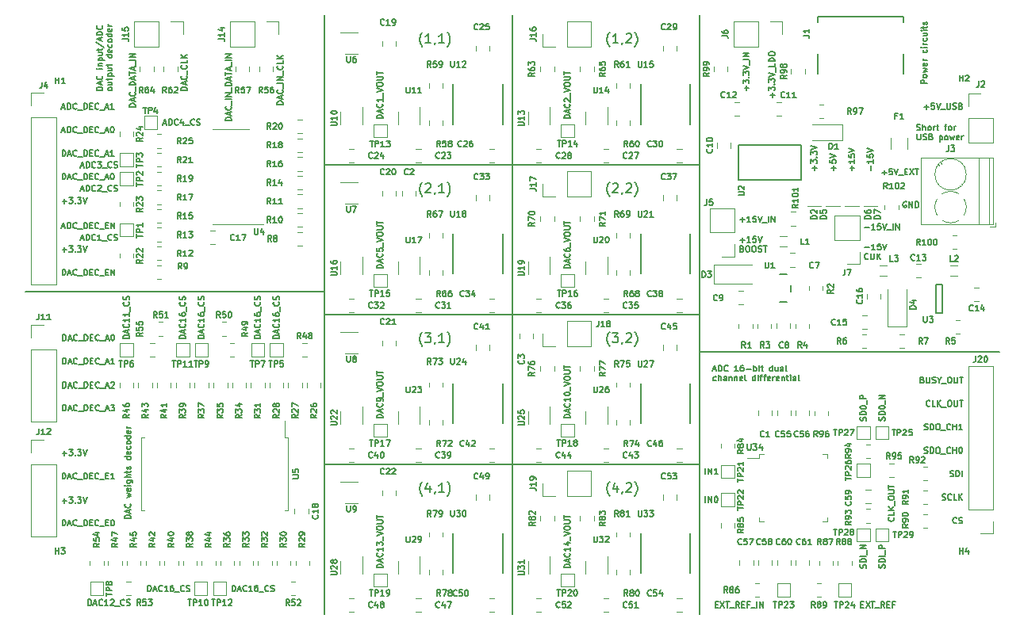
<source format=gbr>
%TF.GenerationSoftware,KiCad,Pcbnew,7.0.9*%
%TF.CreationDate,2024-02-07T13:17:43-05:00*%
%TF.ProjectId,fydp,66796470-2e6b-4696-9361-645f70636258,rev?*%
%TF.SameCoordinates,Original*%
%TF.FileFunction,Legend,Top*%
%TF.FilePolarity,Positive*%
%FSLAX46Y46*%
G04 Gerber Fmt 4.6, Leading zero omitted, Abs format (unit mm)*
G04 Created by KiCad (PCBNEW 7.0.9) date 2024-02-07 13:17:43*
%MOMM*%
%LPD*%
G01*
G04 APERTURE LIST*
%ADD10C,0.150000*%
%ADD11C,0.127000*%
%ADD12C,0.200000*%
%ADD13C,0.152400*%
%ADD14C,0.120000*%
G04 APERTURE END LIST*
D10*
X139000000Y-103500000D02*
X179000000Y-103500000D01*
X139000000Y-135500000D02*
X139000000Y-71500000D01*
D11*
X139000000Y-101000000D02*
X107000000Y-101000000D01*
X211000000Y-107500000D02*
X179000000Y-107500000D01*
D10*
X159000000Y-71500000D02*
X159000000Y-135500000D01*
X139000000Y-119500000D02*
X179000000Y-119500000D01*
X139000000Y-87500000D02*
X179000000Y-87500000D01*
X179000000Y-71500000D02*
X179000000Y-135500000D01*
D11*
X110984742Y-118295254D02*
X111468552Y-118295254D01*
X111226647Y-118537159D02*
X111226647Y-118053349D01*
X111710456Y-117902159D02*
X112103551Y-117902159D01*
X112103551Y-117902159D02*
X111891884Y-118144063D01*
X111891884Y-118144063D02*
X111982599Y-118144063D01*
X111982599Y-118144063D02*
X112043075Y-118174301D01*
X112043075Y-118174301D02*
X112073313Y-118204540D01*
X112073313Y-118204540D02*
X112103551Y-118265016D01*
X112103551Y-118265016D02*
X112103551Y-118416206D01*
X112103551Y-118416206D02*
X112073313Y-118476682D01*
X112073313Y-118476682D02*
X112043075Y-118506921D01*
X112043075Y-118506921D02*
X111982599Y-118537159D01*
X111982599Y-118537159D02*
X111801170Y-118537159D01*
X111801170Y-118537159D02*
X111740694Y-118506921D01*
X111740694Y-118506921D02*
X111710456Y-118476682D01*
X112375694Y-118476682D02*
X112405932Y-118506921D01*
X112405932Y-118506921D02*
X112375694Y-118537159D01*
X112375694Y-118537159D02*
X112345456Y-118506921D01*
X112345456Y-118506921D02*
X112375694Y-118476682D01*
X112375694Y-118476682D02*
X112375694Y-118537159D01*
X112617599Y-117902159D02*
X113010694Y-117902159D01*
X113010694Y-117902159D02*
X112799027Y-118144063D01*
X112799027Y-118144063D02*
X112889742Y-118144063D01*
X112889742Y-118144063D02*
X112950218Y-118174301D01*
X112950218Y-118174301D02*
X112980456Y-118204540D01*
X112980456Y-118204540D02*
X113010694Y-118265016D01*
X113010694Y-118265016D02*
X113010694Y-118416206D01*
X113010694Y-118416206D02*
X112980456Y-118476682D01*
X112980456Y-118476682D02*
X112950218Y-118506921D01*
X112950218Y-118506921D02*
X112889742Y-118537159D01*
X112889742Y-118537159D02*
X112708313Y-118537159D01*
X112708313Y-118537159D02*
X112647837Y-118506921D01*
X112647837Y-118506921D02*
X112617599Y-118476682D01*
X113192123Y-117902159D02*
X113403789Y-118537159D01*
X113403789Y-118537159D02*
X113615456Y-117902159D01*
X196634742Y-96309079D02*
X197118552Y-96309079D01*
X197753551Y-96550984D02*
X197390694Y-96550984D01*
X197572122Y-96550984D02*
X197572122Y-95915984D01*
X197572122Y-95915984D02*
X197511646Y-96006698D01*
X197511646Y-96006698D02*
X197451170Y-96067174D01*
X197451170Y-96067174D02*
X197390694Y-96097412D01*
X198328075Y-95915984D02*
X198025694Y-95915984D01*
X198025694Y-95915984D02*
X197995456Y-96218365D01*
X197995456Y-96218365D02*
X198025694Y-96188126D01*
X198025694Y-96188126D02*
X198086170Y-96157888D01*
X198086170Y-96157888D02*
X198237361Y-96157888D01*
X198237361Y-96157888D02*
X198297837Y-96188126D01*
X198297837Y-96188126D02*
X198328075Y-96218365D01*
X198328075Y-96218365D02*
X198358313Y-96278841D01*
X198358313Y-96278841D02*
X198358313Y-96430031D01*
X198358313Y-96430031D02*
X198328075Y-96490507D01*
X198328075Y-96490507D02*
X198297837Y-96520746D01*
X198297837Y-96520746D02*
X198237361Y-96550984D01*
X198237361Y-96550984D02*
X198086170Y-96550984D01*
X198086170Y-96550984D02*
X198025694Y-96520746D01*
X198025694Y-96520746D02*
X197995456Y-96490507D01*
X198539742Y-95915984D02*
X198751408Y-96550984D01*
X198751408Y-96550984D02*
X198963075Y-95915984D01*
X196997599Y-97512857D02*
X196967361Y-97543096D01*
X196967361Y-97543096D02*
X196876647Y-97573334D01*
X196876647Y-97573334D02*
X196816171Y-97573334D01*
X196816171Y-97573334D02*
X196725456Y-97543096D01*
X196725456Y-97543096D02*
X196664980Y-97482619D01*
X196664980Y-97482619D02*
X196634742Y-97422143D01*
X196634742Y-97422143D02*
X196604504Y-97301191D01*
X196604504Y-97301191D02*
X196604504Y-97210476D01*
X196604504Y-97210476D02*
X196634742Y-97089524D01*
X196634742Y-97089524D02*
X196664980Y-97029048D01*
X196664980Y-97029048D02*
X196725456Y-96968572D01*
X196725456Y-96968572D02*
X196816171Y-96938334D01*
X196816171Y-96938334D02*
X196876647Y-96938334D01*
X196876647Y-96938334D02*
X196967361Y-96968572D01*
X196967361Y-96968572D02*
X196997599Y-96998810D01*
X197269742Y-96938334D02*
X197269742Y-97452381D01*
X197269742Y-97452381D02*
X197299980Y-97512857D01*
X197299980Y-97512857D02*
X197330218Y-97543096D01*
X197330218Y-97543096D02*
X197390694Y-97573334D01*
X197390694Y-97573334D02*
X197511647Y-97573334D01*
X197511647Y-97573334D02*
X197572123Y-97543096D01*
X197572123Y-97543096D02*
X197602361Y-97512857D01*
X197602361Y-97512857D02*
X197632599Y-97452381D01*
X197632599Y-97452381D02*
X197632599Y-96938334D01*
X197934980Y-97573334D02*
X197934980Y-96938334D01*
X198297837Y-97573334D02*
X198025694Y-97210476D01*
X198297837Y-96938334D02*
X197934980Y-97301191D01*
X183334742Y-93350254D02*
X183818552Y-93350254D01*
X183576647Y-93592159D02*
X183576647Y-93108349D01*
X184453551Y-93592159D02*
X184090694Y-93592159D01*
X184272122Y-93592159D02*
X184272122Y-92957159D01*
X184272122Y-92957159D02*
X184211646Y-93047873D01*
X184211646Y-93047873D02*
X184151170Y-93108349D01*
X184151170Y-93108349D02*
X184090694Y-93138587D01*
X185028075Y-92957159D02*
X184725694Y-92957159D01*
X184725694Y-92957159D02*
X184695456Y-93259540D01*
X184695456Y-93259540D02*
X184725694Y-93229301D01*
X184725694Y-93229301D02*
X184786170Y-93199063D01*
X184786170Y-93199063D02*
X184937361Y-93199063D01*
X184937361Y-93199063D02*
X184997837Y-93229301D01*
X184997837Y-93229301D02*
X185028075Y-93259540D01*
X185028075Y-93259540D02*
X185058313Y-93320016D01*
X185058313Y-93320016D02*
X185058313Y-93471206D01*
X185058313Y-93471206D02*
X185028075Y-93531682D01*
X185028075Y-93531682D02*
X184997837Y-93561921D01*
X184997837Y-93561921D02*
X184937361Y-93592159D01*
X184937361Y-93592159D02*
X184786170Y-93592159D01*
X184786170Y-93592159D02*
X184725694Y-93561921D01*
X184725694Y-93561921D02*
X184695456Y-93531682D01*
X185239742Y-92957159D02*
X185451408Y-93592159D01*
X185451408Y-93592159D02*
X185663075Y-92957159D01*
X185723552Y-93652635D02*
X186207361Y-93652635D01*
X186358552Y-93592159D02*
X186358552Y-92957159D01*
X186660933Y-93592159D02*
X186660933Y-92957159D01*
X186660933Y-92957159D02*
X187023790Y-93592159D01*
X187023790Y-93592159D02*
X187023790Y-92957159D01*
X202984742Y-81270254D02*
X203468552Y-81270254D01*
X203226647Y-81512159D02*
X203226647Y-81028349D01*
X204073313Y-80877159D02*
X203770932Y-80877159D01*
X203770932Y-80877159D02*
X203740694Y-81179540D01*
X203740694Y-81179540D02*
X203770932Y-81149301D01*
X203770932Y-81149301D02*
X203831408Y-81119063D01*
X203831408Y-81119063D02*
X203982599Y-81119063D01*
X203982599Y-81119063D02*
X204043075Y-81149301D01*
X204043075Y-81149301D02*
X204073313Y-81179540D01*
X204073313Y-81179540D02*
X204103551Y-81240016D01*
X204103551Y-81240016D02*
X204103551Y-81391206D01*
X204103551Y-81391206D02*
X204073313Y-81451682D01*
X204073313Y-81451682D02*
X204043075Y-81481921D01*
X204043075Y-81481921D02*
X203982599Y-81512159D01*
X203982599Y-81512159D02*
X203831408Y-81512159D01*
X203831408Y-81512159D02*
X203770932Y-81481921D01*
X203770932Y-81481921D02*
X203740694Y-81451682D01*
X204284980Y-80877159D02*
X204496646Y-81512159D01*
X204496646Y-81512159D02*
X204708313Y-80877159D01*
X204768790Y-81572635D02*
X205252599Y-81572635D01*
X205403790Y-80877159D02*
X205403790Y-81391206D01*
X205403790Y-81391206D02*
X205434028Y-81451682D01*
X205434028Y-81451682D02*
X205464266Y-81481921D01*
X205464266Y-81481921D02*
X205524742Y-81512159D01*
X205524742Y-81512159D02*
X205645695Y-81512159D01*
X205645695Y-81512159D02*
X205706171Y-81481921D01*
X205706171Y-81481921D02*
X205736409Y-81451682D01*
X205736409Y-81451682D02*
X205766647Y-81391206D01*
X205766647Y-81391206D02*
X205766647Y-80877159D01*
X206038790Y-81481921D02*
X206129504Y-81512159D01*
X206129504Y-81512159D02*
X206280695Y-81512159D01*
X206280695Y-81512159D02*
X206341171Y-81481921D01*
X206341171Y-81481921D02*
X206371409Y-81451682D01*
X206371409Y-81451682D02*
X206401647Y-81391206D01*
X206401647Y-81391206D02*
X206401647Y-81330730D01*
X206401647Y-81330730D02*
X206371409Y-81270254D01*
X206371409Y-81270254D02*
X206341171Y-81240016D01*
X206341171Y-81240016D02*
X206280695Y-81209778D01*
X206280695Y-81209778D02*
X206159742Y-81179540D01*
X206159742Y-81179540D02*
X206099266Y-81149301D01*
X206099266Y-81149301D02*
X206069028Y-81119063D01*
X206069028Y-81119063D02*
X206038790Y-81058587D01*
X206038790Y-81058587D02*
X206038790Y-80998111D01*
X206038790Y-80998111D02*
X206069028Y-80937635D01*
X206069028Y-80937635D02*
X206099266Y-80907397D01*
X206099266Y-80907397D02*
X206159742Y-80877159D01*
X206159742Y-80877159D02*
X206310933Y-80877159D01*
X206310933Y-80877159D02*
X206401647Y-80907397D01*
X206885457Y-81179540D02*
X206976171Y-81209778D01*
X206976171Y-81209778D02*
X207006409Y-81240016D01*
X207006409Y-81240016D02*
X207036647Y-81300492D01*
X207036647Y-81300492D02*
X207036647Y-81391206D01*
X207036647Y-81391206D02*
X207006409Y-81451682D01*
X207006409Y-81451682D02*
X206976171Y-81481921D01*
X206976171Y-81481921D02*
X206915695Y-81512159D01*
X206915695Y-81512159D02*
X206673790Y-81512159D01*
X206673790Y-81512159D02*
X206673790Y-80877159D01*
X206673790Y-80877159D02*
X206885457Y-80877159D01*
X206885457Y-80877159D02*
X206945933Y-80907397D01*
X206945933Y-80907397D02*
X206976171Y-80937635D01*
X206976171Y-80937635D02*
X207006409Y-80998111D01*
X207006409Y-80998111D02*
X207006409Y-81058587D01*
X207006409Y-81058587D02*
X206976171Y-81119063D01*
X206976171Y-81119063D02*
X206945933Y-81149301D01*
X206945933Y-81149301D02*
X206885457Y-81179540D01*
X206885457Y-81179540D02*
X206673790Y-81179540D01*
X110984742Y-123355254D02*
X111468552Y-123355254D01*
X111226647Y-123597159D02*
X111226647Y-123113349D01*
X111710456Y-122962159D02*
X112103551Y-122962159D01*
X112103551Y-122962159D02*
X111891884Y-123204063D01*
X111891884Y-123204063D02*
X111982599Y-123204063D01*
X111982599Y-123204063D02*
X112043075Y-123234301D01*
X112043075Y-123234301D02*
X112073313Y-123264540D01*
X112073313Y-123264540D02*
X112103551Y-123325016D01*
X112103551Y-123325016D02*
X112103551Y-123476206D01*
X112103551Y-123476206D02*
X112073313Y-123536682D01*
X112073313Y-123536682D02*
X112043075Y-123566921D01*
X112043075Y-123566921D02*
X111982599Y-123597159D01*
X111982599Y-123597159D02*
X111801170Y-123597159D01*
X111801170Y-123597159D02*
X111740694Y-123566921D01*
X111740694Y-123566921D02*
X111710456Y-123536682D01*
X112375694Y-123536682D02*
X112405932Y-123566921D01*
X112405932Y-123566921D02*
X112375694Y-123597159D01*
X112375694Y-123597159D02*
X112345456Y-123566921D01*
X112345456Y-123566921D02*
X112375694Y-123536682D01*
X112375694Y-123536682D02*
X112375694Y-123597159D01*
X112617599Y-122962159D02*
X113010694Y-122962159D01*
X113010694Y-122962159D02*
X112799027Y-123204063D01*
X112799027Y-123204063D02*
X112889742Y-123204063D01*
X112889742Y-123204063D02*
X112950218Y-123234301D01*
X112950218Y-123234301D02*
X112980456Y-123264540D01*
X112980456Y-123264540D02*
X113010694Y-123325016D01*
X113010694Y-123325016D02*
X113010694Y-123476206D01*
X113010694Y-123476206D02*
X112980456Y-123536682D01*
X112980456Y-123536682D02*
X112950218Y-123566921D01*
X112950218Y-123566921D02*
X112889742Y-123597159D01*
X112889742Y-123597159D02*
X112708313Y-123597159D01*
X112708313Y-123597159D02*
X112647837Y-123566921D01*
X112647837Y-123566921D02*
X112617599Y-123536682D01*
X113192123Y-122962159D02*
X113403789Y-123597159D01*
X113403789Y-123597159D02*
X113615456Y-122962159D01*
X201067361Y-91432397D02*
X201006885Y-91402159D01*
X201006885Y-91402159D02*
X200916171Y-91402159D01*
X200916171Y-91402159D02*
X200825456Y-91432397D01*
X200825456Y-91432397D02*
X200764980Y-91492873D01*
X200764980Y-91492873D02*
X200734742Y-91553349D01*
X200734742Y-91553349D02*
X200704504Y-91674301D01*
X200704504Y-91674301D02*
X200704504Y-91765016D01*
X200704504Y-91765016D02*
X200734742Y-91885968D01*
X200734742Y-91885968D02*
X200764980Y-91946444D01*
X200764980Y-91946444D02*
X200825456Y-92006921D01*
X200825456Y-92006921D02*
X200916171Y-92037159D01*
X200916171Y-92037159D02*
X200976647Y-92037159D01*
X200976647Y-92037159D02*
X201067361Y-92006921D01*
X201067361Y-92006921D02*
X201097599Y-91976682D01*
X201097599Y-91976682D02*
X201097599Y-91765016D01*
X201097599Y-91765016D02*
X200976647Y-91765016D01*
X201369742Y-92037159D02*
X201369742Y-91402159D01*
X201369742Y-91402159D02*
X201732599Y-92037159D01*
X201732599Y-92037159D02*
X201732599Y-91402159D01*
X202034980Y-92037159D02*
X202034980Y-91402159D01*
X202034980Y-91402159D02*
X202186170Y-91402159D01*
X202186170Y-91402159D02*
X202276885Y-91432397D01*
X202276885Y-91432397D02*
X202337361Y-91492873D01*
X202337361Y-91492873D02*
X202367599Y-91553349D01*
X202367599Y-91553349D02*
X202397837Y-91674301D01*
X202397837Y-91674301D02*
X202397837Y-91765016D01*
X202397837Y-91765016D02*
X202367599Y-91885968D01*
X202367599Y-91885968D02*
X202337361Y-91946444D01*
X202337361Y-91946444D02*
X202276885Y-92006921D01*
X202276885Y-92006921D02*
X202186170Y-92037159D01*
X202186170Y-92037159D02*
X202034980Y-92037159D01*
D12*
X169416666Y-74833171D02*
X169369047Y-74785552D01*
X169369047Y-74785552D02*
X169273809Y-74642695D01*
X169273809Y-74642695D02*
X169226190Y-74547457D01*
X169226190Y-74547457D02*
X169178571Y-74404600D01*
X169178571Y-74404600D02*
X169130952Y-74166504D01*
X169130952Y-74166504D02*
X169130952Y-73976028D01*
X169130952Y-73976028D02*
X169178571Y-73737933D01*
X169178571Y-73737933D02*
X169226190Y-73595076D01*
X169226190Y-73595076D02*
X169273809Y-73499838D01*
X169273809Y-73499838D02*
X169369047Y-73356980D01*
X169369047Y-73356980D02*
X169416666Y-73309361D01*
X170321428Y-74452219D02*
X169750000Y-74452219D01*
X170035714Y-74452219D02*
X170035714Y-73452219D01*
X170035714Y-73452219D02*
X169940476Y-73595076D01*
X169940476Y-73595076D02*
X169845238Y-73690314D01*
X169845238Y-73690314D02*
X169750000Y-73737933D01*
X170797619Y-74404600D02*
X170797619Y-74452219D01*
X170797619Y-74452219D02*
X170750000Y-74547457D01*
X170750000Y-74547457D02*
X170702381Y-74595076D01*
X171178571Y-73547457D02*
X171226190Y-73499838D01*
X171226190Y-73499838D02*
X171321428Y-73452219D01*
X171321428Y-73452219D02*
X171559523Y-73452219D01*
X171559523Y-73452219D02*
X171654761Y-73499838D01*
X171654761Y-73499838D02*
X171702380Y-73547457D01*
X171702380Y-73547457D02*
X171749999Y-73642695D01*
X171749999Y-73642695D02*
X171749999Y-73737933D01*
X171749999Y-73737933D02*
X171702380Y-73880790D01*
X171702380Y-73880790D02*
X171130952Y-74452219D01*
X171130952Y-74452219D02*
X171749999Y-74452219D01*
X172083333Y-74833171D02*
X172130952Y-74785552D01*
X172130952Y-74785552D02*
X172226190Y-74642695D01*
X172226190Y-74642695D02*
X172273809Y-74547457D01*
X172273809Y-74547457D02*
X172321428Y-74404600D01*
X172321428Y-74404600D02*
X172369047Y-74166504D01*
X172369047Y-74166504D02*
X172369047Y-73976028D01*
X172369047Y-73976028D02*
X172321428Y-73737933D01*
X172321428Y-73737933D02*
X172273809Y-73595076D01*
X172273809Y-73595076D02*
X172226190Y-73499838D01*
X172226190Y-73499838D02*
X172130952Y-73356980D01*
X172130952Y-73356980D02*
X172083333Y-73309361D01*
D11*
X118787159Y-81265257D02*
X118152159Y-81265257D01*
X118152159Y-81265257D02*
X118152159Y-81114067D01*
X118152159Y-81114067D02*
X118182397Y-81023352D01*
X118182397Y-81023352D02*
X118242873Y-80962876D01*
X118242873Y-80962876D02*
X118303349Y-80932638D01*
X118303349Y-80932638D02*
X118424301Y-80902400D01*
X118424301Y-80902400D02*
X118515016Y-80902400D01*
X118515016Y-80902400D02*
X118635968Y-80932638D01*
X118635968Y-80932638D02*
X118696444Y-80962876D01*
X118696444Y-80962876D02*
X118756921Y-81023352D01*
X118756921Y-81023352D02*
X118787159Y-81114067D01*
X118787159Y-81114067D02*
X118787159Y-81265257D01*
X118605730Y-80660495D02*
X118605730Y-80358114D01*
X118787159Y-80720971D02*
X118152159Y-80509305D01*
X118152159Y-80509305D02*
X118787159Y-80297638D01*
X118726682Y-79723114D02*
X118756921Y-79753352D01*
X118756921Y-79753352D02*
X118787159Y-79844066D01*
X118787159Y-79844066D02*
X118787159Y-79904542D01*
X118787159Y-79904542D02*
X118756921Y-79995257D01*
X118756921Y-79995257D02*
X118696444Y-80055733D01*
X118696444Y-80055733D02*
X118635968Y-80085971D01*
X118635968Y-80085971D02*
X118515016Y-80116209D01*
X118515016Y-80116209D02*
X118424301Y-80116209D01*
X118424301Y-80116209D02*
X118303349Y-80085971D01*
X118303349Y-80085971D02*
X118242873Y-80055733D01*
X118242873Y-80055733D02*
X118182397Y-79995257D01*
X118182397Y-79995257D02*
X118152159Y-79904542D01*
X118152159Y-79904542D02*
X118152159Y-79844066D01*
X118152159Y-79844066D02*
X118182397Y-79753352D01*
X118182397Y-79753352D02*
X118212635Y-79723114D01*
X118847635Y-79602162D02*
X118847635Y-79118352D01*
X118787159Y-78967161D02*
X118152159Y-78967161D01*
X118152159Y-78967161D02*
X118152159Y-78815971D01*
X118152159Y-78815971D02*
X118182397Y-78725256D01*
X118182397Y-78725256D02*
X118242873Y-78664780D01*
X118242873Y-78664780D02*
X118303349Y-78634542D01*
X118303349Y-78634542D02*
X118424301Y-78604304D01*
X118424301Y-78604304D02*
X118515016Y-78604304D01*
X118515016Y-78604304D02*
X118635968Y-78634542D01*
X118635968Y-78634542D02*
X118696444Y-78664780D01*
X118696444Y-78664780D02*
X118756921Y-78725256D01*
X118756921Y-78725256D02*
X118787159Y-78815971D01*
X118787159Y-78815971D02*
X118787159Y-78967161D01*
X118605730Y-78362399D02*
X118605730Y-78060018D01*
X118787159Y-78422875D02*
X118152159Y-78211209D01*
X118152159Y-78211209D02*
X118787159Y-77999542D01*
X118152159Y-77878589D02*
X118152159Y-77515732D01*
X118787159Y-77697161D02*
X118152159Y-77697161D01*
X118605730Y-77334303D02*
X118605730Y-77031922D01*
X118787159Y-77394779D02*
X118152159Y-77183113D01*
X118152159Y-77183113D02*
X118787159Y-76971446D01*
X118847635Y-76910970D02*
X118847635Y-76427160D01*
X118787159Y-76275969D02*
X118152159Y-76275969D01*
X118787159Y-75973588D02*
X118152159Y-75973588D01*
X118152159Y-75973588D02*
X118787159Y-75610731D01*
X118787159Y-75610731D02*
X118152159Y-75610731D01*
X110984742Y-121037159D02*
X110984742Y-120402159D01*
X110984742Y-120402159D02*
X111135932Y-120402159D01*
X111135932Y-120402159D02*
X111226647Y-120432397D01*
X111226647Y-120432397D02*
X111287123Y-120492873D01*
X111287123Y-120492873D02*
X111317361Y-120553349D01*
X111317361Y-120553349D02*
X111347599Y-120674301D01*
X111347599Y-120674301D02*
X111347599Y-120765016D01*
X111347599Y-120765016D02*
X111317361Y-120885968D01*
X111317361Y-120885968D02*
X111287123Y-120946444D01*
X111287123Y-120946444D02*
X111226647Y-121006921D01*
X111226647Y-121006921D02*
X111135932Y-121037159D01*
X111135932Y-121037159D02*
X110984742Y-121037159D01*
X111589504Y-120855730D02*
X111891885Y-120855730D01*
X111529028Y-121037159D02*
X111740694Y-120402159D01*
X111740694Y-120402159D02*
X111952361Y-121037159D01*
X112526885Y-120976682D02*
X112496647Y-121006921D01*
X112496647Y-121006921D02*
X112405933Y-121037159D01*
X112405933Y-121037159D02*
X112345457Y-121037159D01*
X112345457Y-121037159D02*
X112254742Y-121006921D01*
X112254742Y-121006921D02*
X112194266Y-120946444D01*
X112194266Y-120946444D02*
X112164028Y-120885968D01*
X112164028Y-120885968D02*
X112133790Y-120765016D01*
X112133790Y-120765016D02*
X112133790Y-120674301D01*
X112133790Y-120674301D02*
X112164028Y-120553349D01*
X112164028Y-120553349D02*
X112194266Y-120492873D01*
X112194266Y-120492873D02*
X112254742Y-120432397D01*
X112254742Y-120432397D02*
X112345457Y-120402159D01*
X112345457Y-120402159D02*
X112405933Y-120402159D01*
X112405933Y-120402159D02*
X112496647Y-120432397D01*
X112496647Y-120432397D02*
X112526885Y-120462635D01*
X112647838Y-121097635D02*
X113131647Y-121097635D01*
X113282838Y-121037159D02*
X113282838Y-120402159D01*
X113282838Y-120402159D02*
X113434028Y-120402159D01*
X113434028Y-120402159D02*
X113524743Y-120432397D01*
X113524743Y-120432397D02*
X113585219Y-120492873D01*
X113585219Y-120492873D02*
X113615457Y-120553349D01*
X113615457Y-120553349D02*
X113645695Y-120674301D01*
X113645695Y-120674301D02*
X113645695Y-120765016D01*
X113645695Y-120765016D02*
X113615457Y-120885968D01*
X113615457Y-120885968D02*
X113585219Y-120946444D01*
X113585219Y-120946444D02*
X113524743Y-121006921D01*
X113524743Y-121006921D02*
X113434028Y-121037159D01*
X113434028Y-121037159D02*
X113282838Y-121037159D01*
X113917838Y-120704540D02*
X114129505Y-120704540D01*
X114220219Y-121037159D02*
X113917838Y-121037159D01*
X113917838Y-121037159D02*
X113917838Y-120402159D01*
X113917838Y-120402159D02*
X114220219Y-120402159D01*
X114855219Y-120976682D02*
X114824981Y-121006921D01*
X114824981Y-121006921D02*
X114734267Y-121037159D01*
X114734267Y-121037159D02*
X114673791Y-121037159D01*
X114673791Y-121037159D02*
X114583076Y-121006921D01*
X114583076Y-121006921D02*
X114522600Y-120946444D01*
X114522600Y-120946444D02*
X114492362Y-120885968D01*
X114492362Y-120885968D02*
X114462124Y-120765016D01*
X114462124Y-120765016D02*
X114462124Y-120674301D01*
X114462124Y-120674301D02*
X114492362Y-120553349D01*
X114492362Y-120553349D02*
X114522600Y-120492873D01*
X114522600Y-120492873D02*
X114583076Y-120432397D01*
X114583076Y-120432397D02*
X114673791Y-120402159D01*
X114673791Y-120402159D02*
X114734267Y-120402159D01*
X114734267Y-120402159D02*
X114824981Y-120432397D01*
X114824981Y-120432397D02*
X114855219Y-120462635D01*
X114976172Y-121097635D02*
X115459981Y-121097635D01*
X115611172Y-120704540D02*
X115822839Y-120704540D01*
X115913553Y-121037159D02*
X115611172Y-121037159D01*
X115611172Y-121037159D02*
X115611172Y-120402159D01*
X115611172Y-120402159D02*
X115913553Y-120402159D01*
X116518315Y-121037159D02*
X116155458Y-121037159D01*
X116336886Y-121037159D02*
X116336886Y-120402159D01*
X116336886Y-120402159D02*
X116276410Y-120492873D01*
X116276410Y-120492873D02*
X116215934Y-120553349D01*
X116215934Y-120553349D02*
X116155458Y-120583587D01*
X115275984Y-79515257D02*
X114640984Y-79515257D01*
X114640984Y-79515257D02*
X114640984Y-79364067D01*
X114640984Y-79364067D02*
X114671222Y-79273352D01*
X114671222Y-79273352D02*
X114731698Y-79212876D01*
X114731698Y-79212876D02*
X114792174Y-79182638D01*
X114792174Y-79182638D02*
X114913126Y-79152400D01*
X114913126Y-79152400D02*
X115003841Y-79152400D01*
X115003841Y-79152400D02*
X115124793Y-79182638D01*
X115124793Y-79182638D02*
X115185269Y-79212876D01*
X115185269Y-79212876D02*
X115245746Y-79273352D01*
X115245746Y-79273352D02*
X115275984Y-79364067D01*
X115275984Y-79364067D02*
X115275984Y-79515257D01*
X115094555Y-78910495D02*
X115094555Y-78608114D01*
X115275984Y-78970971D02*
X114640984Y-78759305D01*
X114640984Y-78759305D02*
X115275984Y-78547638D01*
X115215507Y-77973114D02*
X115245746Y-78003352D01*
X115245746Y-78003352D02*
X115275984Y-78094066D01*
X115275984Y-78094066D02*
X115275984Y-78154542D01*
X115275984Y-78154542D02*
X115245746Y-78245257D01*
X115245746Y-78245257D02*
X115185269Y-78305733D01*
X115185269Y-78305733D02*
X115124793Y-78335971D01*
X115124793Y-78335971D02*
X115003841Y-78366209D01*
X115003841Y-78366209D02*
X114913126Y-78366209D01*
X114913126Y-78366209D02*
X114792174Y-78335971D01*
X114792174Y-78335971D02*
X114731698Y-78305733D01*
X114731698Y-78305733D02*
X114671222Y-78245257D01*
X114671222Y-78245257D02*
X114640984Y-78154542D01*
X114640984Y-78154542D02*
X114640984Y-78094066D01*
X114640984Y-78094066D02*
X114671222Y-78003352D01*
X114671222Y-78003352D02*
X114701460Y-77973114D01*
X115275984Y-77217161D02*
X114852650Y-77217161D01*
X114640984Y-77217161D02*
X114671222Y-77247399D01*
X114671222Y-77247399D02*
X114701460Y-77217161D01*
X114701460Y-77217161D02*
X114671222Y-77186923D01*
X114671222Y-77186923D02*
X114640984Y-77217161D01*
X114640984Y-77217161D02*
X114701460Y-77217161D01*
X114852650Y-76914780D02*
X115275984Y-76914780D01*
X114913126Y-76914780D02*
X114882888Y-76884542D01*
X114882888Y-76884542D02*
X114852650Y-76824066D01*
X114852650Y-76824066D02*
X114852650Y-76733351D01*
X114852650Y-76733351D02*
X114882888Y-76672875D01*
X114882888Y-76672875D02*
X114943365Y-76642637D01*
X114943365Y-76642637D02*
X115275984Y-76642637D01*
X114852650Y-76340256D02*
X115487650Y-76340256D01*
X114882888Y-76340256D02*
X114852650Y-76279780D01*
X114852650Y-76279780D02*
X114852650Y-76158827D01*
X114852650Y-76158827D02*
X114882888Y-76098351D01*
X114882888Y-76098351D02*
X114913126Y-76068113D01*
X114913126Y-76068113D02*
X114973603Y-76037875D01*
X114973603Y-76037875D02*
X115155031Y-76037875D01*
X115155031Y-76037875D02*
X115215507Y-76068113D01*
X115215507Y-76068113D02*
X115245746Y-76098351D01*
X115245746Y-76098351D02*
X115275984Y-76158827D01*
X115275984Y-76158827D02*
X115275984Y-76279780D01*
X115275984Y-76279780D02*
X115245746Y-76340256D01*
X114852650Y-75493589D02*
X115275984Y-75493589D01*
X114852650Y-75765732D02*
X115185269Y-75765732D01*
X115185269Y-75765732D02*
X115245746Y-75735494D01*
X115245746Y-75735494D02*
X115275984Y-75675018D01*
X115275984Y-75675018D02*
X115275984Y-75584303D01*
X115275984Y-75584303D02*
X115245746Y-75523827D01*
X115245746Y-75523827D02*
X115215507Y-75493589D01*
X114852650Y-75281922D02*
X114852650Y-75040018D01*
X114640984Y-75191208D02*
X115185269Y-75191208D01*
X115185269Y-75191208D02*
X115245746Y-75160970D01*
X115245746Y-75160970D02*
X115275984Y-75100494D01*
X115275984Y-75100494D02*
X115275984Y-75040018D01*
X114610746Y-74374780D02*
X115427174Y-74919065D01*
X115094555Y-74193351D02*
X115094555Y-73890970D01*
X115275984Y-74253827D02*
X114640984Y-74042161D01*
X114640984Y-74042161D02*
X115275984Y-73830494D01*
X115275984Y-73618827D02*
X114640984Y-73618827D01*
X114640984Y-73618827D02*
X114640984Y-73467637D01*
X114640984Y-73467637D02*
X114671222Y-73376922D01*
X114671222Y-73376922D02*
X114731698Y-73316446D01*
X114731698Y-73316446D02*
X114792174Y-73286208D01*
X114792174Y-73286208D02*
X114913126Y-73255970D01*
X114913126Y-73255970D02*
X115003841Y-73255970D01*
X115003841Y-73255970D02*
X115124793Y-73286208D01*
X115124793Y-73286208D02*
X115185269Y-73316446D01*
X115185269Y-73316446D02*
X115245746Y-73376922D01*
X115245746Y-73376922D02*
X115275984Y-73467637D01*
X115275984Y-73467637D02*
X115275984Y-73618827D01*
X115215507Y-72620970D02*
X115245746Y-72651208D01*
X115245746Y-72651208D02*
X115275984Y-72741922D01*
X115275984Y-72741922D02*
X115275984Y-72802398D01*
X115275984Y-72802398D02*
X115245746Y-72893113D01*
X115245746Y-72893113D02*
X115185269Y-72953589D01*
X115185269Y-72953589D02*
X115124793Y-72983827D01*
X115124793Y-72983827D02*
X115003841Y-73014065D01*
X115003841Y-73014065D02*
X114913126Y-73014065D01*
X114913126Y-73014065D02*
X114792174Y-72983827D01*
X114792174Y-72983827D02*
X114731698Y-72953589D01*
X114731698Y-72953589D02*
X114671222Y-72893113D01*
X114671222Y-72893113D02*
X114640984Y-72802398D01*
X114640984Y-72802398D02*
X114640984Y-72741922D01*
X114640984Y-72741922D02*
X114671222Y-72651208D01*
X114671222Y-72651208D02*
X114701460Y-72620970D01*
X116298334Y-79424543D02*
X116268096Y-79485019D01*
X116268096Y-79485019D02*
X116237857Y-79515257D01*
X116237857Y-79515257D02*
X116177381Y-79545495D01*
X116177381Y-79545495D02*
X115995953Y-79545495D01*
X115995953Y-79545495D02*
X115935476Y-79515257D01*
X115935476Y-79515257D02*
X115905238Y-79485019D01*
X115905238Y-79485019D02*
X115875000Y-79424543D01*
X115875000Y-79424543D02*
X115875000Y-79333828D01*
X115875000Y-79333828D02*
X115905238Y-79273352D01*
X115905238Y-79273352D02*
X115935476Y-79243114D01*
X115935476Y-79243114D02*
X115995953Y-79212876D01*
X115995953Y-79212876D02*
X116177381Y-79212876D01*
X116177381Y-79212876D02*
X116237857Y-79243114D01*
X116237857Y-79243114D02*
X116268096Y-79273352D01*
X116268096Y-79273352D02*
X116298334Y-79333828D01*
X116298334Y-79333828D02*
X116298334Y-79424543D01*
X115875000Y-78668590D02*
X116298334Y-78668590D01*
X115875000Y-78940733D02*
X116207619Y-78940733D01*
X116207619Y-78940733D02*
X116268096Y-78910495D01*
X116268096Y-78910495D02*
X116298334Y-78850019D01*
X116298334Y-78850019D02*
X116298334Y-78759304D01*
X116298334Y-78759304D02*
X116268096Y-78698828D01*
X116268096Y-78698828D02*
X116237857Y-78668590D01*
X115875000Y-78456923D02*
X115875000Y-78215019D01*
X115663334Y-78366209D02*
X116207619Y-78366209D01*
X116207619Y-78366209D02*
X116268096Y-78335971D01*
X116268096Y-78335971D02*
X116298334Y-78275495D01*
X116298334Y-78275495D02*
X116298334Y-78215019D01*
X115875000Y-78003352D02*
X116510000Y-78003352D01*
X115905238Y-78003352D02*
X115875000Y-77942876D01*
X115875000Y-77942876D02*
X115875000Y-77821923D01*
X115875000Y-77821923D02*
X115905238Y-77761447D01*
X115905238Y-77761447D02*
X115935476Y-77731209D01*
X115935476Y-77731209D02*
X115995953Y-77700971D01*
X115995953Y-77700971D02*
X116177381Y-77700971D01*
X116177381Y-77700971D02*
X116237857Y-77731209D01*
X116237857Y-77731209D02*
X116268096Y-77761447D01*
X116268096Y-77761447D02*
X116298334Y-77821923D01*
X116298334Y-77821923D02*
X116298334Y-77942876D01*
X116298334Y-77942876D02*
X116268096Y-78003352D01*
X115875000Y-77156685D02*
X116298334Y-77156685D01*
X115875000Y-77428828D02*
X116207619Y-77428828D01*
X116207619Y-77428828D02*
X116268096Y-77398590D01*
X116268096Y-77398590D02*
X116298334Y-77338114D01*
X116298334Y-77338114D02*
X116298334Y-77247399D01*
X116298334Y-77247399D02*
X116268096Y-77186923D01*
X116268096Y-77186923D02*
X116237857Y-77156685D01*
X115875000Y-76945018D02*
X115875000Y-76703114D01*
X115663334Y-76854304D02*
X116207619Y-76854304D01*
X116207619Y-76854304D02*
X116268096Y-76824066D01*
X116268096Y-76824066D02*
X116298334Y-76763590D01*
X116298334Y-76763590D02*
X116298334Y-76703114D01*
X116298334Y-75735494D02*
X115663334Y-75735494D01*
X116268096Y-75735494D02*
X116298334Y-75795970D01*
X116298334Y-75795970D02*
X116298334Y-75916923D01*
X116298334Y-75916923D02*
X116268096Y-75977399D01*
X116268096Y-75977399D02*
X116237857Y-76007637D01*
X116237857Y-76007637D02*
X116177381Y-76037875D01*
X116177381Y-76037875D02*
X115995953Y-76037875D01*
X115995953Y-76037875D02*
X115935476Y-76007637D01*
X115935476Y-76007637D02*
X115905238Y-75977399D01*
X115905238Y-75977399D02*
X115875000Y-75916923D01*
X115875000Y-75916923D02*
X115875000Y-75795970D01*
X115875000Y-75795970D02*
X115905238Y-75735494D01*
X116268096Y-75191208D02*
X116298334Y-75251684D01*
X116298334Y-75251684D02*
X116298334Y-75372637D01*
X116298334Y-75372637D02*
X116268096Y-75433113D01*
X116268096Y-75433113D02*
X116207619Y-75463351D01*
X116207619Y-75463351D02*
X115965715Y-75463351D01*
X115965715Y-75463351D02*
X115905238Y-75433113D01*
X115905238Y-75433113D02*
X115875000Y-75372637D01*
X115875000Y-75372637D02*
X115875000Y-75251684D01*
X115875000Y-75251684D02*
X115905238Y-75191208D01*
X115905238Y-75191208D02*
X115965715Y-75160970D01*
X115965715Y-75160970D02*
X116026191Y-75160970D01*
X116026191Y-75160970D02*
X116086667Y-75463351D01*
X116268096Y-74616684D02*
X116298334Y-74677160D01*
X116298334Y-74677160D02*
X116298334Y-74798113D01*
X116298334Y-74798113D02*
X116268096Y-74858589D01*
X116268096Y-74858589D02*
X116237857Y-74888827D01*
X116237857Y-74888827D02*
X116177381Y-74919065D01*
X116177381Y-74919065D02*
X115995953Y-74919065D01*
X115995953Y-74919065D02*
X115935476Y-74888827D01*
X115935476Y-74888827D02*
X115905238Y-74858589D01*
X115905238Y-74858589D02*
X115875000Y-74798113D01*
X115875000Y-74798113D02*
X115875000Y-74677160D01*
X115875000Y-74677160D02*
X115905238Y-74616684D01*
X116298334Y-74253827D02*
X116268096Y-74314303D01*
X116268096Y-74314303D02*
X116237857Y-74344541D01*
X116237857Y-74344541D02*
X116177381Y-74374779D01*
X116177381Y-74374779D02*
X115995953Y-74374779D01*
X115995953Y-74374779D02*
X115935476Y-74344541D01*
X115935476Y-74344541D02*
X115905238Y-74314303D01*
X115905238Y-74314303D02*
X115875000Y-74253827D01*
X115875000Y-74253827D02*
X115875000Y-74163112D01*
X115875000Y-74163112D02*
X115905238Y-74102636D01*
X115905238Y-74102636D02*
X115935476Y-74072398D01*
X115935476Y-74072398D02*
X115995953Y-74042160D01*
X115995953Y-74042160D02*
X116177381Y-74042160D01*
X116177381Y-74042160D02*
X116237857Y-74072398D01*
X116237857Y-74072398D02*
X116268096Y-74102636D01*
X116268096Y-74102636D02*
X116298334Y-74163112D01*
X116298334Y-74163112D02*
X116298334Y-74253827D01*
X116298334Y-73497874D02*
X115663334Y-73497874D01*
X116268096Y-73497874D02*
X116298334Y-73558350D01*
X116298334Y-73558350D02*
X116298334Y-73679303D01*
X116298334Y-73679303D02*
X116268096Y-73739779D01*
X116268096Y-73739779D02*
X116237857Y-73770017D01*
X116237857Y-73770017D02*
X116177381Y-73800255D01*
X116177381Y-73800255D02*
X115995953Y-73800255D01*
X115995953Y-73800255D02*
X115935476Y-73770017D01*
X115935476Y-73770017D02*
X115905238Y-73739779D01*
X115905238Y-73739779D02*
X115875000Y-73679303D01*
X115875000Y-73679303D02*
X115875000Y-73558350D01*
X115875000Y-73558350D02*
X115905238Y-73497874D01*
X116268096Y-72953588D02*
X116298334Y-73014064D01*
X116298334Y-73014064D02*
X116298334Y-73135017D01*
X116298334Y-73135017D02*
X116268096Y-73195493D01*
X116268096Y-73195493D02*
X116207619Y-73225731D01*
X116207619Y-73225731D02*
X115965715Y-73225731D01*
X115965715Y-73225731D02*
X115905238Y-73195493D01*
X115905238Y-73195493D02*
X115875000Y-73135017D01*
X115875000Y-73135017D02*
X115875000Y-73014064D01*
X115875000Y-73014064D02*
X115905238Y-72953588D01*
X115905238Y-72953588D02*
X115965715Y-72923350D01*
X115965715Y-72923350D02*
X116026191Y-72923350D01*
X116026191Y-72923350D02*
X116086667Y-73225731D01*
X116298334Y-72651207D02*
X115875000Y-72651207D01*
X115995953Y-72651207D02*
X115935476Y-72620969D01*
X115935476Y-72620969D02*
X115905238Y-72590731D01*
X115905238Y-72590731D02*
X115875000Y-72530255D01*
X115875000Y-72530255D02*
X115875000Y-72469778D01*
X204898590Y-123256921D02*
X204989304Y-123287159D01*
X204989304Y-123287159D02*
X205140495Y-123287159D01*
X205140495Y-123287159D02*
X205200971Y-123256921D01*
X205200971Y-123256921D02*
X205231209Y-123226682D01*
X205231209Y-123226682D02*
X205261447Y-123166206D01*
X205261447Y-123166206D02*
X205261447Y-123105730D01*
X205261447Y-123105730D02*
X205231209Y-123045254D01*
X205231209Y-123045254D02*
X205200971Y-123015016D01*
X205200971Y-123015016D02*
X205140495Y-122984778D01*
X205140495Y-122984778D02*
X205019542Y-122954540D01*
X205019542Y-122954540D02*
X204959066Y-122924301D01*
X204959066Y-122924301D02*
X204928828Y-122894063D01*
X204928828Y-122894063D02*
X204898590Y-122833587D01*
X204898590Y-122833587D02*
X204898590Y-122773111D01*
X204898590Y-122773111D02*
X204928828Y-122712635D01*
X204928828Y-122712635D02*
X204959066Y-122682397D01*
X204959066Y-122682397D02*
X205019542Y-122652159D01*
X205019542Y-122652159D02*
X205170733Y-122652159D01*
X205170733Y-122652159D02*
X205261447Y-122682397D01*
X205896447Y-123226682D02*
X205866209Y-123256921D01*
X205866209Y-123256921D02*
X205775495Y-123287159D01*
X205775495Y-123287159D02*
X205715019Y-123287159D01*
X205715019Y-123287159D02*
X205624304Y-123256921D01*
X205624304Y-123256921D02*
X205563828Y-123196444D01*
X205563828Y-123196444D02*
X205533590Y-123135968D01*
X205533590Y-123135968D02*
X205503352Y-123015016D01*
X205503352Y-123015016D02*
X205503352Y-122924301D01*
X205503352Y-122924301D02*
X205533590Y-122803349D01*
X205533590Y-122803349D02*
X205563828Y-122742873D01*
X205563828Y-122742873D02*
X205624304Y-122682397D01*
X205624304Y-122682397D02*
X205715019Y-122652159D01*
X205715019Y-122652159D02*
X205775495Y-122652159D01*
X205775495Y-122652159D02*
X205866209Y-122682397D01*
X205866209Y-122682397D02*
X205896447Y-122712635D01*
X206470971Y-123287159D02*
X206168590Y-123287159D01*
X206168590Y-123287159D02*
X206168590Y-122652159D01*
X206682638Y-123287159D02*
X206682638Y-122652159D01*
X207045495Y-123287159D02*
X206773352Y-122924301D01*
X207045495Y-122652159D02*
X206682638Y-123015016D01*
X186795254Y-80265257D02*
X186795254Y-79781448D01*
X187037159Y-80023352D02*
X186553349Y-80023352D01*
X186402159Y-79539543D02*
X186402159Y-79146448D01*
X186402159Y-79146448D02*
X186644063Y-79358115D01*
X186644063Y-79358115D02*
X186644063Y-79267400D01*
X186644063Y-79267400D02*
X186674301Y-79206924D01*
X186674301Y-79206924D02*
X186704540Y-79176686D01*
X186704540Y-79176686D02*
X186765016Y-79146448D01*
X186765016Y-79146448D02*
X186916206Y-79146448D01*
X186916206Y-79146448D02*
X186976682Y-79176686D01*
X186976682Y-79176686D02*
X187006921Y-79206924D01*
X187006921Y-79206924D02*
X187037159Y-79267400D01*
X187037159Y-79267400D02*
X187037159Y-79448829D01*
X187037159Y-79448829D02*
X187006921Y-79509305D01*
X187006921Y-79509305D02*
X186976682Y-79539543D01*
X186976682Y-78874305D02*
X187006921Y-78844067D01*
X187006921Y-78844067D02*
X187037159Y-78874305D01*
X187037159Y-78874305D02*
X187006921Y-78904543D01*
X187006921Y-78904543D02*
X186976682Y-78874305D01*
X186976682Y-78874305D02*
X187037159Y-78874305D01*
X186402159Y-78632400D02*
X186402159Y-78239305D01*
X186402159Y-78239305D02*
X186644063Y-78450972D01*
X186644063Y-78450972D02*
X186644063Y-78360257D01*
X186644063Y-78360257D02*
X186674301Y-78299781D01*
X186674301Y-78299781D02*
X186704540Y-78269543D01*
X186704540Y-78269543D02*
X186765016Y-78239305D01*
X186765016Y-78239305D02*
X186916206Y-78239305D01*
X186916206Y-78239305D02*
X186976682Y-78269543D01*
X186976682Y-78269543D02*
X187006921Y-78299781D01*
X187006921Y-78299781D02*
X187037159Y-78360257D01*
X187037159Y-78360257D02*
X187037159Y-78541686D01*
X187037159Y-78541686D02*
X187006921Y-78602162D01*
X187006921Y-78602162D02*
X186976682Y-78632400D01*
X186402159Y-78057876D02*
X187037159Y-77846210D01*
X187037159Y-77846210D02*
X186402159Y-77634543D01*
X187097635Y-77574067D02*
X187097635Y-77090257D01*
X187037159Y-76636685D02*
X187037159Y-76939066D01*
X187037159Y-76939066D02*
X186402159Y-76939066D01*
X187037159Y-76425018D02*
X186402159Y-76425018D01*
X186402159Y-76425018D02*
X186402159Y-76273828D01*
X186402159Y-76273828D02*
X186432397Y-76183113D01*
X186432397Y-76183113D02*
X186492873Y-76122637D01*
X186492873Y-76122637D02*
X186553349Y-76092399D01*
X186553349Y-76092399D02*
X186674301Y-76062161D01*
X186674301Y-76062161D02*
X186765016Y-76062161D01*
X186765016Y-76062161D02*
X186885968Y-76092399D01*
X186885968Y-76092399D02*
X186946444Y-76122637D01*
X186946444Y-76122637D02*
X187006921Y-76183113D01*
X187006921Y-76183113D02*
X187037159Y-76273828D01*
X187037159Y-76273828D02*
X187037159Y-76425018D01*
X186402159Y-75669066D02*
X186402159Y-75548113D01*
X186402159Y-75548113D02*
X186432397Y-75487637D01*
X186432397Y-75487637D02*
X186492873Y-75427161D01*
X186492873Y-75427161D02*
X186613825Y-75396923D01*
X186613825Y-75396923D02*
X186825492Y-75396923D01*
X186825492Y-75396923D02*
X186946444Y-75427161D01*
X186946444Y-75427161D02*
X187006921Y-75487637D01*
X187006921Y-75487637D02*
X187037159Y-75548113D01*
X187037159Y-75548113D02*
X187037159Y-75669066D01*
X187037159Y-75669066D02*
X187006921Y-75729542D01*
X187006921Y-75729542D02*
X186946444Y-75790018D01*
X186946444Y-75790018D02*
X186825492Y-75820256D01*
X186825492Y-75820256D02*
X186613825Y-75820256D01*
X186613825Y-75820256D02*
X186492873Y-75790018D01*
X186492873Y-75790018D02*
X186432397Y-75729542D01*
X186432397Y-75729542D02*
X186402159Y-75669066D01*
X165187159Y-98515257D02*
X164552159Y-98515257D01*
X164552159Y-98515257D02*
X164552159Y-98364067D01*
X164552159Y-98364067D02*
X164582397Y-98273352D01*
X164582397Y-98273352D02*
X164642873Y-98212876D01*
X164642873Y-98212876D02*
X164703349Y-98182638D01*
X164703349Y-98182638D02*
X164824301Y-98152400D01*
X164824301Y-98152400D02*
X164915016Y-98152400D01*
X164915016Y-98152400D02*
X165035968Y-98182638D01*
X165035968Y-98182638D02*
X165096444Y-98212876D01*
X165096444Y-98212876D02*
X165156921Y-98273352D01*
X165156921Y-98273352D02*
X165187159Y-98364067D01*
X165187159Y-98364067D02*
X165187159Y-98515257D01*
X165005730Y-97910495D02*
X165005730Y-97608114D01*
X165187159Y-97970971D02*
X164552159Y-97759305D01*
X164552159Y-97759305D02*
X165187159Y-97547638D01*
X165126682Y-96973114D02*
X165156921Y-97003352D01*
X165156921Y-97003352D02*
X165187159Y-97094066D01*
X165187159Y-97094066D02*
X165187159Y-97154542D01*
X165187159Y-97154542D02*
X165156921Y-97245257D01*
X165156921Y-97245257D02*
X165096444Y-97305733D01*
X165096444Y-97305733D02*
X165035968Y-97335971D01*
X165035968Y-97335971D02*
X164915016Y-97366209D01*
X164915016Y-97366209D02*
X164824301Y-97366209D01*
X164824301Y-97366209D02*
X164703349Y-97335971D01*
X164703349Y-97335971D02*
X164642873Y-97305733D01*
X164642873Y-97305733D02*
X164582397Y-97245257D01*
X164582397Y-97245257D02*
X164552159Y-97154542D01*
X164552159Y-97154542D02*
X164552159Y-97094066D01*
X164552159Y-97094066D02*
X164582397Y-97003352D01*
X164582397Y-97003352D02*
X164612635Y-96973114D01*
X164552159Y-96428828D02*
X164552159Y-96549781D01*
X164552159Y-96549781D02*
X164582397Y-96610257D01*
X164582397Y-96610257D02*
X164612635Y-96640495D01*
X164612635Y-96640495D02*
X164703349Y-96700971D01*
X164703349Y-96700971D02*
X164824301Y-96731209D01*
X164824301Y-96731209D02*
X165066206Y-96731209D01*
X165066206Y-96731209D02*
X165126682Y-96700971D01*
X165126682Y-96700971D02*
X165156921Y-96670733D01*
X165156921Y-96670733D02*
X165187159Y-96610257D01*
X165187159Y-96610257D02*
X165187159Y-96489304D01*
X165187159Y-96489304D02*
X165156921Y-96428828D01*
X165156921Y-96428828D02*
X165126682Y-96398590D01*
X165126682Y-96398590D02*
X165066206Y-96368352D01*
X165066206Y-96368352D02*
X164915016Y-96368352D01*
X164915016Y-96368352D02*
X164854540Y-96398590D01*
X164854540Y-96398590D02*
X164824301Y-96428828D01*
X164824301Y-96428828D02*
X164794063Y-96489304D01*
X164794063Y-96489304D02*
X164794063Y-96610257D01*
X164794063Y-96610257D02*
X164824301Y-96670733D01*
X164824301Y-96670733D02*
X164854540Y-96700971D01*
X164854540Y-96700971D02*
X164915016Y-96731209D01*
X165247635Y-96247400D02*
X165247635Y-95763590D01*
X164552159Y-95703113D02*
X165187159Y-95491447D01*
X165187159Y-95491447D02*
X164552159Y-95279780D01*
X164552159Y-94947161D02*
X164552159Y-94826208D01*
X164552159Y-94826208D02*
X164582397Y-94765732D01*
X164582397Y-94765732D02*
X164642873Y-94705256D01*
X164642873Y-94705256D02*
X164763825Y-94675018D01*
X164763825Y-94675018D02*
X164975492Y-94675018D01*
X164975492Y-94675018D02*
X165096444Y-94705256D01*
X165096444Y-94705256D02*
X165156921Y-94765732D01*
X165156921Y-94765732D02*
X165187159Y-94826208D01*
X165187159Y-94826208D02*
X165187159Y-94947161D01*
X165187159Y-94947161D02*
X165156921Y-95007637D01*
X165156921Y-95007637D02*
X165096444Y-95068113D01*
X165096444Y-95068113D02*
X164975492Y-95098351D01*
X164975492Y-95098351D02*
X164763825Y-95098351D01*
X164763825Y-95098351D02*
X164642873Y-95068113D01*
X164642873Y-95068113D02*
X164582397Y-95007637D01*
X164582397Y-95007637D02*
X164552159Y-94947161D01*
X164552159Y-94402875D02*
X165066206Y-94402875D01*
X165066206Y-94402875D02*
X165126682Y-94372637D01*
X165126682Y-94372637D02*
X165156921Y-94342399D01*
X165156921Y-94342399D02*
X165187159Y-94281923D01*
X165187159Y-94281923D02*
X165187159Y-94160970D01*
X165187159Y-94160970D02*
X165156921Y-94100494D01*
X165156921Y-94100494D02*
X165126682Y-94070256D01*
X165126682Y-94070256D02*
X165066206Y-94040018D01*
X165066206Y-94040018D02*
X164552159Y-94040018D01*
X164552159Y-93828351D02*
X164552159Y-93465494D01*
X165187159Y-93646923D02*
X164552159Y-93646923D01*
X113734742Y-134542759D02*
X113734742Y-133907759D01*
X113734742Y-133907759D02*
X113885932Y-133907759D01*
X113885932Y-133907759D02*
X113976647Y-133937997D01*
X113976647Y-133937997D02*
X114037123Y-133998473D01*
X114037123Y-133998473D02*
X114067361Y-134058949D01*
X114067361Y-134058949D02*
X114097599Y-134179901D01*
X114097599Y-134179901D02*
X114097599Y-134270616D01*
X114097599Y-134270616D02*
X114067361Y-134391568D01*
X114067361Y-134391568D02*
X114037123Y-134452044D01*
X114037123Y-134452044D02*
X113976647Y-134512521D01*
X113976647Y-134512521D02*
X113885932Y-134542759D01*
X113885932Y-134542759D02*
X113734742Y-134542759D01*
X114339504Y-134361330D02*
X114641885Y-134361330D01*
X114279028Y-134542759D02*
X114490694Y-133907759D01*
X114490694Y-133907759D02*
X114702361Y-134542759D01*
X115276885Y-134482282D02*
X115246647Y-134512521D01*
X115246647Y-134512521D02*
X115155933Y-134542759D01*
X115155933Y-134542759D02*
X115095457Y-134542759D01*
X115095457Y-134542759D02*
X115004742Y-134512521D01*
X115004742Y-134512521D02*
X114944266Y-134452044D01*
X114944266Y-134452044D02*
X114914028Y-134391568D01*
X114914028Y-134391568D02*
X114883790Y-134270616D01*
X114883790Y-134270616D02*
X114883790Y-134179901D01*
X114883790Y-134179901D02*
X114914028Y-134058949D01*
X114914028Y-134058949D02*
X114944266Y-133998473D01*
X114944266Y-133998473D02*
X115004742Y-133937997D01*
X115004742Y-133937997D02*
X115095457Y-133907759D01*
X115095457Y-133907759D02*
X115155933Y-133907759D01*
X115155933Y-133907759D02*
X115246647Y-133937997D01*
X115246647Y-133937997D02*
X115276885Y-133968235D01*
X115881647Y-134542759D02*
X115518790Y-134542759D01*
X115700218Y-134542759D02*
X115700218Y-133907759D01*
X115700218Y-133907759D02*
X115639742Y-133998473D01*
X115639742Y-133998473D02*
X115579266Y-134058949D01*
X115579266Y-134058949D02*
X115518790Y-134089187D01*
X116123552Y-133968235D02*
X116153790Y-133937997D01*
X116153790Y-133937997D02*
X116214266Y-133907759D01*
X116214266Y-133907759D02*
X116365457Y-133907759D01*
X116365457Y-133907759D02*
X116425933Y-133937997D01*
X116425933Y-133937997D02*
X116456171Y-133968235D01*
X116456171Y-133968235D02*
X116486409Y-134028711D01*
X116486409Y-134028711D02*
X116486409Y-134089187D01*
X116486409Y-134089187D02*
X116456171Y-134179901D01*
X116456171Y-134179901D02*
X116093314Y-134542759D01*
X116093314Y-134542759D02*
X116486409Y-134542759D01*
X116607362Y-134603235D02*
X117091171Y-134603235D01*
X117605219Y-134482282D02*
X117574981Y-134512521D01*
X117574981Y-134512521D02*
X117484267Y-134542759D01*
X117484267Y-134542759D02*
X117423791Y-134542759D01*
X117423791Y-134542759D02*
X117333076Y-134512521D01*
X117333076Y-134512521D02*
X117272600Y-134452044D01*
X117272600Y-134452044D02*
X117242362Y-134391568D01*
X117242362Y-134391568D02*
X117212124Y-134270616D01*
X117212124Y-134270616D02*
X117212124Y-134179901D01*
X117212124Y-134179901D02*
X117242362Y-134058949D01*
X117242362Y-134058949D02*
X117272600Y-133998473D01*
X117272600Y-133998473D02*
X117333076Y-133937997D01*
X117333076Y-133937997D02*
X117423791Y-133907759D01*
X117423791Y-133907759D02*
X117484267Y-133907759D01*
X117484267Y-133907759D02*
X117574981Y-133937997D01*
X117574981Y-133937997D02*
X117605219Y-133968235D01*
X117847124Y-134512521D02*
X117937838Y-134542759D01*
X117937838Y-134542759D02*
X118089029Y-134542759D01*
X118089029Y-134542759D02*
X118149505Y-134512521D01*
X118149505Y-134512521D02*
X118179743Y-134482282D01*
X118179743Y-134482282D02*
X118209981Y-134421806D01*
X118209981Y-134421806D02*
X118209981Y-134361330D01*
X118209981Y-134361330D02*
X118179743Y-134300854D01*
X118179743Y-134300854D02*
X118149505Y-134270616D01*
X118149505Y-134270616D02*
X118089029Y-134240378D01*
X118089029Y-134240378D02*
X117968076Y-134210140D01*
X117968076Y-134210140D02*
X117907600Y-134179901D01*
X117907600Y-134179901D02*
X117877362Y-134149663D01*
X117877362Y-134149663D02*
X117847124Y-134089187D01*
X117847124Y-134089187D02*
X117847124Y-134028711D01*
X117847124Y-134028711D02*
X117877362Y-133968235D01*
X117877362Y-133968235D02*
X117907600Y-133937997D01*
X117907600Y-133937997D02*
X117968076Y-133907759D01*
X117968076Y-133907759D02*
X118119267Y-133907759D01*
X118119267Y-133907759D02*
X118209981Y-133937997D01*
X179638791Y-123537159D02*
X179638791Y-122902159D01*
X179941172Y-123537159D02*
X179941172Y-122902159D01*
X179941172Y-122902159D02*
X180304029Y-123537159D01*
X180304029Y-123537159D02*
X180304029Y-122902159D01*
X180727362Y-122902159D02*
X180787839Y-122902159D01*
X180787839Y-122902159D02*
X180848315Y-122932397D01*
X180848315Y-122932397D02*
X180878553Y-122962635D01*
X180878553Y-122962635D02*
X180908791Y-123023111D01*
X180908791Y-123023111D02*
X180939029Y-123144063D01*
X180939029Y-123144063D02*
X180939029Y-123295254D01*
X180939029Y-123295254D02*
X180908791Y-123416206D01*
X180908791Y-123416206D02*
X180878553Y-123476682D01*
X180878553Y-123476682D02*
X180848315Y-123506921D01*
X180848315Y-123506921D02*
X180787839Y-123537159D01*
X180787839Y-123537159D02*
X180727362Y-123537159D01*
X180727362Y-123537159D02*
X180666886Y-123506921D01*
X180666886Y-123506921D02*
X180636648Y-123476682D01*
X180636648Y-123476682D02*
X180606410Y-123416206D01*
X180606410Y-123416206D02*
X180576172Y-123295254D01*
X180576172Y-123295254D02*
X180576172Y-123144063D01*
X180576172Y-123144063D02*
X180606410Y-123023111D01*
X180606410Y-123023111D02*
X180636648Y-122962635D01*
X180636648Y-122962635D02*
X180666886Y-122932397D01*
X180666886Y-122932397D02*
X180727362Y-122902159D01*
X124132159Y-106020857D02*
X123497159Y-106020857D01*
X123497159Y-106020857D02*
X123497159Y-105869667D01*
X123497159Y-105869667D02*
X123527397Y-105778952D01*
X123527397Y-105778952D02*
X123587873Y-105718476D01*
X123587873Y-105718476D02*
X123648349Y-105688238D01*
X123648349Y-105688238D02*
X123769301Y-105658000D01*
X123769301Y-105658000D02*
X123860016Y-105658000D01*
X123860016Y-105658000D02*
X123980968Y-105688238D01*
X123980968Y-105688238D02*
X124041444Y-105718476D01*
X124041444Y-105718476D02*
X124101921Y-105778952D01*
X124101921Y-105778952D02*
X124132159Y-105869667D01*
X124132159Y-105869667D02*
X124132159Y-106020857D01*
X123950730Y-105416095D02*
X123950730Y-105113714D01*
X124132159Y-105476571D02*
X123497159Y-105264905D01*
X123497159Y-105264905D02*
X124132159Y-105053238D01*
X124071682Y-104478714D02*
X124101921Y-104508952D01*
X124101921Y-104508952D02*
X124132159Y-104599666D01*
X124132159Y-104599666D02*
X124132159Y-104660142D01*
X124132159Y-104660142D02*
X124101921Y-104750857D01*
X124101921Y-104750857D02*
X124041444Y-104811333D01*
X124041444Y-104811333D02*
X123980968Y-104841571D01*
X123980968Y-104841571D02*
X123860016Y-104871809D01*
X123860016Y-104871809D02*
X123769301Y-104871809D01*
X123769301Y-104871809D02*
X123648349Y-104841571D01*
X123648349Y-104841571D02*
X123587873Y-104811333D01*
X123587873Y-104811333D02*
X123527397Y-104750857D01*
X123527397Y-104750857D02*
X123497159Y-104660142D01*
X123497159Y-104660142D02*
X123497159Y-104599666D01*
X123497159Y-104599666D02*
X123527397Y-104508952D01*
X123527397Y-104508952D02*
X123557635Y-104478714D01*
X124132159Y-103873952D02*
X124132159Y-104236809D01*
X124132159Y-104055381D02*
X123497159Y-104055381D01*
X123497159Y-104055381D02*
X123587873Y-104115857D01*
X123587873Y-104115857D02*
X123648349Y-104176333D01*
X123648349Y-104176333D02*
X123678587Y-104236809D01*
X123497159Y-103329666D02*
X123497159Y-103450619D01*
X123497159Y-103450619D02*
X123527397Y-103511095D01*
X123527397Y-103511095D02*
X123557635Y-103541333D01*
X123557635Y-103541333D02*
X123648349Y-103601809D01*
X123648349Y-103601809D02*
X123769301Y-103632047D01*
X123769301Y-103632047D02*
X124011206Y-103632047D01*
X124011206Y-103632047D02*
X124071682Y-103601809D01*
X124071682Y-103601809D02*
X124101921Y-103571571D01*
X124101921Y-103571571D02*
X124132159Y-103511095D01*
X124132159Y-103511095D02*
X124132159Y-103390142D01*
X124132159Y-103390142D02*
X124101921Y-103329666D01*
X124101921Y-103329666D02*
X124071682Y-103299428D01*
X124071682Y-103299428D02*
X124011206Y-103269190D01*
X124011206Y-103269190D02*
X123860016Y-103269190D01*
X123860016Y-103269190D02*
X123799540Y-103299428D01*
X123799540Y-103299428D02*
X123769301Y-103329666D01*
X123769301Y-103329666D02*
X123739063Y-103390142D01*
X123739063Y-103390142D02*
X123739063Y-103511095D01*
X123739063Y-103511095D02*
X123769301Y-103571571D01*
X123769301Y-103571571D02*
X123799540Y-103601809D01*
X123799540Y-103601809D02*
X123860016Y-103632047D01*
X124192635Y-103148238D02*
X124192635Y-102664428D01*
X124071682Y-102150380D02*
X124101921Y-102180618D01*
X124101921Y-102180618D02*
X124132159Y-102271332D01*
X124132159Y-102271332D02*
X124132159Y-102331808D01*
X124132159Y-102331808D02*
X124101921Y-102422523D01*
X124101921Y-102422523D02*
X124041444Y-102482999D01*
X124041444Y-102482999D02*
X123980968Y-102513237D01*
X123980968Y-102513237D02*
X123860016Y-102543475D01*
X123860016Y-102543475D02*
X123769301Y-102543475D01*
X123769301Y-102543475D02*
X123648349Y-102513237D01*
X123648349Y-102513237D02*
X123587873Y-102482999D01*
X123587873Y-102482999D02*
X123527397Y-102422523D01*
X123527397Y-102422523D02*
X123497159Y-102331808D01*
X123497159Y-102331808D02*
X123497159Y-102271332D01*
X123497159Y-102271332D02*
X123527397Y-102180618D01*
X123527397Y-102180618D02*
X123557635Y-102150380D01*
X124101921Y-101908475D02*
X124132159Y-101817761D01*
X124132159Y-101817761D02*
X124132159Y-101666570D01*
X124132159Y-101666570D02*
X124101921Y-101606094D01*
X124101921Y-101606094D02*
X124071682Y-101575856D01*
X124071682Y-101575856D02*
X124011206Y-101545618D01*
X124011206Y-101545618D02*
X123950730Y-101545618D01*
X123950730Y-101545618D02*
X123890254Y-101575856D01*
X123890254Y-101575856D02*
X123860016Y-101606094D01*
X123860016Y-101606094D02*
X123829778Y-101666570D01*
X123829778Y-101666570D02*
X123799540Y-101787523D01*
X123799540Y-101787523D02*
X123769301Y-101847999D01*
X123769301Y-101847999D02*
X123739063Y-101878237D01*
X123739063Y-101878237D02*
X123678587Y-101908475D01*
X123678587Y-101908475D02*
X123618111Y-101908475D01*
X123618111Y-101908475D02*
X123557635Y-101878237D01*
X123557635Y-101878237D02*
X123527397Y-101847999D01*
X123527397Y-101847999D02*
X123497159Y-101787523D01*
X123497159Y-101787523D02*
X123497159Y-101636332D01*
X123497159Y-101636332D02*
X123527397Y-101545618D01*
X202204504Y-83745746D02*
X202295218Y-83775984D01*
X202295218Y-83775984D02*
X202446409Y-83775984D01*
X202446409Y-83775984D02*
X202506885Y-83745746D01*
X202506885Y-83745746D02*
X202537123Y-83715507D01*
X202537123Y-83715507D02*
X202567361Y-83655031D01*
X202567361Y-83655031D02*
X202567361Y-83594555D01*
X202567361Y-83594555D02*
X202537123Y-83534079D01*
X202537123Y-83534079D02*
X202506885Y-83503841D01*
X202506885Y-83503841D02*
X202446409Y-83473603D01*
X202446409Y-83473603D02*
X202325456Y-83443365D01*
X202325456Y-83443365D02*
X202264980Y-83413126D01*
X202264980Y-83413126D02*
X202234742Y-83382888D01*
X202234742Y-83382888D02*
X202204504Y-83322412D01*
X202204504Y-83322412D02*
X202204504Y-83261936D01*
X202204504Y-83261936D02*
X202234742Y-83201460D01*
X202234742Y-83201460D02*
X202264980Y-83171222D01*
X202264980Y-83171222D02*
X202325456Y-83140984D01*
X202325456Y-83140984D02*
X202476647Y-83140984D01*
X202476647Y-83140984D02*
X202567361Y-83171222D01*
X202839504Y-83775984D02*
X202839504Y-83140984D01*
X203111647Y-83775984D02*
X203111647Y-83443365D01*
X203111647Y-83443365D02*
X203081409Y-83382888D01*
X203081409Y-83382888D02*
X203020933Y-83352650D01*
X203020933Y-83352650D02*
X202930218Y-83352650D01*
X202930218Y-83352650D02*
X202869742Y-83382888D01*
X202869742Y-83382888D02*
X202839504Y-83413126D01*
X203504742Y-83775984D02*
X203444266Y-83745746D01*
X203444266Y-83745746D02*
X203414028Y-83715507D01*
X203414028Y-83715507D02*
X203383790Y-83655031D01*
X203383790Y-83655031D02*
X203383790Y-83473603D01*
X203383790Y-83473603D02*
X203414028Y-83413126D01*
X203414028Y-83413126D02*
X203444266Y-83382888D01*
X203444266Y-83382888D02*
X203504742Y-83352650D01*
X203504742Y-83352650D02*
X203595457Y-83352650D01*
X203595457Y-83352650D02*
X203655933Y-83382888D01*
X203655933Y-83382888D02*
X203686171Y-83413126D01*
X203686171Y-83413126D02*
X203716409Y-83473603D01*
X203716409Y-83473603D02*
X203716409Y-83655031D01*
X203716409Y-83655031D02*
X203686171Y-83715507D01*
X203686171Y-83715507D02*
X203655933Y-83745746D01*
X203655933Y-83745746D02*
X203595457Y-83775984D01*
X203595457Y-83775984D02*
X203504742Y-83775984D01*
X203988552Y-83775984D02*
X203988552Y-83352650D01*
X203988552Y-83473603D02*
X204018790Y-83413126D01*
X204018790Y-83413126D02*
X204049028Y-83382888D01*
X204049028Y-83382888D02*
X204109504Y-83352650D01*
X204109504Y-83352650D02*
X204169981Y-83352650D01*
X204290933Y-83352650D02*
X204532837Y-83352650D01*
X204381647Y-83140984D02*
X204381647Y-83685269D01*
X204381647Y-83685269D02*
X204411885Y-83745746D01*
X204411885Y-83745746D02*
X204472361Y-83775984D01*
X204472361Y-83775984D02*
X204532837Y-83775984D01*
X205137600Y-83352650D02*
X205379504Y-83352650D01*
X205228314Y-83775984D02*
X205228314Y-83231698D01*
X205228314Y-83231698D02*
X205258552Y-83171222D01*
X205258552Y-83171222D02*
X205319028Y-83140984D01*
X205319028Y-83140984D02*
X205379504Y-83140984D01*
X205681885Y-83775984D02*
X205621409Y-83745746D01*
X205621409Y-83745746D02*
X205591171Y-83715507D01*
X205591171Y-83715507D02*
X205560933Y-83655031D01*
X205560933Y-83655031D02*
X205560933Y-83473603D01*
X205560933Y-83473603D02*
X205591171Y-83413126D01*
X205591171Y-83413126D02*
X205621409Y-83382888D01*
X205621409Y-83382888D02*
X205681885Y-83352650D01*
X205681885Y-83352650D02*
X205772600Y-83352650D01*
X205772600Y-83352650D02*
X205833076Y-83382888D01*
X205833076Y-83382888D02*
X205863314Y-83413126D01*
X205863314Y-83413126D02*
X205893552Y-83473603D01*
X205893552Y-83473603D02*
X205893552Y-83655031D01*
X205893552Y-83655031D02*
X205863314Y-83715507D01*
X205863314Y-83715507D02*
X205833076Y-83745746D01*
X205833076Y-83745746D02*
X205772600Y-83775984D01*
X205772600Y-83775984D02*
X205681885Y-83775984D01*
X206165695Y-83775984D02*
X206165695Y-83352650D01*
X206165695Y-83473603D02*
X206195933Y-83413126D01*
X206195933Y-83413126D02*
X206226171Y-83382888D01*
X206226171Y-83382888D02*
X206286647Y-83352650D01*
X206286647Y-83352650D02*
X206347124Y-83352650D01*
X202234742Y-84163334D02*
X202234742Y-84677381D01*
X202234742Y-84677381D02*
X202264980Y-84737857D01*
X202264980Y-84737857D02*
X202295218Y-84768096D01*
X202295218Y-84768096D02*
X202355694Y-84798334D01*
X202355694Y-84798334D02*
X202476647Y-84798334D01*
X202476647Y-84798334D02*
X202537123Y-84768096D01*
X202537123Y-84768096D02*
X202567361Y-84737857D01*
X202567361Y-84737857D02*
X202597599Y-84677381D01*
X202597599Y-84677381D02*
X202597599Y-84163334D01*
X202869742Y-84768096D02*
X202960456Y-84798334D01*
X202960456Y-84798334D02*
X203111647Y-84798334D01*
X203111647Y-84798334D02*
X203172123Y-84768096D01*
X203172123Y-84768096D02*
X203202361Y-84737857D01*
X203202361Y-84737857D02*
X203232599Y-84677381D01*
X203232599Y-84677381D02*
X203232599Y-84616905D01*
X203232599Y-84616905D02*
X203202361Y-84556429D01*
X203202361Y-84556429D02*
X203172123Y-84526191D01*
X203172123Y-84526191D02*
X203111647Y-84495953D01*
X203111647Y-84495953D02*
X202990694Y-84465715D01*
X202990694Y-84465715D02*
X202930218Y-84435476D01*
X202930218Y-84435476D02*
X202899980Y-84405238D01*
X202899980Y-84405238D02*
X202869742Y-84344762D01*
X202869742Y-84344762D02*
X202869742Y-84284286D01*
X202869742Y-84284286D02*
X202899980Y-84223810D01*
X202899980Y-84223810D02*
X202930218Y-84193572D01*
X202930218Y-84193572D02*
X202990694Y-84163334D01*
X202990694Y-84163334D02*
X203141885Y-84163334D01*
X203141885Y-84163334D02*
X203232599Y-84193572D01*
X203716409Y-84465715D02*
X203807123Y-84495953D01*
X203807123Y-84495953D02*
X203837361Y-84526191D01*
X203837361Y-84526191D02*
X203867599Y-84586667D01*
X203867599Y-84586667D02*
X203867599Y-84677381D01*
X203867599Y-84677381D02*
X203837361Y-84737857D01*
X203837361Y-84737857D02*
X203807123Y-84768096D01*
X203807123Y-84768096D02*
X203746647Y-84798334D01*
X203746647Y-84798334D02*
X203504742Y-84798334D01*
X203504742Y-84798334D02*
X203504742Y-84163334D01*
X203504742Y-84163334D02*
X203716409Y-84163334D01*
X203716409Y-84163334D02*
X203776885Y-84193572D01*
X203776885Y-84193572D02*
X203807123Y-84223810D01*
X203807123Y-84223810D02*
X203837361Y-84284286D01*
X203837361Y-84284286D02*
X203837361Y-84344762D01*
X203837361Y-84344762D02*
X203807123Y-84405238D01*
X203807123Y-84405238D02*
X203776885Y-84435476D01*
X203776885Y-84435476D02*
X203716409Y-84465715D01*
X203716409Y-84465715D02*
X203504742Y-84465715D01*
X204623552Y-84375000D02*
X204623552Y-85010000D01*
X204623552Y-84405238D02*
X204684028Y-84375000D01*
X204684028Y-84375000D02*
X204804981Y-84375000D01*
X204804981Y-84375000D02*
X204865457Y-84405238D01*
X204865457Y-84405238D02*
X204895695Y-84435476D01*
X204895695Y-84435476D02*
X204925933Y-84495953D01*
X204925933Y-84495953D02*
X204925933Y-84677381D01*
X204925933Y-84677381D02*
X204895695Y-84737857D01*
X204895695Y-84737857D02*
X204865457Y-84768096D01*
X204865457Y-84768096D02*
X204804981Y-84798334D01*
X204804981Y-84798334D02*
X204684028Y-84798334D01*
X204684028Y-84798334D02*
X204623552Y-84768096D01*
X205288790Y-84798334D02*
X205228314Y-84768096D01*
X205228314Y-84768096D02*
X205198076Y-84737857D01*
X205198076Y-84737857D02*
X205167838Y-84677381D01*
X205167838Y-84677381D02*
X205167838Y-84495953D01*
X205167838Y-84495953D02*
X205198076Y-84435476D01*
X205198076Y-84435476D02*
X205228314Y-84405238D01*
X205228314Y-84405238D02*
X205288790Y-84375000D01*
X205288790Y-84375000D02*
X205379505Y-84375000D01*
X205379505Y-84375000D02*
X205439981Y-84405238D01*
X205439981Y-84405238D02*
X205470219Y-84435476D01*
X205470219Y-84435476D02*
X205500457Y-84495953D01*
X205500457Y-84495953D02*
X205500457Y-84677381D01*
X205500457Y-84677381D02*
X205470219Y-84737857D01*
X205470219Y-84737857D02*
X205439981Y-84768096D01*
X205439981Y-84768096D02*
X205379505Y-84798334D01*
X205379505Y-84798334D02*
X205288790Y-84798334D01*
X205712124Y-84375000D02*
X205833076Y-84798334D01*
X205833076Y-84798334D02*
X205954029Y-84495953D01*
X205954029Y-84495953D02*
X206074981Y-84798334D01*
X206074981Y-84798334D02*
X206195933Y-84375000D01*
X206679743Y-84768096D02*
X206619267Y-84798334D01*
X206619267Y-84798334D02*
X206498314Y-84798334D01*
X206498314Y-84798334D02*
X206437838Y-84768096D01*
X206437838Y-84768096D02*
X206407600Y-84707619D01*
X206407600Y-84707619D02*
X206407600Y-84465715D01*
X206407600Y-84465715D02*
X206437838Y-84405238D01*
X206437838Y-84405238D02*
X206498314Y-84375000D01*
X206498314Y-84375000D02*
X206619267Y-84375000D01*
X206619267Y-84375000D02*
X206679743Y-84405238D01*
X206679743Y-84405238D02*
X206709981Y-84465715D01*
X206709981Y-84465715D02*
X206709981Y-84526191D01*
X206709981Y-84526191D02*
X206407600Y-84586667D01*
X206982124Y-84798334D02*
X206982124Y-84375000D01*
X206982124Y-84495953D02*
X207012362Y-84435476D01*
X207012362Y-84435476D02*
X207042600Y-84405238D01*
X207042600Y-84405238D02*
X207103076Y-84375000D01*
X207103076Y-84375000D02*
X207163553Y-84375000D01*
D12*
X169416666Y-106833171D02*
X169369047Y-106785552D01*
X169369047Y-106785552D02*
X169273809Y-106642695D01*
X169273809Y-106642695D02*
X169226190Y-106547457D01*
X169226190Y-106547457D02*
X169178571Y-106404600D01*
X169178571Y-106404600D02*
X169130952Y-106166504D01*
X169130952Y-106166504D02*
X169130952Y-105976028D01*
X169130952Y-105976028D02*
X169178571Y-105737933D01*
X169178571Y-105737933D02*
X169226190Y-105595076D01*
X169226190Y-105595076D02*
X169273809Y-105499838D01*
X169273809Y-105499838D02*
X169369047Y-105356980D01*
X169369047Y-105356980D02*
X169416666Y-105309361D01*
X169702381Y-105452219D02*
X170321428Y-105452219D01*
X170321428Y-105452219D02*
X169988095Y-105833171D01*
X169988095Y-105833171D02*
X170130952Y-105833171D01*
X170130952Y-105833171D02*
X170226190Y-105880790D01*
X170226190Y-105880790D02*
X170273809Y-105928409D01*
X170273809Y-105928409D02*
X170321428Y-106023647D01*
X170321428Y-106023647D02*
X170321428Y-106261742D01*
X170321428Y-106261742D02*
X170273809Y-106356980D01*
X170273809Y-106356980D02*
X170226190Y-106404600D01*
X170226190Y-106404600D02*
X170130952Y-106452219D01*
X170130952Y-106452219D02*
X169845238Y-106452219D01*
X169845238Y-106452219D02*
X169750000Y-106404600D01*
X169750000Y-106404600D02*
X169702381Y-106356980D01*
X170797619Y-106404600D02*
X170797619Y-106452219D01*
X170797619Y-106452219D02*
X170750000Y-106547457D01*
X170750000Y-106547457D02*
X170702381Y-106595076D01*
X171178571Y-105547457D02*
X171226190Y-105499838D01*
X171226190Y-105499838D02*
X171321428Y-105452219D01*
X171321428Y-105452219D02*
X171559523Y-105452219D01*
X171559523Y-105452219D02*
X171654761Y-105499838D01*
X171654761Y-105499838D02*
X171702380Y-105547457D01*
X171702380Y-105547457D02*
X171749999Y-105642695D01*
X171749999Y-105642695D02*
X171749999Y-105737933D01*
X171749999Y-105737933D02*
X171702380Y-105880790D01*
X171702380Y-105880790D02*
X171130952Y-106452219D01*
X171130952Y-106452219D02*
X171749999Y-106452219D01*
X172083333Y-106833171D02*
X172130952Y-106785552D01*
X172130952Y-106785552D02*
X172226190Y-106642695D01*
X172226190Y-106642695D02*
X172273809Y-106547457D01*
X172273809Y-106547457D02*
X172321428Y-106404600D01*
X172321428Y-106404600D02*
X172369047Y-106166504D01*
X172369047Y-106166504D02*
X172369047Y-105976028D01*
X172369047Y-105976028D02*
X172321428Y-105737933D01*
X172321428Y-105737933D02*
X172273809Y-105595076D01*
X172273809Y-105595076D02*
X172226190Y-105499838D01*
X172226190Y-105499838D02*
X172130952Y-105356980D01*
X172130952Y-105356980D02*
X172083333Y-105309361D01*
X149416666Y-106833171D02*
X149369047Y-106785552D01*
X149369047Y-106785552D02*
X149273809Y-106642695D01*
X149273809Y-106642695D02*
X149226190Y-106547457D01*
X149226190Y-106547457D02*
X149178571Y-106404600D01*
X149178571Y-106404600D02*
X149130952Y-106166504D01*
X149130952Y-106166504D02*
X149130952Y-105976028D01*
X149130952Y-105976028D02*
X149178571Y-105737933D01*
X149178571Y-105737933D02*
X149226190Y-105595076D01*
X149226190Y-105595076D02*
X149273809Y-105499838D01*
X149273809Y-105499838D02*
X149369047Y-105356980D01*
X149369047Y-105356980D02*
X149416666Y-105309361D01*
X149702381Y-105452219D02*
X150321428Y-105452219D01*
X150321428Y-105452219D02*
X149988095Y-105833171D01*
X149988095Y-105833171D02*
X150130952Y-105833171D01*
X150130952Y-105833171D02*
X150226190Y-105880790D01*
X150226190Y-105880790D02*
X150273809Y-105928409D01*
X150273809Y-105928409D02*
X150321428Y-106023647D01*
X150321428Y-106023647D02*
X150321428Y-106261742D01*
X150321428Y-106261742D02*
X150273809Y-106356980D01*
X150273809Y-106356980D02*
X150226190Y-106404600D01*
X150226190Y-106404600D02*
X150130952Y-106452219D01*
X150130952Y-106452219D02*
X149845238Y-106452219D01*
X149845238Y-106452219D02*
X149750000Y-106404600D01*
X149750000Y-106404600D02*
X149702381Y-106356980D01*
X150797619Y-106404600D02*
X150797619Y-106452219D01*
X150797619Y-106452219D02*
X150750000Y-106547457D01*
X150750000Y-106547457D02*
X150702381Y-106595076D01*
X151749999Y-106452219D02*
X151178571Y-106452219D01*
X151464285Y-106452219D02*
X151464285Y-105452219D01*
X151464285Y-105452219D02*
X151369047Y-105595076D01*
X151369047Y-105595076D02*
X151273809Y-105690314D01*
X151273809Y-105690314D02*
X151178571Y-105737933D01*
X152083333Y-106833171D02*
X152130952Y-106785552D01*
X152130952Y-106785552D02*
X152226190Y-106642695D01*
X152226190Y-106642695D02*
X152273809Y-106547457D01*
X152273809Y-106547457D02*
X152321428Y-106404600D01*
X152321428Y-106404600D02*
X152369047Y-106166504D01*
X152369047Y-106166504D02*
X152369047Y-105976028D01*
X152369047Y-105976028D02*
X152321428Y-105737933D01*
X152321428Y-105737933D02*
X152273809Y-105595076D01*
X152273809Y-105595076D02*
X152226190Y-105499838D01*
X152226190Y-105499838D02*
X152130952Y-105356980D01*
X152130952Y-105356980D02*
X152083333Y-105309361D01*
D11*
X202993590Y-118256921D02*
X203084304Y-118287159D01*
X203084304Y-118287159D02*
X203235495Y-118287159D01*
X203235495Y-118287159D02*
X203295971Y-118256921D01*
X203295971Y-118256921D02*
X203326209Y-118226682D01*
X203326209Y-118226682D02*
X203356447Y-118166206D01*
X203356447Y-118166206D02*
X203356447Y-118105730D01*
X203356447Y-118105730D02*
X203326209Y-118045254D01*
X203326209Y-118045254D02*
X203295971Y-118015016D01*
X203295971Y-118015016D02*
X203235495Y-117984778D01*
X203235495Y-117984778D02*
X203114542Y-117954540D01*
X203114542Y-117954540D02*
X203054066Y-117924301D01*
X203054066Y-117924301D02*
X203023828Y-117894063D01*
X203023828Y-117894063D02*
X202993590Y-117833587D01*
X202993590Y-117833587D02*
X202993590Y-117773111D01*
X202993590Y-117773111D02*
X203023828Y-117712635D01*
X203023828Y-117712635D02*
X203054066Y-117682397D01*
X203054066Y-117682397D02*
X203114542Y-117652159D01*
X203114542Y-117652159D02*
X203265733Y-117652159D01*
X203265733Y-117652159D02*
X203356447Y-117682397D01*
X203628590Y-118287159D02*
X203628590Y-117652159D01*
X203628590Y-117652159D02*
X203779780Y-117652159D01*
X203779780Y-117652159D02*
X203870495Y-117682397D01*
X203870495Y-117682397D02*
X203930971Y-117742873D01*
X203930971Y-117742873D02*
X203961209Y-117803349D01*
X203961209Y-117803349D02*
X203991447Y-117924301D01*
X203991447Y-117924301D02*
X203991447Y-118015016D01*
X203991447Y-118015016D02*
X203961209Y-118135968D01*
X203961209Y-118135968D02*
X203930971Y-118196444D01*
X203930971Y-118196444D02*
X203870495Y-118256921D01*
X203870495Y-118256921D02*
X203779780Y-118287159D01*
X203779780Y-118287159D02*
X203628590Y-118287159D01*
X204384542Y-117652159D02*
X204505495Y-117652159D01*
X204505495Y-117652159D02*
X204565971Y-117682397D01*
X204565971Y-117682397D02*
X204626447Y-117742873D01*
X204626447Y-117742873D02*
X204656685Y-117863825D01*
X204656685Y-117863825D02*
X204656685Y-118075492D01*
X204656685Y-118075492D02*
X204626447Y-118196444D01*
X204626447Y-118196444D02*
X204565971Y-118256921D01*
X204565971Y-118256921D02*
X204505495Y-118287159D01*
X204505495Y-118287159D02*
X204384542Y-118287159D01*
X204384542Y-118287159D02*
X204324066Y-118256921D01*
X204324066Y-118256921D02*
X204263590Y-118196444D01*
X204263590Y-118196444D02*
X204233352Y-118075492D01*
X204233352Y-118075492D02*
X204233352Y-117863825D01*
X204233352Y-117863825D02*
X204263590Y-117742873D01*
X204263590Y-117742873D02*
X204324066Y-117682397D01*
X204324066Y-117682397D02*
X204384542Y-117652159D01*
X204777638Y-118347635D02*
X205261447Y-118347635D01*
X205775495Y-118226682D02*
X205745257Y-118256921D01*
X205745257Y-118256921D02*
X205654543Y-118287159D01*
X205654543Y-118287159D02*
X205594067Y-118287159D01*
X205594067Y-118287159D02*
X205503352Y-118256921D01*
X205503352Y-118256921D02*
X205442876Y-118196444D01*
X205442876Y-118196444D02*
X205412638Y-118135968D01*
X205412638Y-118135968D02*
X205382400Y-118015016D01*
X205382400Y-118015016D02*
X205382400Y-117924301D01*
X205382400Y-117924301D02*
X205412638Y-117803349D01*
X205412638Y-117803349D02*
X205442876Y-117742873D01*
X205442876Y-117742873D02*
X205503352Y-117682397D01*
X205503352Y-117682397D02*
X205594067Y-117652159D01*
X205594067Y-117652159D02*
X205654543Y-117652159D01*
X205654543Y-117652159D02*
X205745257Y-117682397D01*
X205745257Y-117682397D02*
X205775495Y-117712635D01*
X206047638Y-118287159D02*
X206047638Y-117652159D01*
X206047638Y-117954540D02*
X206410495Y-117954540D01*
X206410495Y-118287159D02*
X206410495Y-117652159D01*
X206833828Y-117652159D02*
X206894305Y-117652159D01*
X206894305Y-117652159D02*
X206954781Y-117682397D01*
X206954781Y-117682397D02*
X206985019Y-117712635D01*
X206985019Y-117712635D02*
X207015257Y-117773111D01*
X207015257Y-117773111D02*
X207045495Y-117894063D01*
X207045495Y-117894063D02*
X207045495Y-118045254D01*
X207045495Y-118045254D02*
X207015257Y-118166206D01*
X207015257Y-118166206D02*
X206985019Y-118226682D01*
X206985019Y-118226682D02*
X206954781Y-118256921D01*
X206954781Y-118256921D02*
X206894305Y-118287159D01*
X206894305Y-118287159D02*
X206833828Y-118287159D01*
X206833828Y-118287159D02*
X206773352Y-118256921D01*
X206773352Y-118256921D02*
X206743114Y-118226682D01*
X206743114Y-118226682D02*
X206712876Y-118166206D01*
X206712876Y-118166206D02*
X206682638Y-118045254D01*
X206682638Y-118045254D02*
X206682638Y-117894063D01*
X206682638Y-117894063D02*
X206712876Y-117773111D01*
X206712876Y-117773111D02*
X206743114Y-117712635D01*
X206743114Y-117712635D02*
X206773352Y-117682397D01*
X206773352Y-117682397D02*
X206833828Y-117652159D01*
X111034742Y-108757159D02*
X111034742Y-108122159D01*
X111034742Y-108122159D02*
X111185932Y-108122159D01*
X111185932Y-108122159D02*
X111276647Y-108152397D01*
X111276647Y-108152397D02*
X111337123Y-108212873D01*
X111337123Y-108212873D02*
X111367361Y-108273349D01*
X111367361Y-108273349D02*
X111397599Y-108394301D01*
X111397599Y-108394301D02*
X111397599Y-108485016D01*
X111397599Y-108485016D02*
X111367361Y-108605968D01*
X111367361Y-108605968D02*
X111337123Y-108666444D01*
X111337123Y-108666444D02*
X111276647Y-108726921D01*
X111276647Y-108726921D02*
X111185932Y-108757159D01*
X111185932Y-108757159D02*
X111034742Y-108757159D01*
X111639504Y-108575730D02*
X111941885Y-108575730D01*
X111579028Y-108757159D02*
X111790694Y-108122159D01*
X111790694Y-108122159D02*
X112002361Y-108757159D01*
X112576885Y-108696682D02*
X112546647Y-108726921D01*
X112546647Y-108726921D02*
X112455933Y-108757159D01*
X112455933Y-108757159D02*
X112395457Y-108757159D01*
X112395457Y-108757159D02*
X112304742Y-108726921D01*
X112304742Y-108726921D02*
X112244266Y-108666444D01*
X112244266Y-108666444D02*
X112214028Y-108605968D01*
X112214028Y-108605968D02*
X112183790Y-108485016D01*
X112183790Y-108485016D02*
X112183790Y-108394301D01*
X112183790Y-108394301D02*
X112214028Y-108273349D01*
X112214028Y-108273349D02*
X112244266Y-108212873D01*
X112244266Y-108212873D02*
X112304742Y-108152397D01*
X112304742Y-108152397D02*
X112395457Y-108122159D01*
X112395457Y-108122159D02*
X112455933Y-108122159D01*
X112455933Y-108122159D02*
X112546647Y-108152397D01*
X112546647Y-108152397D02*
X112576885Y-108182635D01*
X112697838Y-108817635D02*
X113181647Y-108817635D01*
X113332838Y-108757159D02*
X113332838Y-108122159D01*
X113332838Y-108122159D02*
X113484028Y-108122159D01*
X113484028Y-108122159D02*
X113574743Y-108152397D01*
X113574743Y-108152397D02*
X113635219Y-108212873D01*
X113635219Y-108212873D02*
X113665457Y-108273349D01*
X113665457Y-108273349D02*
X113695695Y-108394301D01*
X113695695Y-108394301D02*
X113695695Y-108485016D01*
X113695695Y-108485016D02*
X113665457Y-108605968D01*
X113665457Y-108605968D02*
X113635219Y-108666444D01*
X113635219Y-108666444D02*
X113574743Y-108726921D01*
X113574743Y-108726921D02*
X113484028Y-108757159D01*
X113484028Y-108757159D02*
X113332838Y-108757159D01*
X113967838Y-108424540D02*
X114179505Y-108424540D01*
X114270219Y-108757159D02*
X113967838Y-108757159D01*
X113967838Y-108757159D02*
X113967838Y-108122159D01*
X113967838Y-108122159D02*
X114270219Y-108122159D01*
X114905219Y-108696682D02*
X114874981Y-108726921D01*
X114874981Y-108726921D02*
X114784267Y-108757159D01*
X114784267Y-108757159D02*
X114723791Y-108757159D01*
X114723791Y-108757159D02*
X114633076Y-108726921D01*
X114633076Y-108726921D02*
X114572600Y-108666444D01*
X114572600Y-108666444D02*
X114542362Y-108605968D01*
X114542362Y-108605968D02*
X114512124Y-108485016D01*
X114512124Y-108485016D02*
X114512124Y-108394301D01*
X114512124Y-108394301D02*
X114542362Y-108273349D01*
X114542362Y-108273349D02*
X114572600Y-108212873D01*
X114572600Y-108212873D02*
X114633076Y-108152397D01*
X114633076Y-108152397D02*
X114723791Y-108122159D01*
X114723791Y-108122159D02*
X114784267Y-108122159D01*
X114784267Y-108122159D02*
X114874981Y-108152397D01*
X114874981Y-108152397D02*
X114905219Y-108182635D01*
X115026172Y-108817635D02*
X115509981Y-108817635D01*
X115630934Y-108575730D02*
X115933315Y-108575730D01*
X115570458Y-108757159D02*
X115782124Y-108122159D01*
X115782124Y-108122159D02*
X115993791Y-108757159D01*
X116538077Y-108757159D02*
X116175220Y-108757159D01*
X116356648Y-108757159D02*
X116356648Y-108122159D01*
X116356648Y-108122159D02*
X116296172Y-108212873D01*
X116296172Y-108212873D02*
X116235696Y-108273349D01*
X116235696Y-108273349D02*
X116175220Y-108303587D01*
X111034742Y-113757159D02*
X111034742Y-113122159D01*
X111034742Y-113122159D02*
X111185932Y-113122159D01*
X111185932Y-113122159D02*
X111276647Y-113152397D01*
X111276647Y-113152397D02*
X111337123Y-113212873D01*
X111337123Y-113212873D02*
X111367361Y-113273349D01*
X111367361Y-113273349D02*
X111397599Y-113394301D01*
X111397599Y-113394301D02*
X111397599Y-113485016D01*
X111397599Y-113485016D02*
X111367361Y-113605968D01*
X111367361Y-113605968D02*
X111337123Y-113666444D01*
X111337123Y-113666444D02*
X111276647Y-113726921D01*
X111276647Y-113726921D02*
X111185932Y-113757159D01*
X111185932Y-113757159D02*
X111034742Y-113757159D01*
X111639504Y-113575730D02*
X111941885Y-113575730D01*
X111579028Y-113757159D02*
X111790694Y-113122159D01*
X111790694Y-113122159D02*
X112002361Y-113757159D01*
X112576885Y-113696682D02*
X112546647Y-113726921D01*
X112546647Y-113726921D02*
X112455933Y-113757159D01*
X112455933Y-113757159D02*
X112395457Y-113757159D01*
X112395457Y-113757159D02*
X112304742Y-113726921D01*
X112304742Y-113726921D02*
X112244266Y-113666444D01*
X112244266Y-113666444D02*
X112214028Y-113605968D01*
X112214028Y-113605968D02*
X112183790Y-113485016D01*
X112183790Y-113485016D02*
X112183790Y-113394301D01*
X112183790Y-113394301D02*
X112214028Y-113273349D01*
X112214028Y-113273349D02*
X112244266Y-113212873D01*
X112244266Y-113212873D02*
X112304742Y-113152397D01*
X112304742Y-113152397D02*
X112395457Y-113122159D01*
X112395457Y-113122159D02*
X112455933Y-113122159D01*
X112455933Y-113122159D02*
X112546647Y-113152397D01*
X112546647Y-113152397D02*
X112576885Y-113182635D01*
X112697838Y-113817635D02*
X113181647Y-113817635D01*
X113332838Y-113757159D02*
X113332838Y-113122159D01*
X113332838Y-113122159D02*
X113484028Y-113122159D01*
X113484028Y-113122159D02*
X113574743Y-113152397D01*
X113574743Y-113152397D02*
X113635219Y-113212873D01*
X113635219Y-113212873D02*
X113665457Y-113273349D01*
X113665457Y-113273349D02*
X113695695Y-113394301D01*
X113695695Y-113394301D02*
X113695695Y-113485016D01*
X113695695Y-113485016D02*
X113665457Y-113605968D01*
X113665457Y-113605968D02*
X113635219Y-113666444D01*
X113635219Y-113666444D02*
X113574743Y-113726921D01*
X113574743Y-113726921D02*
X113484028Y-113757159D01*
X113484028Y-113757159D02*
X113332838Y-113757159D01*
X113967838Y-113424540D02*
X114179505Y-113424540D01*
X114270219Y-113757159D02*
X113967838Y-113757159D01*
X113967838Y-113757159D02*
X113967838Y-113122159D01*
X113967838Y-113122159D02*
X114270219Y-113122159D01*
X114905219Y-113696682D02*
X114874981Y-113726921D01*
X114874981Y-113726921D02*
X114784267Y-113757159D01*
X114784267Y-113757159D02*
X114723791Y-113757159D01*
X114723791Y-113757159D02*
X114633076Y-113726921D01*
X114633076Y-113726921D02*
X114572600Y-113666444D01*
X114572600Y-113666444D02*
X114542362Y-113605968D01*
X114542362Y-113605968D02*
X114512124Y-113485016D01*
X114512124Y-113485016D02*
X114512124Y-113394301D01*
X114512124Y-113394301D02*
X114542362Y-113273349D01*
X114542362Y-113273349D02*
X114572600Y-113212873D01*
X114572600Y-113212873D02*
X114633076Y-113152397D01*
X114633076Y-113152397D02*
X114723791Y-113122159D01*
X114723791Y-113122159D02*
X114784267Y-113122159D01*
X114784267Y-113122159D02*
X114874981Y-113152397D01*
X114874981Y-113152397D02*
X114905219Y-113182635D01*
X115026172Y-113817635D02*
X115509981Y-113817635D01*
X115630934Y-113575730D02*
X115933315Y-113575730D01*
X115570458Y-113757159D02*
X115782124Y-113122159D01*
X115782124Y-113122159D02*
X115993791Y-113757159D01*
X116144982Y-113122159D02*
X116538077Y-113122159D01*
X116538077Y-113122159D02*
X116326410Y-113364063D01*
X116326410Y-113364063D02*
X116417125Y-113364063D01*
X116417125Y-113364063D02*
X116477601Y-113394301D01*
X116477601Y-113394301D02*
X116507839Y-113424540D01*
X116507839Y-113424540D02*
X116538077Y-113485016D01*
X116538077Y-113485016D02*
X116538077Y-113636206D01*
X116538077Y-113636206D02*
X116507839Y-113696682D01*
X116507839Y-113696682D02*
X116477601Y-113726921D01*
X116477601Y-113726921D02*
X116417125Y-113757159D01*
X116417125Y-113757159D02*
X116235696Y-113757159D01*
X116235696Y-113757159D02*
X116175220Y-113726921D01*
X116175220Y-113726921D02*
X116144982Y-113696682D01*
X134132159Y-106020857D02*
X133497159Y-106020857D01*
X133497159Y-106020857D02*
X133497159Y-105869667D01*
X133497159Y-105869667D02*
X133527397Y-105778952D01*
X133527397Y-105778952D02*
X133587873Y-105718476D01*
X133587873Y-105718476D02*
X133648349Y-105688238D01*
X133648349Y-105688238D02*
X133769301Y-105658000D01*
X133769301Y-105658000D02*
X133860016Y-105658000D01*
X133860016Y-105658000D02*
X133980968Y-105688238D01*
X133980968Y-105688238D02*
X134041444Y-105718476D01*
X134041444Y-105718476D02*
X134101921Y-105778952D01*
X134101921Y-105778952D02*
X134132159Y-105869667D01*
X134132159Y-105869667D02*
X134132159Y-106020857D01*
X133950730Y-105416095D02*
X133950730Y-105113714D01*
X134132159Y-105476571D02*
X133497159Y-105264905D01*
X133497159Y-105264905D02*
X134132159Y-105053238D01*
X134071682Y-104478714D02*
X134101921Y-104508952D01*
X134101921Y-104508952D02*
X134132159Y-104599666D01*
X134132159Y-104599666D02*
X134132159Y-104660142D01*
X134132159Y-104660142D02*
X134101921Y-104750857D01*
X134101921Y-104750857D02*
X134041444Y-104811333D01*
X134041444Y-104811333D02*
X133980968Y-104841571D01*
X133980968Y-104841571D02*
X133860016Y-104871809D01*
X133860016Y-104871809D02*
X133769301Y-104871809D01*
X133769301Y-104871809D02*
X133648349Y-104841571D01*
X133648349Y-104841571D02*
X133587873Y-104811333D01*
X133587873Y-104811333D02*
X133527397Y-104750857D01*
X133527397Y-104750857D02*
X133497159Y-104660142D01*
X133497159Y-104660142D02*
X133497159Y-104599666D01*
X133497159Y-104599666D02*
X133527397Y-104508952D01*
X133527397Y-104508952D02*
X133557635Y-104478714D01*
X134132159Y-103873952D02*
X134132159Y-104236809D01*
X134132159Y-104055381D02*
X133497159Y-104055381D01*
X133497159Y-104055381D02*
X133587873Y-104115857D01*
X133587873Y-104115857D02*
X133648349Y-104176333D01*
X133648349Y-104176333D02*
X133678587Y-104236809D01*
X133497159Y-103329666D02*
X133497159Y-103450619D01*
X133497159Y-103450619D02*
X133527397Y-103511095D01*
X133527397Y-103511095D02*
X133557635Y-103541333D01*
X133557635Y-103541333D02*
X133648349Y-103601809D01*
X133648349Y-103601809D02*
X133769301Y-103632047D01*
X133769301Y-103632047D02*
X134011206Y-103632047D01*
X134011206Y-103632047D02*
X134071682Y-103601809D01*
X134071682Y-103601809D02*
X134101921Y-103571571D01*
X134101921Y-103571571D02*
X134132159Y-103511095D01*
X134132159Y-103511095D02*
X134132159Y-103390142D01*
X134132159Y-103390142D02*
X134101921Y-103329666D01*
X134101921Y-103329666D02*
X134071682Y-103299428D01*
X134071682Y-103299428D02*
X134011206Y-103269190D01*
X134011206Y-103269190D02*
X133860016Y-103269190D01*
X133860016Y-103269190D02*
X133799540Y-103299428D01*
X133799540Y-103299428D02*
X133769301Y-103329666D01*
X133769301Y-103329666D02*
X133739063Y-103390142D01*
X133739063Y-103390142D02*
X133739063Y-103511095D01*
X133739063Y-103511095D02*
X133769301Y-103571571D01*
X133769301Y-103571571D02*
X133799540Y-103601809D01*
X133799540Y-103601809D02*
X133860016Y-103632047D01*
X134192635Y-103148238D02*
X134192635Y-102664428D01*
X134071682Y-102150380D02*
X134101921Y-102180618D01*
X134101921Y-102180618D02*
X134132159Y-102271332D01*
X134132159Y-102271332D02*
X134132159Y-102331808D01*
X134132159Y-102331808D02*
X134101921Y-102422523D01*
X134101921Y-102422523D02*
X134041444Y-102482999D01*
X134041444Y-102482999D02*
X133980968Y-102513237D01*
X133980968Y-102513237D02*
X133860016Y-102543475D01*
X133860016Y-102543475D02*
X133769301Y-102543475D01*
X133769301Y-102543475D02*
X133648349Y-102513237D01*
X133648349Y-102513237D02*
X133587873Y-102482999D01*
X133587873Y-102482999D02*
X133527397Y-102422523D01*
X133527397Y-102422523D02*
X133497159Y-102331808D01*
X133497159Y-102331808D02*
X133497159Y-102271332D01*
X133497159Y-102271332D02*
X133527397Y-102180618D01*
X133527397Y-102180618D02*
X133557635Y-102150380D01*
X134101921Y-101908475D02*
X134132159Y-101817761D01*
X134132159Y-101817761D02*
X134132159Y-101666570D01*
X134132159Y-101666570D02*
X134101921Y-101606094D01*
X134101921Y-101606094D02*
X134071682Y-101575856D01*
X134071682Y-101575856D02*
X134011206Y-101545618D01*
X134011206Y-101545618D02*
X133950730Y-101545618D01*
X133950730Y-101545618D02*
X133890254Y-101575856D01*
X133890254Y-101575856D02*
X133860016Y-101606094D01*
X133860016Y-101606094D02*
X133829778Y-101666570D01*
X133829778Y-101666570D02*
X133799540Y-101787523D01*
X133799540Y-101787523D02*
X133769301Y-101847999D01*
X133769301Y-101847999D02*
X133739063Y-101878237D01*
X133739063Y-101878237D02*
X133678587Y-101908475D01*
X133678587Y-101908475D02*
X133618111Y-101908475D01*
X133618111Y-101908475D02*
X133557635Y-101878237D01*
X133557635Y-101878237D02*
X133527397Y-101847999D01*
X133527397Y-101847999D02*
X133497159Y-101787523D01*
X133497159Y-101787523D02*
X133497159Y-101636332D01*
X133497159Y-101636332D02*
X133527397Y-101545618D01*
X196634742Y-94150254D02*
X197118552Y-94150254D01*
X197753551Y-94392159D02*
X197390694Y-94392159D01*
X197572122Y-94392159D02*
X197572122Y-93757159D01*
X197572122Y-93757159D02*
X197511646Y-93847873D01*
X197511646Y-93847873D02*
X197451170Y-93908349D01*
X197451170Y-93908349D02*
X197390694Y-93938587D01*
X198328075Y-93757159D02*
X198025694Y-93757159D01*
X198025694Y-93757159D02*
X197995456Y-94059540D01*
X197995456Y-94059540D02*
X198025694Y-94029301D01*
X198025694Y-94029301D02*
X198086170Y-93999063D01*
X198086170Y-93999063D02*
X198237361Y-93999063D01*
X198237361Y-93999063D02*
X198297837Y-94029301D01*
X198297837Y-94029301D02*
X198328075Y-94059540D01*
X198328075Y-94059540D02*
X198358313Y-94120016D01*
X198358313Y-94120016D02*
X198358313Y-94271206D01*
X198358313Y-94271206D02*
X198328075Y-94331682D01*
X198328075Y-94331682D02*
X198297837Y-94361921D01*
X198297837Y-94361921D02*
X198237361Y-94392159D01*
X198237361Y-94392159D02*
X198086170Y-94392159D01*
X198086170Y-94392159D02*
X198025694Y-94361921D01*
X198025694Y-94361921D02*
X197995456Y-94331682D01*
X198539742Y-93757159D02*
X198751408Y-94392159D01*
X198751408Y-94392159D02*
X198963075Y-93757159D01*
X199023552Y-94452635D02*
X199507361Y-94452635D01*
X199658552Y-94392159D02*
X199658552Y-93757159D01*
X199960933Y-94392159D02*
X199960933Y-93757159D01*
X199960933Y-93757159D02*
X200323790Y-94392159D01*
X200323790Y-94392159D02*
X200323790Y-93757159D01*
X165187159Y-82515257D02*
X164552159Y-82515257D01*
X164552159Y-82515257D02*
X164552159Y-82364067D01*
X164552159Y-82364067D02*
X164582397Y-82273352D01*
X164582397Y-82273352D02*
X164642873Y-82212876D01*
X164642873Y-82212876D02*
X164703349Y-82182638D01*
X164703349Y-82182638D02*
X164824301Y-82152400D01*
X164824301Y-82152400D02*
X164915016Y-82152400D01*
X164915016Y-82152400D02*
X165035968Y-82182638D01*
X165035968Y-82182638D02*
X165096444Y-82212876D01*
X165096444Y-82212876D02*
X165156921Y-82273352D01*
X165156921Y-82273352D02*
X165187159Y-82364067D01*
X165187159Y-82364067D02*
X165187159Y-82515257D01*
X165005730Y-81910495D02*
X165005730Y-81608114D01*
X165187159Y-81970971D02*
X164552159Y-81759305D01*
X164552159Y-81759305D02*
X165187159Y-81547638D01*
X165126682Y-80973114D02*
X165156921Y-81003352D01*
X165156921Y-81003352D02*
X165187159Y-81094066D01*
X165187159Y-81094066D02*
X165187159Y-81154542D01*
X165187159Y-81154542D02*
X165156921Y-81245257D01*
X165156921Y-81245257D02*
X165096444Y-81305733D01*
X165096444Y-81305733D02*
X165035968Y-81335971D01*
X165035968Y-81335971D02*
X164915016Y-81366209D01*
X164915016Y-81366209D02*
X164824301Y-81366209D01*
X164824301Y-81366209D02*
X164703349Y-81335971D01*
X164703349Y-81335971D02*
X164642873Y-81305733D01*
X164642873Y-81305733D02*
X164582397Y-81245257D01*
X164582397Y-81245257D02*
X164552159Y-81154542D01*
X164552159Y-81154542D02*
X164552159Y-81094066D01*
X164552159Y-81094066D02*
X164582397Y-81003352D01*
X164582397Y-81003352D02*
X164612635Y-80973114D01*
X164612635Y-80731209D02*
X164582397Y-80700971D01*
X164582397Y-80700971D02*
X164552159Y-80640495D01*
X164552159Y-80640495D02*
X164552159Y-80489304D01*
X164552159Y-80489304D02*
X164582397Y-80428828D01*
X164582397Y-80428828D02*
X164612635Y-80398590D01*
X164612635Y-80398590D02*
X164673111Y-80368352D01*
X164673111Y-80368352D02*
X164733587Y-80368352D01*
X164733587Y-80368352D02*
X164824301Y-80398590D01*
X164824301Y-80398590D02*
X165187159Y-80761447D01*
X165187159Y-80761447D02*
X165187159Y-80368352D01*
X165247635Y-80247400D02*
X165247635Y-79763590D01*
X164552159Y-79703113D02*
X165187159Y-79491447D01*
X165187159Y-79491447D02*
X164552159Y-79279780D01*
X164552159Y-78947161D02*
X164552159Y-78826208D01*
X164552159Y-78826208D02*
X164582397Y-78765732D01*
X164582397Y-78765732D02*
X164642873Y-78705256D01*
X164642873Y-78705256D02*
X164763825Y-78675018D01*
X164763825Y-78675018D02*
X164975492Y-78675018D01*
X164975492Y-78675018D02*
X165096444Y-78705256D01*
X165096444Y-78705256D02*
X165156921Y-78765732D01*
X165156921Y-78765732D02*
X165187159Y-78826208D01*
X165187159Y-78826208D02*
X165187159Y-78947161D01*
X165187159Y-78947161D02*
X165156921Y-79007637D01*
X165156921Y-79007637D02*
X165096444Y-79068113D01*
X165096444Y-79068113D02*
X164975492Y-79098351D01*
X164975492Y-79098351D02*
X164763825Y-79098351D01*
X164763825Y-79098351D02*
X164642873Y-79068113D01*
X164642873Y-79068113D02*
X164582397Y-79007637D01*
X164582397Y-79007637D02*
X164552159Y-78947161D01*
X164552159Y-78402875D02*
X165066206Y-78402875D01*
X165066206Y-78402875D02*
X165126682Y-78372637D01*
X165126682Y-78372637D02*
X165156921Y-78342399D01*
X165156921Y-78342399D02*
X165187159Y-78281923D01*
X165187159Y-78281923D02*
X165187159Y-78160970D01*
X165187159Y-78160970D02*
X165156921Y-78100494D01*
X165156921Y-78100494D02*
X165126682Y-78070256D01*
X165126682Y-78070256D02*
X165066206Y-78040018D01*
X165066206Y-78040018D02*
X164552159Y-78040018D01*
X164552159Y-77828351D02*
X164552159Y-77465494D01*
X165187159Y-77646923D02*
X164552159Y-77646923D01*
X195295254Y-88040257D02*
X195295254Y-87556448D01*
X195537159Y-87798352D02*
X195053349Y-87798352D01*
X195537159Y-86921448D02*
X195537159Y-87284305D01*
X195537159Y-87102877D02*
X194902159Y-87102877D01*
X194902159Y-87102877D02*
X194992873Y-87163353D01*
X194992873Y-87163353D02*
X195053349Y-87223829D01*
X195053349Y-87223829D02*
X195083587Y-87284305D01*
X194902159Y-86346924D02*
X194902159Y-86649305D01*
X194902159Y-86649305D02*
X195204540Y-86679543D01*
X195204540Y-86679543D02*
X195174301Y-86649305D01*
X195174301Y-86649305D02*
X195144063Y-86588829D01*
X195144063Y-86588829D02*
X195144063Y-86437638D01*
X195144063Y-86437638D02*
X195174301Y-86377162D01*
X195174301Y-86377162D02*
X195204540Y-86346924D01*
X195204540Y-86346924D02*
X195265016Y-86316686D01*
X195265016Y-86316686D02*
X195416206Y-86316686D01*
X195416206Y-86316686D02*
X195476682Y-86346924D01*
X195476682Y-86346924D02*
X195506921Y-86377162D01*
X195506921Y-86377162D02*
X195537159Y-86437638D01*
X195537159Y-86437638D02*
X195537159Y-86588829D01*
X195537159Y-86588829D02*
X195506921Y-86649305D01*
X195506921Y-86649305D02*
X195476682Y-86679543D01*
X194902159Y-86135257D02*
X195537159Y-85923591D01*
X195537159Y-85923591D02*
X194902159Y-85711924D01*
X145187159Y-130515257D02*
X144552159Y-130515257D01*
X144552159Y-130515257D02*
X144552159Y-130364067D01*
X144552159Y-130364067D02*
X144582397Y-130273352D01*
X144582397Y-130273352D02*
X144642873Y-130212876D01*
X144642873Y-130212876D02*
X144703349Y-130182638D01*
X144703349Y-130182638D02*
X144824301Y-130152400D01*
X144824301Y-130152400D02*
X144915016Y-130152400D01*
X144915016Y-130152400D02*
X145035968Y-130182638D01*
X145035968Y-130182638D02*
X145096444Y-130212876D01*
X145096444Y-130212876D02*
X145156921Y-130273352D01*
X145156921Y-130273352D02*
X145187159Y-130364067D01*
X145187159Y-130364067D02*
X145187159Y-130515257D01*
X145005730Y-129910495D02*
X145005730Y-129608114D01*
X145187159Y-129970971D02*
X144552159Y-129759305D01*
X144552159Y-129759305D02*
X145187159Y-129547638D01*
X145126682Y-128973114D02*
X145156921Y-129003352D01*
X145156921Y-129003352D02*
X145187159Y-129094066D01*
X145187159Y-129094066D02*
X145187159Y-129154542D01*
X145187159Y-129154542D02*
X145156921Y-129245257D01*
X145156921Y-129245257D02*
X145096444Y-129305733D01*
X145096444Y-129305733D02*
X145035968Y-129335971D01*
X145035968Y-129335971D02*
X144915016Y-129366209D01*
X144915016Y-129366209D02*
X144824301Y-129366209D01*
X144824301Y-129366209D02*
X144703349Y-129335971D01*
X144703349Y-129335971D02*
X144642873Y-129305733D01*
X144642873Y-129305733D02*
X144582397Y-129245257D01*
X144582397Y-129245257D02*
X144552159Y-129154542D01*
X144552159Y-129154542D02*
X144552159Y-129094066D01*
X144552159Y-129094066D02*
X144582397Y-129003352D01*
X144582397Y-129003352D02*
X144612635Y-128973114D01*
X145187159Y-128368352D02*
X145187159Y-128731209D01*
X145187159Y-128549781D02*
X144552159Y-128549781D01*
X144552159Y-128549781D02*
X144642873Y-128610257D01*
X144642873Y-128610257D02*
X144703349Y-128670733D01*
X144703349Y-128670733D02*
X144733587Y-128731209D01*
X144552159Y-128156685D02*
X144552159Y-127763590D01*
X144552159Y-127763590D02*
X144794063Y-127975257D01*
X144794063Y-127975257D02*
X144794063Y-127884542D01*
X144794063Y-127884542D02*
X144824301Y-127824066D01*
X144824301Y-127824066D02*
X144854540Y-127793828D01*
X144854540Y-127793828D02*
X144915016Y-127763590D01*
X144915016Y-127763590D02*
X145066206Y-127763590D01*
X145066206Y-127763590D02*
X145126682Y-127793828D01*
X145126682Y-127793828D02*
X145156921Y-127824066D01*
X145156921Y-127824066D02*
X145187159Y-127884542D01*
X145187159Y-127884542D02*
X145187159Y-128065971D01*
X145187159Y-128065971D02*
X145156921Y-128126447D01*
X145156921Y-128126447D02*
X145126682Y-128156685D01*
X145247635Y-127642638D02*
X145247635Y-127158828D01*
X144552159Y-127098351D02*
X145187159Y-126886685D01*
X145187159Y-126886685D02*
X144552159Y-126675018D01*
X144552159Y-126342399D02*
X144552159Y-126221446D01*
X144552159Y-126221446D02*
X144582397Y-126160970D01*
X144582397Y-126160970D02*
X144642873Y-126100494D01*
X144642873Y-126100494D02*
X144763825Y-126070256D01*
X144763825Y-126070256D02*
X144975492Y-126070256D01*
X144975492Y-126070256D02*
X145096444Y-126100494D01*
X145096444Y-126100494D02*
X145156921Y-126160970D01*
X145156921Y-126160970D02*
X145187159Y-126221446D01*
X145187159Y-126221446D02*
X145187159Y-126342399D01*
X145187159Y-126342399D02*
X145156921Y-126402875D01*
X145156921Y-126402875D02*
X145096444Y-126463351D01*
X145096444Y-126463351D02*
X144975492Y-126493589D01*
X144975492Y-126493589D02*
X144763825Y-126493589D01*
X144763825Y-126493589D02*
X144642873Y-126463351D01*
X144642873Y-126463351D02*
X144582397Y-126402875D01*
X144582397Y-126402875D02*
X144552159Y-126342399D01*
X144552159Y-125798113D02*
X145066206Y-125798113D01*
X145066206Y-125798113D02*
X145126682Y-125767875D01*
X145126682Y-125767875D02*
X145156921Y-125737637D01*
X145156921Y-125737637D02*
X145187159Y-125677161D01*
X145187159Y-125677161D02*
X145187159Y-125556208D01*
X145187159Y-125556208D02*
X145156921Y-125495732D01*
X145156921Y-125495732D02*
X145126682Y-125465494D01*
X145126682Y-125465494D02*
X145066206Y-125435256D01*
X145066206Y-125435256D02*
X144552159Y-125435256D01*
X144552159Y-125223589D02*
X144552159Y-124860732D01*
X145187159Y-125042161D02*
X144552159Y-125042161D01*
X202781923Y-110454540D02*
X202872637Y-110484778D01*
X202872637Y-110484778D02*
X202902875Y-110515016D01*
X202902875Y-110515016D02*
X202933113Y-110575492D01*
X202933113Y-110575492D02*
X202933113Y-110666206D01*
X202933113Y-110666206D02*
X202902875Y-110726682D01*
X202902875Y-110726682D02*
X202872637Y-110756921D01*
X202872637Y-110756921D02*
X202812161Y-110787159D01*
X202812161Y-110787159D02*
X202570256Y-110787159D01*
X202570256Y-110787159D02*
X202570256Y-110152159D01*
X202570256Y-110152159D02*
X202781923Y-110152159D01*
X202781923Y-110152159D02*
X202842399Y-110182397D01*
X202842399Y-110182397D02*
X202872637Y-110212635D01*
X202872637Y-110212635D02*
X202902875Y-110273111D01*
X202902875Y-110273111D02*
X202902875Y-110333587D01*
X202902875Y-110333587D02*
X202872637Y-110394063D01*
X202872637Y-110394063D02*
X202842399Y-110424301D01*
X202842399Y-110424301D02*
X202781923Y-110454540D01*
X202781923Y-110454540D02*
X202570256Y-110454540D01*
X203205256Y-110152159D02*
X203205256Y-110666206D01*
X203205256Y-110666206D02*
X203235494Y-110726682D01*
X203235494Y-110726682D02*
X203265732Y-110756921D01*
X203265732Y-110756921D02*
X203326208Y-110787159D01*
X203326208Y-110787159D02*
X203447161Y-110787159D01*
X203447161Y-110787159D02*
X203507637Y-110756921D01*
X203507637Y-110756921D02*
X203537875Y-110726682D01*
X203537875Y-110726682D02*
X203568113Y-110666206D01*
X203568113Y-110666206D02*
X203568113Y-110152159D01*
X203840256Y-110756921D02*
X203930970Y-110787159D01*
X203930970Y-110787159D02*
X204082161Y-110787159D01*
X204082161Y-110787159D02*
X204142637Y-110756921D01*
X204142637Y-110756921D02*
X204172875Y-110726682D01*
X204172875Y-110726682D02*
X204203113Y-110666206D01*
X204203113Y-110666206D02*
X204203113Y-110605730D01*
X204203113Y-110605730D02*
X204172875Y-110545254D01*
X204172875Y-110545254D02*
X204142637Y-110515016D01*
X204142637Y-110515016D02*
X204082161Y-110484778D01*
X204082161Y-110484778D02*
X203961208Y-110454540D01*
X203961208Y-110454540D02*
X203900732Y-110424301D01*
X203900732Y-110424301D02*
X203870494Y-110394063D01*
X203870494Y-110394063D02*
X203840256Y-110333587D01*
X203840256Y-110333587D02*
X203840256Y-110273111D01*
X203840256Y-110273111D02*
X203870494Y-110212635D01*
X203870494Y-110212635D02*
X203900732Y-110182397D01*
X203900732Y-110182397D02*
X203961208Y-110152159D01*
X203961208Y-110152159D02*
X204112399Y-110152159D01*
X204112399Y-110152159D02*
X204203113Y-110182397D01*
X204596208Y-110484778D02*
X204596208Y-110787159D01*
X204384542Y-110152159D02*
X204596208Y-110484778D01*
X204596208Y-110484778D02*
X204807875Y-110152159D01*
X204868352Y-110847635D02*
X205352161Y-110847635D01*
X205624304Y-110152159D02*
X205745257Y-110152159D01*
X205745257Y-110152159D02*
X205805733Y-110182397D01*
X205805733Y-110182397D02*
X205866209Y-110242873D01*
X205866209Y-110242873D02*
X205896447Y-110363825D01*
X205896447Y-110363825D02*
X205896447Y-110575492D01*
X205896447Y-110575492D02*
X205866209Y-110696444D01*
X205866209Y-110696444D02*
X205805733Y-110756921D01*
X205805733Y-110756921D02*
X205745257Y-110787159D01*
X205745257Y-110787159D02*
X205624304Y-110787159D01*
X205624304Y-110787159D02*
X205563828Y-110756921D01*
X205563828Y-110756921D02*
X205503352Y-110696444D01*
X205503352Y-110696444D02*
X205473114Y-110575492D01*
X205473114Y-110575492D02*
X205473114Y-110363825D01*
X205473114Y-110363825D02*
X205503352Y-110242873D01*
X205503352Y-110242873D02*
X205563828Y-110182397D01*
X205563828Y-110182397D02*
X205624304Y-110152159D01*
X206168590Y-110152159D02*
X206168590Y-110666206D01*
X206168590Y-110666206D02*
X206198828Y-110726682D01*
X206198828Y-110726682D02*
X206229066Y-110756921D01*
X206229066Y-110756921D02*
X206289542Y-110787159D01*
X206289542Y-110787159D02*
X206410495Y-110787159D01*
X206410495Y-110787159D02*
X206470971Y-110756921D01*
X206470971Y-110756921D02*
X206501209Y-110726682D01*
X206501209Y-110726682D02*
X206531447Y-110666206D01*
X206531447Y-110666206D02*
X206531447Y-110152159D01*
X206743114Y-110152159D02*
X207105971Y-110152159D01*
X206924542Y-110787159D02*
X206924542Y-110152159D01*
X121779504Y-83045730D02*
X122081885Y-83045730D01*
X121719028Y-83227159D02*
X121930694Y-82592159D01*
X121930694Y-82592159D02*
X122142361Y-83227159D01*
X122354028Y-83227159D02*
X122354028Y-82592159D01*
X122354028Y-82592159D02*
X122505218Y-82592159D01*
X122505218Y-82592159D02*
X122595933Y-82622397D01*
X122595933Y-82622397D02*
X122656409Y-82682873D01*
X122656409Y-82682873D02*
X122686647Y-82743349D01*
X122686647Y-82743349D02*
X122716885Y-82864301D01*
X122716885Y-82864301D02*
X122716885Y-82955016D01*
X122716885Y-82955016D02*
X122686647Y-83075968D01*
X122686647Y-83075968D02*
X122656409Y-83136444D01*
X122656409Y-83136444D02*
X122595933Y-83196921D01*
X122595933Y-83196921D02*
X122505218Y-83227159D01*
X122505218Y-83227159D02*
X122354028Y-83227159D01*
X123351885Y-83166682D02*
X123321647Y-83196921D01*
X123321647Y-83196921D02*
X123230933Y-83227159D01*
X123230933Y-83227159D02*
X123170457Y-83227159D01*
X123170457Y-83227159D02*
X123079742Y-83196921D01*
X123079742Y-83196921D02*
X123019266Y-83136444D01*
X123019266Y-83136444D02*
X122989028Y-83075968D01*
X122989028Y-83075968D02*
X122958790Y-82955016D01*
X122958790Y-82955016D02*
X122958790Y-82864301D01*
X122958790Y-82864301D02*
X122989028Y-82743349D01*
X122989028Y-82743349D02*
X123019266Y-82682873D01*
X123019266Y-82682873D02*
X123079742Y-82622397D01*
X123079742Y-82622397D02*
X123170457Y-82592159D01*
X123170457Y-82592159D02*
X123230933Y-82592159D01*
X123230933Y-82592159D02*
X123321647Y-82622397D01*
X123321647Y-82622397D02*
X123351885Y-82652635D01*
X123896171Y-82803825D02*
X123896171Y-83227159D01*
X123744980Y-82561921D02*
X123593790Y-83015492D01*
X123593790Y-83015492D02*
X123986885Y-83015492D01*
X124077600Y-83287635D02*
X124561409Y-83287635D01*
X125075457Y-83166682D02*
X125045219Y-83196921D01*
X125045219Y-83196921D02*
X124954505Y-83227159D01*
X124954505Y-83227159D02*
X124894029Y-83227159D01*
X124894029Y-83227159D02*
X124803314Y-83196921D01*
X124803314Y-83196921D02*
X124742838Y-83136444D01*
X124742838Y-83136444D02*
X124712600Y-83075968D01*
X124712600Y-83075968D02*
X124682362Y-82955016D01*
X124682362Y-82955016D02*
X124682362Y-82864301D01*
X124682362Y-82864301D02*
X124712600Y-82743349D01*
X124712600Y-82743349D02*
X124742838Y-82682873D01*
X124742838Y-82682873D02*
X124803314Y-82622397D01*
X124803314Y-82622397D02*
X124894029Y-82592159D01*
X124894029Y-82592159D02*
X124954505Y-82592159D01*
X124954505Y-82592159D02*
X125045219Y-82622397D01*
X125045219Y-82622397D02*
X125075457Y-82652635D01*
X125317362Y-83196921D02*
X125408076Y-83227159D01*
X125408076Y-83227159D02*
X125559267Y-83227159D01*
X125559267Y-83227159D02*
X125619743Y-83196921D01*
X125619743Y-83196921D02*
X125649981Y-83166682D01*
X125649981Y-83166682D02*
X125680219Y-83106206D01*
X125680219Y-83106206D02*
X125680219Y-83045730D01*
X125680219Y-83045730D02*
X125649981Y-82985254D01*
X125649981Y-82985254D02*
X125619743Y-82955016D01*
X125619743Y-82955016D02*
X125559267Y-82924778D01*
X125559267Y-82924778D02*
X125438314Y-82894540D01*
X125438314Y-82894540D02*
X125377838Y-82864301D01*
X125377838Y-82864301D02*
X125347600Y-82834063D01*
X125347600Y-82834063D02*
X125317362Y-82773587D01*
X125317362Y-82773587D02*
X125317362Y-82713111D01*
X125317362Y-82713111D02*
X125347600Y-82652635D01*
X125347600Y-82652635D02*
X125377838Y-82622397D01*
X125377838Y-82622397D02*
X125438314Y-82592159D01*
X125438314Y-82592159D02*
X125589505Y-82592159D01*
X125589505Y-82592159D02*
X125680219Y-82622397D01*
X110954504Y-81355730D02*
X111256885Y-81355730D01*
X110894028Y-81537159D02*
X111105694Y-80902159D01*
X111105694Y-80902159D02*
X111317361Y-81537159D01*
X111529028Y-81537159D02*
X111529028Y-80902159D01*
X111529028Y-80902159D02*
X111680218Y-80902159D01*
X111680218Y-80902159D02*
X111770933Y-80932397D01*
X111770933Y-80932397D02*
X111831409Y-80992873D01*
X111831409Y-80992873D02*
X111861647Y-81053349D01*
X111861647Y-81053349D02*
X111891885Y-81174301D01*
X111891885Y-81174301D02*
X111891885Y-81265016D01*
X111891885Y-81265016D02*
X111861647Y-81385968D01*
X111861647Y-81385968D02*
X111831409Y-81446444D01*
X111831409Y-81446444D02*
X111770933Y-81506921D01*
X111770933Y-81506921D02*
X111680218Y-81537159D01*
X111680218Y-81537159D02*
X111529028Y-81537159D01*
X112526885Y-81476682D02*
X112496647Y-81506921D01*
X112496647Y-81506921D02*
X112405933Y-81537159D01*
X112405933Y-81537159D02*
X112345457Y-81537159D01*
X112345457Y-81537159D02*
X112254742Y-81506921D01*
X112254742Y-81506921D02*
X112194266Y-81446444D01*
X112194266Y-81446444D02*
X112164028Y-81385968D01*
X112164028Y-81385968D02*
X112133790Y-81265016D01*
X112133790Y-81265016D02*
X112133790Y-81174301D01*
X112133790Y-81174301D02*
X112164028Y-81053349D01*
X112164028Y-81053349D02*
X112194266Y-80992873D01*
X112194266Y-80992873D02*
X112254742Y-80932397D01*
X112254742Y-80932397D02*
X112345457Y-80902159D01*
X112345457Y-80902159D02*
X112405933Y-80902159D01*
X112405933Y-80902159D02*
X112496647Y-80932397D01*
X112496647Y-80932397D02*
X112526885Y-80962635D01*
X112647838Y-81597635D02*
X113131647Y-81597635D01*
X113282838Y-81537159D02*
X113282838Y-80902159D01*
X113282838Y-80902159D02*
X113434028Y-80902159D01*
X113434028Y-80902159D02*
X113524743Y-80932397D01*
X113524743Y-80932397D02*
X113585219Y-80992873D01*
X113585219Y-80992873D02*
X113615457Y-81053349D01*
X113615457Y-81053349D02*
X113645695Y-81174301D01*
X113645695Y-81174301D02*
X113645695Y-81265016D01*
X113645695Y-81265016D02*
X113615457Y-81385968D01*
X113615457Y-81385968D02*
X113585219Y-81446444D01*
X113585219Y-81446444D02*
X113524743Y-81506921D01*
X113524743Y-81506921D02*
X113434028Y-81537159D01*
X113434028Y-81537159D02*
X113282838Y-81537159D01*
X113917838Y-81204540D02*
X114129505Y-81204540D01*
X114220219Y-81537159D02*
X113917838Y-81537159D01*
X113917838Y-81537159D02*
X113917838Y-80902159D01*
X113917838Y-80902159D02*
X114220219Y-80902159D01*
X114855219Y-81476682D02*
X114824981Y-81506921D01*
X114824981Y-81506921D02*
X114734267Y-81537159D01*
X114734267Y-81537159D02*
X114673791Y-81537159D01*
X114673791Y-81537159D02*
X114583076Y-81506921D01*
X114583076Y-81506921D02*
X114522600Y-81446444D01*
X114522600Y-81446444D02*
X114492362Y-81385968D01*
X114492362Y-81385968D02*
X114462124Y-81265016D01*
X114462124Y-81265016D02*
X114462124Y-81174301D01*
X114462124Y-81174301D02*
X114492362Y-81053349D01*
X114492362Y-81053349D02*
X114522600Y-80992873D01*
X114522600Y-80992873D02*
X114583076Y-80932397D01*
X114583076Y-80932397D02*
X114673791Y-80902159D01*
X114673791Y-80902159D02*
X114734267Y-80902159D01*
X114734267Y-80902159D02*
X114824981Y-80932397D01*
X114824981Y-80932397D02*
X114855219Y-80962635D01*
X114976172Y-81597635D02*
X115459981Y-81597635D01*
X115580934Y-81355730D02*
X115883315Y-81355730D01*
X115520458Y-81537159D02*
X115732124Y-80902159D01*
X115732124Y-80902159D02*
X115943791Y-81537159D01*
X116488077Y-81537159D02*
X116125220Y-81537159D01*
X116306648Y-81537159D02*
X116306648Y-80902159D01*
X116306648Y-80902159D02*
X116246172Y-80992873D01*
X116246172Y-80992873D02*
X116185696Y-81053349D01*
X116185696Y-81053349D02*
X116125220Y-81083587D01*
X179638791Y-120537159D02*
X179638791Y-119902159D01*
X179941172Y-120537159D02*
X179941172Y-119902159D01*
X179941172Y-119902159D02*
X180304029Y-120537159D01*
X180304029Y-120537159D02*
X180304029Y-119902159D01*
X180939029Y-120537159D02*
X180576172Y-120537159D01*
X180757600Y-120537159D02*
X180757600Y-119902159D01*
X180757600Y-119902159D02*
X180697124Y-119992873D01*
X180697124Y-119992873D02*
X180636648Y-120053349D01*
X180636648Y-120053349D02*
X180576172Y-120083587D01*
X124287159Y-79515257D02*
X123652159Y-79515257D01*
X123652159Y-79515257D02*
X123652159Y-79364067D01*
X123652159Y-79364067D02*
X123682397Y-79273352D01*
X123682397Y-79273352D02*
X123742873Y-79212876D01*
X123742873Y-79212876D02*
X123803349Y-79182638D01*
X123803349Y-79182638D02*
X123924301Y-79152400D01*
X123924301Y-79152400D02*
X124015016Y-79152400D01*
X124015016Y-79152400D02*
X124135968Y-79182638D01*
X124135968Y-79182638D02*
X124196444Y-79212876D01*
X124196444Y-79212876D02*
X124256921Y-79273352D01*
X124256921Y-79273352D02*
X124287159Y-79364067D01*
X124287159Y-79364067D02*
X124287159Y-79515257D01*
X124105730Y-78910495D02*
X124105730Y-78608114D01*
X124287159Y-78970971D02*
X123652159Y-78759305D01*
X123652159Y-78759305D02*
X124287159Y-78547638D01*
X124226682Y-77973114D02*
X124256921Y-78003352D01*
X124256921Y-78003352D02*
X124287159Y-78094066D01*
X124287159Y-78094066D02*
X124287159Y-78154542D01*
X124287159Y-78154542D02*
X124256921Y-78245257D01*
X124256921Y-78245257D02*
X124196444Y-78305733D01*
X124196444Y-78305733D02*
X124135968Y-78335971D01*
X124135968Y-78335971D02*
X124015016Y-78366209D01*
X124015016Y-78366209D02*
X123924301Y-78366209D01*
X123924301Y-78366209D02*
X123803349Y-78335971D01*
X123803349Y-78335971D02*
X123742873Y-78305733D01*
X123742873Y-78305733D02*
X123682397Y-78245257D01*
X123682397Y-78245257D02*
X123652159Y-78154542D01*
X123652159Y-78154542D02*
X123652159Y-78094066D01*
X123652159Y-78094066D02*
X123682397Y-78003352D01*
X123682397Y-78003352D02*
X123712635Y-77973114D01*
X124347635Y-77852162D02*
X124347635Y-77368352D01*
X124226682Y-76854304D02*
X124256921Y-76884542D01*
X124256921Y-76884542D02*
X124287159Y-76975256D01*
X124287159Y-76975256D02*
X124287159Y-77035732D01*
X124287159Y-77035732D02*
X124256921Y-77126447D01*
X124256921Y-77126447D02*
X124196444Y-77186923D01*
X124196444Y-77186923D02*
X124135968Y-77217161D01*
X124135968Y-77217161D02*
X124015016Y-77247399D01*
X124015016Y-77247399D02*
X123924301Y-77247399D01*
X123924301Y-77247399D02*
X123803349Y-77217161D01*
X123803349Y-77217161D02*
X123742873Y-77186923D01*
X123742873Y-77186923D02*
X123682397Y-77126447D01*
X123682397Y-77126447D02*
X123652159Y-77035732D01*
X123652159Y-77035732D02*
X123652159Y-76975256D01*
X123652159Y-76975256D02*
X123682397Y-76884542D01*
X123682397Y-76884542D02*
X123712635Y-76854304D01*
X124287159Y-76279780D02*
X124287159Y-76582161D01*
X124287159Y-76582161D02*
X123652159Y-76582161D01*
X124287159Y-76068113D02*
X123652159Y-76068113D01*
X124287159Y-75705256D02*
X123924301Y-75977399D01*
X123652159Y-75705256D02*
X124015016Y-76068113D01*
X145187159Y-114515257D02*
X144552159Y-114515257D01*
X144552159Y-114515257D02*
X144552159Y-114364067D01*
X144552159Y-114364067D02*
X144582397Y-114273352D01*
X144582397Y-114273352D02*
X144642873Y-114212876D01*
X144642873Y-114212876D02*
X144703349Y-114182638D01*
X144703349Y-114182638D02*
X144824301Y-114152400D01*
X144824301Y-114152400D02*
X144915016Y-114152400D01*
X144915016Y-114152400D02*
X145035968Y-114182638D01*
X145035968Y-114182638D02*
X145096444Y-114212876D01*
X145096444Y-114212876D02*
X145156921Y-114273352D01*
X145156921Y-114273352D02*
X145187159Y-114364067D01*
X145187159Y-114364067D02*
X145187159Y-114515257D01*
X145005730Y-113910495D02*
X145005730Y-113608114D01*
X145187159Y-113970971D02*
X144552159Y-113759305D01*
X144552159Y-113759305D02*
X145187159Y-113547638D01*
X145126682Y-112973114D02*
X145156921Y-113003352D01*
X145156921Y-113003352D02*
X145187159Y-113094066D01*
X145187159Y-113094066D02*
X145187159Y-113154542D01*
X145187159Y-113154542D02*
X145156921Y-113245257D01*
X145156921Y-113245257D02*
X145096444Y-113305733D01*
X145096444Y-113305733D02*
X145035968Y-113335971D01*
X145035968Y-113335971D02*
X144915016Y-113366209D01*
X144915016Y-113366209D02*
X144824301Y-113366209D01*
X144824301Y-113366209D02*
X144703349Y-113335971D01*
X144703349Y-113335971D02*
X144642873Y-113305733D01*
X144642873Y-113305733D02*
X144582397Y-113245257D01*
X144582397Y-113245257D02*
X144552159Y-113154542D01*
X144552159Y-113154542D02*
X144552159Y-113094066D01*
X144552159Y-113094066D02*
X144582397Y-113003352D01*
X144582397Y-113003352D02*
X144612635Y-112973114D01*
X145187159Y-112670733D02*
X145187159Y-112549781D01*
X145187159Y-112549781D02*
X145156921Y-112489304D01*
X145156921Y-112489304D02*
X145126682Y-112459066D01*
X145126682Y-112459066D02*
X145035968Y-112398590D01*
X145035968Y-112398590D02*
X144915016Y-112368352D01*
X144915016Y-112368352D02*
X144673111Y-112368352D01*
X144673111Y-112368352D02*
X144612635Y-112398590D01*
X144612635Y-112398590D02*
X144582397Y-112428828D01*
X144582397Y-112428828D02*
X144552159Y-112489304D01*
X144552159Y-112489304D02*
X144552159Y-112610257D01*
X144552159Y-112610257D02*
X144582397Y-112670733D01*
X144582397Y-112670733D02*
X144612635Y-112700971D01*
X144612635Y-112700971D02*
X144673111Y-112731209D01*
X144673111Y-112731209D02*
X144824301Y-112731209D01*
X144824301Y-112731209D02*
X144884778Y-112700971D01*
X144884778Y-112700971D02*
X144915016Y-112670733D01*
X144915016Y-112670733D02*
X144945254Y-112610257D01*
X144945254Y-112610257D02*
X144945254Y-112489304D01*
X144945254Y-112489304D02*
X144915016Y-112428828D01*
X144915016Y-112428828D02*
X144884778Y-112398590D01*
X144884778Y-112398590D02*
X144824301Y-112368352D01*
X145247635Y-112247400D02*
X145247635Y-111763590D01*
X144552159Y-111703113D02*
X145187159Y-111491447D01*
X145187159Y-111491447D02*
X144552159Y-111279780D01*
X144552159Y-110947161D02*
X144552159Y-110826208D01*
X144552159Y-110826208D02*
X144582397Y-110765732D01*
X144582397Y-110765732D02*
X144642873Y-110705256D01*
X144642873Y-110705256D02*
X144763825Y-110675018D01*
X144763825Y-110675018D02*
X144975492Y-110675018D01*
X144975492Y-110675018D02*
X145096444Y-110705256D01*
X145096444Y-110705256D02*
X145156921Y-110765732D01*
X145156921Y-110765732D02*
X145187159Y-110826208D01*
X145187159Y-110826208D02*
X145187159Y-110947161D01*
X145187159Y-110947161D02*
X145156921Y-111007637D01*
X145156921Y-111007637D02*
X145096444Y-111068113D01*
X145096444Y-111068113D02*
X144975492Y-111098351D01*
X144975492Y-111098351D02*
X144763825Y-111098351D01*
X144763825Y-111098351D02*
X144642873Y-111068113D01*
X144642873Y-111068113D02*
X144582397Y-111007637D01*
X144582397Y-111007637D02*
X144552159Y-110947161D01*
X144552159Y-110402875D02*
X145066206Y-110402875D01*
X145066206Y-110402875D02*
X145126682Y-110372637D01*
X145126682Y-110372637D02*
X145156921Y-110342399D01*
X145156921Y-110342399D02*
X145187159Y-110281923D01*
X145187159Y-110281923D02*
X145187159Y-110160970D01*
X145187159Y-110160970D02*
X145156921Y-110100494D01*
X145156921Y-110100494D02*
X145126682Y-110070256D01*
X145126682Y-110070256D02*
X145066206Y-110040018D01*
X145066206Y-110040018D02*
X144552159Y-110040018D01*
X144552159Y-109828351D02*
X144552159Y-109465494D01*
X145187159Y-109646923D02*
X144552159Y-109646923D01*
X165187159Y-114515257D02*
X164552159Y-114515257D01*
X164552159Y-114515257D02*
X164552159Y-114364067D01*
X164552159Y-114364067D02*
X164582397Y-114273352D01*
X164582397Y-114273352D02*
X164642873Y-114212876D01*
X164642873Y-114212876D02*
X164703349Y-114182638D01*
X164703349Y-114182638D02*
X164824301Y-114152400D01*
X164824301Y-114152400D02*
X164915016Y-114152400D01*
X164915016Y-114152400D02*
X165035968Y-114182638D01*
X165035968Y-114182638D02*
X165096444Y-114212876D01*
X165096444Y-114212876D02*
X165156921Y-114273352D01*
X165156921Y-114273352D02*
X165187159Y-114364067D01*
X165187159Y-114364067D02*
X165187159Y-114515257D01*
X165005730Y-113910495D02*
X165005730Y-113608114D01*
X165187159Y-113970971D02*
X164552159Y-113759305D01*
X164552159Y-113759305D02*
X165187159Y-113547638D01*
X165126682Y-112973114D02*
X165156921Y-113003352D01*
X165156921Y-113003352D02*
X165187159Y-113094066D01*
X165187159Y-113094066D02*
X165187159Y-113154542D01*
X165187159Y-113154542D02*
X165156921Y-113245257D01*
X165156921Y-113245257D02*
X165096444Y-113305733D01*
X165096444Y-113305733D02*
X165035968Y-113335971D01*
X165035968Y-113335971D02*
X164915016Y-113366209D01*
X164915016Y-113366209D02*
X164824301Y-113366209D01*
X164824301Y-113366209D02*
X164703349Y-113335971D01*
X164703349Y-113335971D02*
X164642873Y-113305733D01*
X164642873Y-113305733D02*
X164582397Y-113245257D01*
X164582397Y-113245257D02*
X164552159Y-113154542D01*
X164552159Y-113154542D02*
X164552159Y-113094066D01*
X164552159Y-113094066D02*
X164582397Y-113003352D01*
X164582397Y-113003352D02*
X164612635Y-112973114D01*
X165187159Y-112368352D02*
X165187159Y-112731209D01*
X165187159Y-112549781D02*
X164552159Y-112549781D01*
X164552159Y-112549781D02*
X164642873Y-112610257D01*
X164642873Y-112610257D02*
X164703349Y-112670733D01*
X164703349Y-112670733D02*
X164733587Y-112731209D01*
X164552159Y-111975257D02*
X164552159Y-111914780D01*
X164552159Y-111914780D02*
X164582397Y-111854304D01*
X164582397Y-111854304D02*
X164612635Y-111824066D01*
X164612635Y-111824066D02*
X164673111Y-111793828D01*
X164673111Y-111793828D02*
X164794063Y-111763590D01*
X164794063Y-111763590D02*
X164945254Y-111763590D01*
X164945254Y-111763590D02*
X165066206Y-111793828D01*
X165066206Y-111793828D02*
X165126682Y-111824066D01*
X165126682Y-111824066D02*
X165156921Y-111854304D01*
X165156921Y-111854304D02*
X165187159Y-111914780D01*
X165187159Y-111914780D02*
X165187159Y-111975257D01*
X165187159Y-111975257D02*
X165156921Y-112035733D01*
X165156921Y-112035733D02*
X165126682Y-112065971D01*
X165126682Y-112065971D02*
X165066206Y-112096209D01*
X165066206Y-112096209D02*
X164945254Y-112126447D01*
X164945254Y-112126447D02*
X164794063Y-112126447D01*
X164794063Y-112126447D02*
X164673111Y-112096209D01*
X164673111Y-112096209D02*
X164612635Y-112065971D01*
X164612635Y-112065971D02*
X164582397Y-112035733D01*
X164582397Y-112035733D02*
X164552159Y-111975257D01*
X165247635Y-111642638D02*
X165247635Y-111158828D01*
X164552159Y-111098351D02*
X165187159Y-110886685D01*
X165187159Y-110886685D02*
X164552159Y-110675018D01*
X164552159Y-110342399D02*
X164552159Y-110221446D01*
X164552159Y-110221446D02*
X164582397Y-110160970D01*
X164582397Y-110160970D02*
X164642873Y-110100494D01*
X164642873Y-110100494D02*
X164763825Y-110070256D01*
X164763825Y-110070256D02*
X164975492Y-110070256D01*
X164975492Y-110070256D02*
X165096444Y-110100494D01*
X165096444Y-110100494D02*
X165156921Y-110160970D01*
X165156921Y-110160970D02*
X165187159Y-110221446D01*
X165187159Y-110221446D02*
X165187159Y-110342399D01*
X165187159Y-110342399D02*
X165156921Y-110402875D01*
X165156921Y-110402875D02*
X165096444Y-110463351D01*
X165096444Y-110463351D02*
X164975492Y-110493589D01*
X164975492Y-110493589D02*
X164763825Y-110493589D01*
X164763825Y-110493589D02*
X164642873Y-110463351D01*
X164642873Y-110463351D02*
X164582397Y-110402875D01*
X164582397Y-110402875D02*
X164552159Y-110342399D01*
X164552159Y-109798113D02*
X165066206Y-109798113D01*
X165066206Y-109798113D02*
X165126682Y-109767875D01*
X165126682Y-109767875D02*
X165156921Y-109737637D01*
X165156921Y-109737637D02*
X165187159Y-109677161D01*
X165187159Y-109677161D02*
X165187159Y-109556208D01*
X165187159Y-109556208D02*
X165156921Y-109495732D01*
X165156921Y-109495732D02*
X165126682Y-109465494D01*
X165126682Y-109465494D02*
X165066206Y-109435256D01*
X165066206Y-109435256D02*
X164552159Y-109435256D01*
X164552159Y-109223589D02*
X164552159Y-108860732D01*
X165187159Y-109042161D02*
X164552159Y-109042161D01*
X145187159Y-82515257D02*
X144552159Y-82515257D01*
X144552159Y-82515257D02*
X144552159Y-82364067D01*
X144552159Y-82364067D02*
X144582397Y-82273352D01*
X144582397Y-82273352D02*
X144642873Y-82212876D01*
X144642873Y-82212876D02*
X144703349Y-82182638D01*
X144703349Y-82182638D02*
X144824301Y-82152400D01*
X144824301Y-82152400D02*
X144915016Y-82152400D01*
X144915016Y-82152400D02*
X145035968Y-82182638D01*
X145035968Y-82182638D02*
X145096444Y-82212876D01*
X145096444Y-82212876D02*
X145156921Y-82273352D01*
X145156921Y-82273352D02*
X145187159Y-82364067D01*
X145187159Y-82364067D02*
X145187159Y-82515257D01*
X145005730Y-81910495D02*
X145005730Y-81608114D01*
X145187159Y-81970971D02*
X144552159Y-81759305D01*
X144552159Y-81759305D02*
X145187159Y-81547638D01*
X145126682Y-80973114D02*
X145156921Y-81003352D01*
X145156921Y-81003352D02*
X145187159Y-81094066D01*
X145187159Y-81094066D02*
X145187159Y-81154542D01*
X145187159Y-81154542D02*
X145156921Y-81245257D01*
X145156921Y-81245257D02*
X145096444Y-81305733D01*
X145096444Y-81305733D02*
X145035968Y-81335971D01*
X145035968Y-81335971D02*
X144915016Y-81366209D01*
X144915016Y-81366209D02*
X144824301Y-81366209D01*
X144824301Y-81366209D02*
X144703349Y-81335971D01*
X144703349Y-81335971D02*
X144642873Y-81305733D01*
X144642873Y-81305733D02*
X144582397Y-81245257D01*
X144582397Y-81245257D02*
X144552159Y-81154542D01*
X144552159Y-81154542D02*
X144552159Y-81094066D01*
X144552159Y-81094066D02*
X144582397Y-81003352D01*
X144582397Y-81003352D02*
X144612635Y-80973114D01*
X145187159Y-80368352D02*
X145187159Y-80731209D01*
X145187159Y-80549781D02*
X144552159Y-80549781D01*
X144552159Y-80549781D02*
X144642873Y-80610257D01*
X144642873Y-80610257D02*
X144703349Y-80670733D01*
X144703349Y-80670733D02*
X144733587Y-80731209D01*
X145247635Y-80247400D02*
X145247635Y-79763590D01*
X144552159Y-79703113D02*
X145187159Y-79491447D01*
X145187159Y-79491447D02*
X144552159Y-79279780D01*
X144552159Y-78947161D02*
X144552159Y-78826208D01*
X144552159Y-78826208D02*
X144582397Y-78765732D01*
X144582397Y-78765732D02*
X144642873Y-78705256D01*
X144642873Y-78705256D02*
X144763825Y-78675018D01*
X144763825Y-78675018D02*
X144975492Y-78675018D01*
X144975492Y-78675018D02*
X145096444Y-78705256D01*
X145096444Y-78705256D02*
X145156921Y-78765732D01*
X145156921Y-78765732D02*
X145187159Y-78826208D01*
X145187159Y-78826208D02*
X145187159Y-78947161D01*
X145187159Y-78947161D02*
X145156921Y-79007637D01*
X145156921Y-79007637D02*
X145096444Y-79068113D01*
X145096444Y-79068113D02*
X144975492Y-79098351D01*
X144975492Y-79098351D02*
X144763825Y-79098351D01*
X144763825Y-79098351D02*
X144642873Y-79068113D01*
X144642873Y-79068113D02*
X144582397Y-79007637D01*
X144582397Y-79007637D02*
X144552159Y-78947161D01*
X144552159Y-78402875D02*
X145066206Y-78402875D01*
X145066206Y-78402875D02*
X145126682Y-78372637D01*
X145126682Y-78372637D02*
X145156921Y-78342399D01*
X145156921Y-78342399D02*
X145187159Y-78281923D01*
X145187159Y-78281923D02*
X145187159Y-78160970D01*
X145187159Y-78160970D02*
X145156921Y-78100494D01*
X145156921Y-78100494D02*
X145126682Y-78070256D01*
X145126682Y-78070256D02*
X145066206Y-78040018D01*
X145066206Y-78040018D02*
X144552159Y-78040018D01*
X144552159Y-77828351D02*
X144552159Y-77465494D01*
X145187159Y-77646923D02*
X144552159Y-77646923D01*
X193295254Y-88040257D02*
X193295254Y-87556448D01*
X193537159Y-87798352D02*
X193053349Y-87798352D01*
X192902159Y-86951686D02*
X192902159Y-87254067D01*
X192902159Y-87254067D02*
X193204540Y-87284305D01*
X193204540Y-87284305D02*
X193174301Y-87254067D01*
X193174301Y-87254067D02*
X193144063Y-87193591D01*
X193144063Y-87193591D02*
X193144063Y-87042400D01*
X193144063Y-87042400D02*
X193174301Y-86981924D01*
X193174301Y-86981924D02*
X193204540Y-86951686D01*
X193204540Y-86951686D02*
X193265016Y-86921448D01*
X193265016Y-86921448D02*
X193416206Y-86921448D01*
X193416206Y-86921448D02*
X193476682Y-86951686D01*
X193476682Y-86951686D02*
X193506921Y-86981924D01*
X193506921Y-86981924D02*
X193537159Y-87042400D01*
X193537159Y-87042400D02*
X193537159Y-87193591D01*
X193537159Y-87193591D02*
X193506921Y-87254067D01*
X193506921Y-87254067D02*
X193476682Y-87284305D01*
X192902159Y-86740019D02*
X193537159Y-86528353D01*
X193537159Y-86528353D02*
X192902159Y-86316686D01*
X199726682Y-125152400D02*
X199756921Y-125182638D01*
X199756921Y-125182638D02*
X199787159Y-125273352D01*
X199787159Y-125273352D02*
X199787159Y-125333828D01*
X199787159Y-125333828D02*
X199756921Y-125424543D01*
X199756921Y-125424543D02*
X199696444Y-125485019D01*
X199696444Y-125485019D02*
X199635968Y-125515257D01*
X199635968Y-125515257D02*
X199515016Y-125545495D01*
X199515016Y-125545495D02*
X199424301Y-125545495D01*
X199424301Y-125545495D02*
X199303349Y-125515257D01*
X199303349Y-125515257D02*
X199242873Y-125485019D01*
X199242873Y-125485019D02*
X199182397Y-125424543D01*
X199182397Y-125424543D02*
X199152159Y-125333828D01*
X199152159Y-125333828D02*
X199152159Y-125273352D01*
X199152159Y-125273352D02*
X199182397Y-125182638D01*
X199182397Y-125182638D02*
X199212635Y-125152400D01*
X199787159Y-124577876D02*
X199787159Y-124880257D01*
X199787159Y-124880257D02*
X199152159Y-124880257D01*
X199787159Y-124366209D02*
X199152159Y-124366209D01*
X199787159Y-124003352D02*
X199424301Y-124275495D01*
X199152159Y-124003352D02*
X199515016Y-124366209D01*
X199847635Y-123882400D02*
X199847635Y-123398590D01*
X199152159Y-123126447D02*
X199152159Y-123005494D01*
X199152159Y-123005494D02*
X199182397Y-122945018D01*
X199182397Y-122945018D02*
X199242873Y-122884542D01*
X199242873Y-122884542D02*
X199363825Y-122854304D01*
X199363825Y-122854304D02*
X199575492Y-122854304D01*
X199575492Y-122854304D02*
X199696444Y-122884542D01*
X199696444Y-122884542D02*
X199756921Y-122945018D01*
X199756921Y-122945018D02*
X199787159Y-123005494D01*
X199787159Y-123005494D02*
X199787159Y-123126447D01*
X199787159Y-123126447D02*
X199756921Y-123186923D01*
X199756921Y-123186923D02*
X199696444Y-123247399D01*
X199696444Y-123247399D02*
X199575492Y-123277637D01*
X199575492Y-123277637D02*
X199363825Y-123277637D01*
X199363825Y-123277637D02*
X199242873Y-123247399D01*
X199242873Y-123247399D02*
X199182397Y-123186923D01*
X199182397Y-123186923D02*
X199152159Y-123126447D01*
X199152159Y-122582161D02*
X199666206Y-122582161D01*
X199666206Y-122582161D02*
X199726682Y-122551923D01*
X199726682Y-122551923D02*
X199756921Y-122521685D01*
X199756921Y-122521685D02*
X199787159Y-122461209D01*
X199787159Y-122461209D02*
X199787159Y-122340256D01*
X199787159Y-122340256D02*
X199756921Y-122279780D01*
X199756921Y-122279780D02*
X199726682Y-122249542D01*
X199726682Y-122249542D02*
X199666206Y-122219304D01*
X199666206Y-122219304D02*
X199152159Y-122219304D01*
X199152159Y-122007637D02*
X199152159Y-121644780D01*
X199787159Y-121826209D02*
X199152159Y-121826209D01*
X183334742Y-95509079D02*
X183818552Y-95509079D01*
X183576647Y-95750984D02*
X183576647Y-95267174D01*
X184453551Y-95750984D02*
X184090694Y-95750984D01*
X184272122Y-95750984D02*
X184272122Y-95115984D01*
X184272122Y-95115984D02*
X184211646Y-95206698D01*
X184211646Y-95206698D02*
X184151170Y-95267174D01*
X184151170Y-95267174D02*
X184090694Y-95297412D01*
X185028075Y-95115984D02*
X184725694Y-95115984D01*
X184725694Y-95115984D02*
X184695456Y-95418365D01*
X184695456Y-95418365D02*
X184725694Y-95388126D01*
X184725694Y-95388126D02*
X184786170Y-95357888D01*
X184786170Y-95357888D02*
X184937361Y-95357888D01*
X184937361Y-95357888D02*
X184997837Y-95388126D01*
X184997837Y-95388126D02*
X185028075Y-95418365D01*
X185028075Y-95418365D02*
X185058313Y-95478841D01*
X185058313Y-95478841D02*
X185058313Y-95630031D01*
X185058313Y-95630031D02*
X185028075Y-95690507D01*
X185028075Y-95690507D02*
X184997837Y-95720746D01*
X184997837Y-95720746D02*
X184937361Y-95750984D01*
X184937361Y-95750984D02*
X184786170Y-95750984D01*
X184786170Y-95750984D02*
X184725694Y-95720746D01*
X184725694Y-95720746D02*
X184695456Y-95690507D01*
X185239742Y-95115984D02*
X185451408Y-95750984D01*
X185451408Y-95750984D02*
X185663075Y-95115984D01*
X183546409Y-96440715D02*
X183637123Y-96470953D01*
X183637123Y-96470953D02*
X183667361Y-96501191D01*
X183667361Y-96501191D02*
X183697599Y-96561667D01*
X183697599Y-96561667D02*
X183697599Y-96652381D01*
X183697599Y-96652381D02*
X183667361Y-96712857D01*
X183667361Y-96712857D02*
X183637123Y-96743096D01*
X183637123Y-96743096D02*
X183576647Y-96773334D01*
X183576647Y-96773334D02*
X183334742Y-96773334D01*
X183334742Y-96773334D02*
X183334742Y-96138334D01*
X183334742Y-96138334D02*
X183546409Y-96138334D01*
X183546409Y-96138334D02*
X183606885Y-96168572D01*
X183606885Y-96168572D02*
X183637123Y-96198810D01*
X183637123Y-96198810D02*
X183667361Y-96259286D01*
X183667361Y-96259286D02*
X183667361Y-96319762D01*
X183667361Y-96319762D02*
X183637123Y-96380238D01*
X183637123Y-96380238D02*
X183606885Y-96410476D01*
X183606885Y-96410476D02*
X183546409Y-96440715D01*
X183546409Y-96440715D02*
X183334742Y-96440715D01*
X184090694Y-96138334D02*
X184211647Y-96138334D01*
X184211647Y-96138334D02*
X184272123Y-96168572D01*
X184272123Y-96168572D02*
X184332599Y-96229048D01*
X184332599Y-96229048D02*
X184362837Y-96350000D01*
X184362837Y-96350000D02*
X184362837Y-96561667D01*
X184362837Y-96561667D02*
X184332599Y-96682619D01*
X184332599Y-96682619D02*
X184272123Y-96743096D01*
X184272123Y-96743096D02*
X184211647Y-96773334D01*
X184211647Y-96773334D02*
X184090694Y-96773334D01*
X184090694Y-96773334D02*
X184030218Y-96743096D01*
X184030218Y-96743096D02*
X183969742Y-96682619D01*
X183969742Y-96682619D02*
X183939504Y-96561667D01*
X183939504Y-96561667D02*
X183939504Y-96350000D01*
X183939504Y-96350000D02*
X183969742Y-96229048D01*
X183969742Y-96229048D02*
X184030218Y-96168572D01*
X184030218Y-96168572D02*
X184090694Y-96138334D01*
X184755932Y-96138334D02*
X184876885Y-96138334D01*
X184876885Y-96138334D02*
X184937361Y-96168572D01*
X184937361Y-96168572D02*
X184997837Y-96229048D01*
X184997837Y-96229048D02*
X185028075Y-96350000D01*
X185028075Y-96350000D02*
X185028075Y-96561667D01*
X185028075Y-96561667D02*
X184997837Y-96682619D01*
X184997837Y-96682619D02*
X184937361Y-96743096D01*
X184937361Y-96743096D02*
X184876885Y-96773334D01*
X184876885Y-96773334D02*
X184755932Y-96773334D01*
X184755932Y-96773334D02*
X184695456Y-96743096D01*
X184695456Y-96743096D02*
X184634980Y-96682619D01*
X184634980Y-96682619D02*
X184604742Y-96561667D01*
X184604742Y-96561667D02*
X184604742Y-96350000D01*
X184604742Y-96350000D02*
X184634980Y-96229048D01*
X184634980Y-96229048D02*
X184695456Y-96168572D01*
X184695456Y-96168572D02*
X184755932Y-96138334D01*
X185269980Y-96743096D02*
X185360694Y-96773334D01*
X185360694Y-96773334D02*
X185511885Y-96773334D01*
X185511885Y-96773334D02*
X185572361Y-96743096D01*
X185572361Y-96743096D02*
X185602599Y-96712857D01*
X185602599Y-96712857D02*
X185632837Y-96652381D01*
X185632837Y-96652381D02*
X185632837Y-96591905D01*
X185632837Y-96591905D02*
X185602599Y-96531429D01*
X185602599Y-96531429D02*
X185572361Y-96501191D01*
X185572361Y-96501191D02*
X185511885Y-96470953D01*
X185511885Y-96470953D02*
X185390932Y-96440715D01*
X185390932Y-96440715D02*
X185330456Y-96410476D01*
X185330456Y-96410476D02*
X185300218Y-96380238D01*
X185300218Y-96380238D02*
X185269980Y-96319762D01*
X185269980Y-96319762D02*
X185269980Y-96259286D01*
X185269980Y-96259286D02*
X185300218Y-96198810D01*
X185300218Y-96198810D02*
X185330456Y-96168572D01*
X185330456Y-96168572D02*
X185390932Y-96138334D01*
X185390932Y-96138334D02*
X185542123Y-96138334D01*
X185542123Y-96138334D02*
X185632837Y-96168572D01*
X185814266Y-96138334D02*
X186177123Y-96138334D01*
X185995694Y-96773334D02*
X185995694Y-96138334D01*
X196756921Y-114807995D02*
X196787159Y-114717281D01*
X196787159Y-114717281D02*
X196787159Y-114566090D01*
X196787159Y-114566090D02*
X196756921Y-114505614D01*
X196756921Y-114505614D02*
X196726682Y-114475376D01*
X196726682Y-114475376D02*
X196666206Y-114445138D01*
X196666206Y-114445138D02*
X196605730Y-114445138D01*
X196605730Y-114445138D02*
X196545254Y-114475376D01*
X196545254Y-114475376D02*
X196515016Y-114505614D01*
X196515016Y-114505614D02*
X196484778Y-114566090D01*
X196484778Y-114566090D02*
X196454540Y-114687043D01*
X196454540Y-114687043D02*
X196424301Y-114747519D01*
X196424301Y-114747519D02*
X196394063Y-114777757D01*
X196394063Y-114777757D02*
X196333587Y-114807995D01*
X196333587Y-114807995D02*
X196273111Y-114807995D01*
X196273111Y-114807995D02*
X196212635Y-114777757D01*
X196212635Y-114777757D02*
X196182397Y-114747519D01*
X196182397Y-114747519D02*
X196152159Y-114687043D01*
X196152159Y-114687043D02*
X196152159Y-114535852D01*
X196152159Y-114535852D02*
X196182397Y-114445138D01*
X196787159Y-114172995D02*
X196152159Y-114172995D01*
X196152159Y-114172995D02*
X196152159Y-114021805D01*
X196152159Y-114021805D02*
X196182397Y-113931090D01*
X196182397Y-113931090D02*
X196242873Y-113870614D01*
X196242873Y-113870614D02*
X196303349Y-113840376D01*
X196303349Y-113840376D02*
X196424301Y-113810138D01*
X196424301Y-113810138D02*
X196515016Y-113810138D01*
X196515016Y-113810138D02*
X196635968Y-113840376D01*
X196635968Y-113840376D02*
X196696444Y-113870614D01*
X196696444Y-113870614D02*
X196756921Y-113931090D01*
X196756921Y-113931090D02*
X196787159Y-114021805D01*
X196787159Y-114021805D02*
X196787159Y-114172995D01*
X196152159Y-113417043D02*
X196152159Y-113356566D01*
X196152159Y-113356566D02*
X196182397Y-113296090D01*
X196182397Y-113296090D02*
X196212635Y-113265852D01*
X196212635Y-113265852D02*
X196273111Y-113235614D01*
X196273111Y-113235614D02*
X196394063Y-113205376D01*
X196394063Y-113205376D02*
X196545254Y-113205376D01*
X196545254Y-113205376D02*
X196666206Y-113235614D01*
X196666206Y-113235614D02*
X196726682Y-113265852D01*
X196726682Y-113265852D02*
X196756921Y-113296090D01*
X196756921Y-113296090D02*
X196787159Y-113356566D01*
X196787159Y-113356566D02*
X196787159Y-113417043D01*
X196787159Y-113417043D02*
X196756921Y-113477519D01*
X196756921Y-113477519D02*
X196726682Y-113507757D01*
X196726682Y-113507757D02*
X196666206Y-113537995D01*
X196666206Y-113537995D02*
X196545254Y-113568233D01*
X196545254Y-113568233D02*
X196394063Y-113568233D01*
X196394063Y-113568233D02*
X196273111Y-113537995D01*
X196273111Y-113537995D02*
X196212635Y-113507757D01*
X196212635Y-113507757D02*
X196182397Y-113477519D01*
X196182397Y-113477519D02*
X196152159Y-113417043D01*
X196847635Y-113084424D02*
X196847635Y-112600614D01*
X196787159Y-112449423D02*
X196152159Y-112449423D01*
X196152159Y-112449423D02*
X196152159Y-112207518D01*
X196152159Y-112207518D02*
X196182397Y-112147042D01*
X196182397Y-112147042D02*
X196212635Y-112116804D01*
X196212635Y-112116804D02*
X196273111Y-112086566D01*
X196273111Y-112086566D02*
X196363825Y-112086566D01*
X196363825Y-112086566D02*
X196424301Y-112116804D01*
X196424301Y-112116804D02*
X196454540Y-112147042D01*
X196454540Y-112147042D02*
X196484778Y-112207518D01*
X196484778Y-112207518D02*
X196484778Y-112449423D01*
D12*
X169416666Y-122833171D02*
X169369047Y-122785552D01*
X169369047Y-122785552D02*
X169273809Y-122642695D01*
X169273809Y-122642695D02*
X169226190Y-122547457D01*
X169226190Y-122547457D02*
X169178571Y-122404600D01*
X169178571Y-122404600D02*
X169130952Y-122166504D01*
X169130952Y-122166504D02*
X169130952Y-121976028D01*
X169130952Y-121976028D02*
X169178571Y-121737933D01*
X169178571Y-121737933D02*
X169226190Y-121595076D01*
X169226190Y-121595076D02*
X169273809Y-121499838D01*
X169273809Y-121499838D02*
X169369047Y-121356980D01*
X169369047Y-121356980D02*
X169416666Y-121309361D01*
X170226190Y-121785552D02*
X170226190Y-122452219D01*
X169988095Y-121404600D02*
X169750000Y-122118885D01*
X169750000Y-122118885D02*
X170369047Y-122118885D01*
X170797619Y-122404600D02*
X170797619Y-122452219D01*
X170797619Y-122452219D02*
X170750000Y-122547457D01*
X170750000Y-122547457D02*
X170702381Y-122595076D01*
X171178571Y-121547457D02*
X171226190Y-121499838D01*
X171226190Y-121499838D02*
X171321428Y-121452219D01*
X171321428Y-121452219D02*
X171559523Y-121452219D01*
X171559523Y-121452219D02*
X171654761Y-121499838D01*
X171654761Y-121499838D02*
X171702380Y-121547457D01*
X171702380Y-121547457D02*
X171749999Y-121642695D01*
X171749999Y-121642695D02*
X171749999Y-121737933D01*
X171749999Y-121737933D02*
X171702380Y-121880790D01*
X171702380Y-121880790D02*
X171130952Y-122452219D01*
X171130952Y-122452219D02*
X171749999Y-122452219D01*
X172083333Y-122833171D02*
X172130952Y-122785552D01*
X172130952Y-122785552D02*
X172226190Y-122642695D01*
X172226190Y-122642695D02*
X172273809Y-122547457D01*
X172273809Y-122547457D02*
X172321428Y-122404600D01*
X172321428Y-122404600D02*
X172369047Y-122166504D01*
X172369047Y-122166504D02*
X172369047Y-121976028D01*
X172369047Y-121976028D02*
X172321428Y-121737933D01*
X172321428Y-121737933D02*
X172273809Y-121595076D01*
X172273809Y-121595076D02*
X172226190Y-121499838D01*
X172226190Y-121499838D02*
X172130952Y-121356980D01*
X172130952Y-121356980D02*
X172083333Y-121309361D01*
D11*
X110984742Y-126037159D02*
X110984742Y-125402159D01*
X110984742Y-125402159D02*
X111135932Y-125402159D01*
X111135932Y-125402159D02*
X111226647Y-125432397D01*
X111226647Y-125432397D02*
X111287123Y-125492873D01*
X111287123Y-125492873D02*
X111317361Y-125553349D01*
X111317361Y-125553349D02*
X111347599Y-125674301D01*
X111347599Y-125674301D02*
X111347599Y-125765016D01*
X111347599Y-125765016D02*
X111317361Y-125885968D01*
X111317361Y-125885968D02*
X111287123Y-125946444D01*
X111287123Y-125946444D02*
X111226647Y-126006921D01*
X111226647Y-126006921D02*
X111135932Y-126037159D01*
X111135932Y-126037159D02*
X110984742Y-126037159D01*
X111589504Y-125855730D02*
X111891885Y-125855730D01*
X111529028Y-126037159D02*
X111740694Y-125402159D01*
X111740694Y-125402159D02*
X111952361Y-126037159D01*
X112526885Y-125976682D02*
X112496647Y-126006921D01*
X112496647Y-126006921D02*
X112405933Y-126037159D01*
X112405933Y-126037159D02*
X112345457Y-126037159D01*
X112345457Y-126037159D02*
X112254742Y-126006921D01*
X112254742Y-126006921D02*
X112194266Y-125946444D01*
X112194266Y-125946444D02*
X112164028Y-125885968D01*
X112164028Y-125885968D02*
X112133790Y-125765016D01*
X112133790Y-125765016D02*
X112133790Y-125674301D01*
X112133790Y-125674301D02*
X112164028Y-125553349D01*
X112164028Y-125553349D02*
X112194266Y-125492873D01*
X112194266Y-125492873D02*
X112254742Y-125432397D01*
X112254742Y-125432397D02*
X112345457Y-125402159D01*
X112345457Y-125402159D02*
X112405933Y-125402159D01*
X112405933Y-125402159D02*
X112496647Y-125432397D01*
X112496647Y-125432397D02*
X112526885Y-125462635D01*
X112647838Y-126097635D02*
X113131647Y-126097635D01*
X113282838Y-126037159D02*
X113282838Y-125402159D01*
X113282838Y-125402159D02*
X113434028Y-125402159D01*
X113434028Y-125402159D02*
X113524743Y-125432397D01*
X113524743Y-125432397D02*
X113585219Y-125492873D01*
X113585219Y-125492873D02*
X113615457Y-125553349D01*
X113615457Y-125553349D02*
X113645695Y-125674301D01*
X113645695Y-125674301D02*
X113645695Y-125765016D01*
X113645695Y-125765016D02*
X113615457Y-125885968D01*
X113615457Y-125885968D02*
X113585219Y-125946444D01*
X113585219Y-125946444D02*
X113524743Y-126006921D01*
X113524743Y-126006921D02*
X113434028Y-126037159D01*
X113434028Y-126037159D02*
X113282838Y-126037159D01*
X113917838Y-125704540D02*
X114129505Y-125704540D01*
X114220219Y-126037159D02*
X113917838Y-126037159D01*
X113917838Y-126037159D02*
X113917838Y-125402159D01*
X113917838Y-125402159D02*
X114220219Y-125402159D01*
X114855219Y-125976682D02*
X114824981Y-126006921D01*
X114824981Y-126006921D02*
X114734267Y-126037159D01*
X114734267Y-126037159D02*
X114673791Y-126037159D01*
X114673791Y-126037159D02*
X114583076Y-126006921D01*
X114583076Y-126006921D02*
X114522600Y-125946444D01*
X114522600Y-125946444D02*
X114492362Y-125885968D01*
X114492362Y-125885968D02*
X114462124Y-125765016D01*
X114462124Y-125765016D02*
X114462124Y-125674301D01*
X114462124Y-125674301D02*
X114492362Y-125553349D01*
X114492362Y-125553349D02*
X114522600Y-125492873D01*
X114522600Y-125492873D02*
X114583076Y-125432397D01*
X114583076Y-125432397D02*
X114673791Y-125402159D01*
X114673791Y-125402159D02*
X114734267Y-125402159D01*
X114734267Y-125402159D02*
X114824981Y-125432397D01*
X114824981Y-125432397D02*
X114855219Y-125462635D01*
X114976172Y-126097635D02*
X115459981Y-126097635D01*
X115611172Y-125704540D02*
X115822839Y-125704540D01*
X115913553Y-126037159D02*
X115611172Y-126037159D01*
X115611172Y-126037159D02*
X115611172Y-125402159D01*
X115611172Y-125402159D02*
X115913553Y-125402159D01*
X116306648Y-125402159D02*
X116367125Y-125402159D01*
X116367125Y-125402159D02*
X116427601Y-125432397D01*
X116427601Y-125432397D02*
X116457839Y-125462635D01*
X116457839Y-125462635D02*
X116488077Y-125523111D01*
X116488077Y-125523111D02*
X116518315Y-125644063D01*
X116518315Y-125644063D02*
X116518315Y-125795254D01*
X116518315Y-125795254D02*
X116488077Y-125916206D01*
X116488077Y-125916206D02*
X116457839Y-125976682D01*
X116457839Y-125976682D02*
X116427601Y-126006921D01*
X116427601Y-126006921D02*
X116367125Y-126037159D01*
X116367125Y-126037159D02*
X116306648Y-126037159D01*
X116306648Y-126037159D02*
X116246172Y-126006921D01*
X116246172Y-126006921D02*
X116215934Y-125976682D01*
X116215934Y-125976682D02*
X116185696Y-125916206D01*
X116185696Y-125916206D02*
X116155458Y-125795254D01*
X116155458Y-125795254D02*
X116155458Y-125644063D01*
X116155458Y-125644063D02*
X116185696Y-125523111D01*
X116185696Y-125523111D02*
X116215934Y-125462635D01*
X116215934Y-125462635D02*
X116246172Y-125432397D01*
X116246172Y-125432397D02*
X116306648Y-125402159D01*
X110984742Y-91365254D02*
X111468552Y-91365254D01*
X111226647Y-91607159D02*
X111226647Y-91123349D01*
X111710456Y-90972159D02*
X112103551Y-90972159D01*
X112103551Y-90972159D02*
X111891884Y-91214063D01*
X111891884Y-91214063D02*
X111982599Y-91214063D01*
X111982599Y-91214063D02*
X112043075Y-91244301D01*
X112043075Y-91244301D02*
X112073313Y-91274540D01*
X112073313Y-91274540D02*
X112103551Y-91335016D01*
X112103551Y-91335016D02*
X112103551Y-91486206D01*
X112103551Y-91486206D02*
X112073313Y-91546682D01*
X112073313Y-91546682D02*
X112043075Y-91576921D01*
X112043075Y-91576921D02*
X111982599Y-91607159D01*
X111982599Y-91607159D02*
X111801170Y-91607159D01*
X111801170Y-91607159D02*
X111740694Y-91576921D01*
X111740694Y-91576921D02*
X111710456Y-91546682D01*
X112375694Y-91546682D02*
X112405932Y-91576921D01*
X112405932Y-91576921D02*
X112375694Y-91607159D01*
X112375694Y-91607159D02*
X112345456Y-91576921D01*
X112345456Y-91576921D02*
X112375694Y-91546682D01*
X112375694Y-91546682D02*
X112375694Y-91607159D01*
X112617599Y-90972159D02*
X113010694Y-90972159D01*
X113010694Y-90972159D02*
X112799027Y-91214063D01*
X112799027Y-91214063D02*
X112889742Y-91214063D01*
X112889742Y-91214063D02*
X112950218Y-91244301D01*
X112950218Y-91244301D02*
X112980456Y-91274540D01*
X112980456Y-91274540D02*
X113010694Y-91335016D01*
X113010694Y-91335016D02*
X113010694Y-91486206D01*
X113010694Y-91486206D02*
X112980456Y-91546682D01*
X112980456Y-91546682D02*
X112950218Y-91576921D01*
X112950218Y-91576921D02*
X112889742Y-91607159D01*
X112889742Y-91607159D02*
X112708313Y-91607159D01*
X112708313Y-91607159D02*
X112647837Y-91576921D01*
X112647837Y-91576921D02*
X112617599Y-91546682D01*
X113192123Y-90972159D02*
X113403789Y-91607159D01*
X113403789Y-91607159D02*
X113615456Y-90972159D01*
X165187159Y-130515257D02*
X164552159Y-130515257D01*
X164552159Y-130515257D02*
X164552159Y-130364067D01*
X164552159Y-130364067D02*
X164582397Y-130273352D01*
X164582397Y-130273352D02*
X164642873Y-130212876D01*
X164642873Y-130212876D02*
X164703349Y-130182638D01*
X164703349Y-130182638D02*
X164824301Y-130152400D01*
X164824301Y-130152400D02*
X164915016Y-130152400D01*
X164915016Y-130152400D02*
X165035968Y-130182638D01*
X165035968Y-130182638D02*
X165096444Y-130212876D01*
X165096444Y-130212876D02*
X165156921Y-130273352D01*
X165156921Y-130273352D02*
X165187159Y-130364067D01*
X165187159Y-130364067D02*
X165187159Y-130515257D01*
X165005730Y-129910495D02*
X165005730Y-129608114D01*
X165187159Y-129970971D02*
X164552159Y-129759305D01*
X164552159Y-129759305D02*
X165187159Y-129547638D01*
X165126682Y-128973114D02*
X165156921Y-129003352D01*
X165156921Y-129003352D02*
X165187159Y-129094066D01*
X165187159Y-129094066D02*
X165187159Y-129154542D01*
X165187159Y-129154542D02*
X165156921Y-129245257D01*
X165156921Y-129245257D02*
X165096444Y-129305733D01*
X165096444Y-129305733D02*
X165035968Y-129335971D01*
X165035968Y-129335971D02*
X164915016Y-129366209D01*
X164915016Y-129366209D02*
X164824301Y-129366209D01*
X164824301Y-129366209D02*
X164703349Y-129335971D01*
X164703349Y-129335971D02*
X164642873Y-129305733D01*
X164642873Y-129305733D02*
X164582397Y-129245257D01*
X164582397Y-129245257D02*
X164552159Y-129154542D01*
X164552159Y-129154542D02*
X164552159Y-129094066D01*
X164552159Y-129094066D02*
X164582397Y-129003352D01*
X164582397Y-129003352D02*
X164612635Y-128973114D01*
X165187159Y-128368352D02*
X165187159Y-128731209D01*
X165187159Y-128549781D02*
X164552159Y-128549781D01*
X164552159Y-128549781D02*
X164642873Y-128610257D01*
X164642873Y-128610257D02*
X164703349Y-128670733D01*
X164703349Y-128670733D02*
X164733587Y-128731209D01*
X164763825Y-127824066D02*
X165187159Y-127824066D01*
X164521921Y-127975257D02*
X164975492Y-128126447D01*
X164975492Y-128126447D02*
X164975492Y-127733352D01*
X165247635Y-127642638D02*
X165247635Y-127158828D01*
X164552159Y-127098351D02*
X165187159Y-126886685D01*
X165187159Y-126886685D02*
X164552159Y-126675018D01*
X164552159Y-126342399D02*
X164552159Y-126221446D01*
X164552159Y-126221446D02*
X164582397Y-126160970D01*
X164582397Y-126160970D02*
X164642873Y-126100494D01*
X164642873Y-126100494D02*
X164763825Y-126070256D01*
X164763825Y-126070256D02*
X164975492Y-126070256D01*
X164975492Y-126070256D02*
X165096444Y-126100494D01*
X165096444Y-126100494D02*
X165156921Y-126160970D01*
X165156921Y-126160970D02*
X165187159Y-126221446D01*
X165187159Y-126221446D02*
X165187159Y-126342399D01*
X165187159Y-126342399D02*
X165156921Y-126402875D01*
X165156921Y-126402875D02*
X165096444Y-126463351D01*
X165096444Y-126463351D02*
X164975492Y-126493589D01*
X164975492Y-126493589D02*
X164763825Y-126493589D01*
X164763825Y-126493589D02*
X164642873Y-126463351D01*
X164642873Y-126463351D02*
X164582397Y-126402875D01*
X164582397Y-126402875D02*
X164552159Y-126342399D01*
X164552159Y-125798113D02*
X165066206Y-125798113D01*
X165066206Y-125798113D02*
X165126682Y-125767875D01*
X165126682Y-125767875D02*
X165156921Y-125737637D01*
X165156921Y-125737637D02*
X165187159Y-125677161D01*
X165187159Y-125677161D02*
X165187159Y-125556208D01*
X165187159Y-125556208D02*
X165156921Y-125495732D01*
X165156921Y-125495732D02*
X165126682Y-125465494D01*
X165126682Y-125465494D02*
X165066206Y-125435256D01*
X165066206Y-125435256D02*
X164552159Y-125435256D01*
X164552159Y-125223589D02*
X164552159Y-124860732D01*
X165187159Y-125042161D02*
X164552159Y-125042161D01*
X180734742Y-134454540D02*
X180946409Y-134454540D01*
X181037123Y-134787159D02*
X180734742Y-134787159D01*
X180734742Y-134787159D02*
X180734742Y-134152159D01*
X180734742Y-134152159D02*
X181037123Y-134152159D01*
X181248790Y-134152159D02*
X181672123Y-134787159D01*
X181672123Y-134152159D02*
X181248790Y-134787159D01*
X181823314Y-134152159D02*
X182186171Y-134152159D01*
X182004742Y-134787159D02*
X182004742Y-134152159D01*
X182246648Y-134847635D02*
X182730457Y-134847635D01*
X183244505Y-134787159D02*
X183032838Y-134484778D01*
X182881648Y-134787159D02*
X182881648Y-134152159D01*
X182881648Y-134152159D02*
X183123553Y-134152159D01*
X183123553Y-134152159D02*
X183184029Y-134182397D01*
X183184029Y-134182397D02*
X183214267Y-134212635D01*
X183214267Y-134212635D02*
X183244505Y-134273111D01*
X183244505Y-134273111D02*
X183244505Y-134363825D01*
X183244505Y-134363825D02*
X183214267Y-134424301D01*
X183214267Y-134424301D02*
X183184029Y-134454540D01*
X183184029Y-134454540D02*
X183123553Y-134484778D01*
X183123553Y-134484778D02*
X182881648Y-134484778D01*
X183516648Y-134454540D02*
X183728315Y-134454540D01*
X183819029Y-134787159D02*
X183516648Y-134787159D01*
X183516648Y-134787159D02*
X183516648Y-134152159D01*
X183516648Y-134152159D02*
X183819029Y-134152159D01*
X184302839Y-134454540D02*
X184091172Y-134454540D01*
X184091172Y-134787159D02*
X184091172Y-134152159D01*
X184091172Y-134152159D02*
X184393553Y-134152159D01*
X184484268Y-134847635D02*
X184968077Y-134847635D01*
X185119268Y-134787159D02*
X185119268Y-134152159D01*
X185421649Y-134787159D02*
X185421649Y-134152159D01*
X185421649Y-134152159D02*
X185784506Y-134787159D01*
X185784506Y-134787159D02*
X185784506Y-134152159D01*
X110984742Y-96545254D02*
X111468552Y-96545254D01*
X111226647Y-96787159D02*
X111226647Y-96303349D01*
X111710456Y-96152159D02*
X112103551Y-96152159D01*
X112103551Y-96152159D02*
X111891884Y-96394063D01*
X111891884Y-96394063D02*
X111982599Y-96394063D01*
X111982599Y-96394063D02*
X112043075Y-96424301D01*
X112043075Y-96424301D02*
X112073313Y-96454540D01*
X112073313Y-96454540D02*
X112103551Y-96515016D01*
X112103551Y-96515016D02*
X112103551Y-96666206D01*
X112103551Y-96666206D02*
X112073313Y-96726682D01*
X112073313Y-96726682D02*
X112043075Y-96756921D01*
X112043075Y-96756921D02*
X111982599Y-96787159D01*
X111982599Y-96787159D02*
X111801170Y-96787159D01*
X111801170Y-96787159D02*
X111740694Y-96756921D01*
X111740694Y-96756921D02*
X111710456Y-96726682D01*
X112375694Y-96726682D02*
X112405932Y-96756921D01*
X112405932Y-96756921D02*
X112375694Y-96787159D01*
X112375694Y-96787159D02*
X112345456Y-96756921D01*
X112345456Y-96756921D02*
X112375694Y-96726682D01*
X112375694Y-96726682D02*
X112375694Y-96787159D01*
X112617599Y-96152159D02*
X113010694Y-96152159D01*
X113010694Y-96152159D02*
X112799027Y-96394063D01*
X112799027Y-96394063D02*
X112889742Y-96394063D01*
X112889742Y-96394063D02*
X112950218Y-96424301D01*
X112950218Y-96424301D02*
X112980456Y-96454540D01*
X112980456Y-96454540D02*
X113010694Y-96515016D01*
X113010694Y-96515016D02*
X113010694Y-96666206D01*
X113010694Y-96666206D02*
X112980456Y-96726682D01*
X112980456Y-96726682D02*
X112950218Y-96756921D01*
X112950218Y-96756921D02*
X112889742Y-96787159D01*
X112889742Y-96787159D02*
X112708313Y-96787159D01*
X112708313Y-96787159D02*
X112647837Y-96756921D01*
X112647837Y-96756921D02*
X112617599Y-96726682D01*
X113192123Y-96152159D02*
X113403789Y-96787159D01*
X113403789Y-96787159D02*
X113615456Y-96152159D01*
D12*
X169416666Y-90833171D02*
X169369047Y-90785552D01*
X169369047Y-90785552D02*
X169273809Y-90642695D01*
X169273809Y-90642695D02*
X169226190Y-90547457D01*
X169226190Y-90547457D02*
X169178571Y-90404600D01*
X169178571Y-90404600D02*
X169130952Y-90166504D01*
X169130952Y-90166504D02*
X169130952Y-89976028D01*
X169130952Y-89976028D02*
X169178571Y-89737933D01*
X169178571Y-89737933D02*
X169226190Y-89595076D01*
X169226190Y-89595076D02*
X169273809Y-89499838D01*
X169273809Y-89499838D02*
X169369047Y-89356980D01*
X169369047Y-89356980D02*
X169416666Y-89309361D01*
X169750000Y-89547457D02*
X169797619Y-89499838D01*
X169797619Y-89499838D02*
X169892857Y-89452219D01*
X169892857Y-89452219D02*
X170130952Y-89452219D01*
X170130952Y-89452219D02*
X170226190Y-89499838D01*
X170226190Y-89499838D02*
X170273809Y-89547457D01*
X170273809Y-89547457D02*
X170321428Y-89642695D01*
X170321428Y-89642695D02*
X170321428Y-89737933D01*
X170321428Y-89737933D02*
X170273809Y-89880790D01*
X170273809Y-89880790D02*
X169702381Y-90452219D01*
X169702381Y-90452219D02*
X170321428Y-90452219D01*
X170797619Y-90404600D02*
X170797619Y-90452219D01*
X170797619Y-90452219D02*
X170750000Y-90547457D01*
X170750000Y-90547457D02*
X170702381Y-90595076D01*
X171178571Y-89547457D02*
X171226190Y-89499838D01*
X171226190Y-89499838D02*
X171321428Y-89452219D01*
X171321428Y-89452219D02*
X171559523Y-89452219D01*
X171559523Y-89452219D02*
X171654761Y-89499838D01*
X171654761Y-89499838D02*
X171702380Y-89547457D01*
X171702380Y-89547457D02*
X171749999Y-89642695D01*
X171749999Y-89642695D02*
X171749999Y-89737933D01*
X171749999Y-89737933D02*
X171702380Y-89880790D01*
X171702380Y-89880790D02*
X171130952Y-90452219D01*
X171130952Y-90452219D02*
X171749999Y-90452219D01*
X172083333Y-90833171D02*
X172130952Y-90785552D01*
X172130952Y-90785552D02*
X172226190Y-90642695D01*
X172226190Y-90642695D02*
X172273809Y-90547457D01*
X172273809Y-90547457D02*
X172321428Y-90404600D01*
X172321428Y-90404600D02*
X172369047Y-90166504D01*
X172369047Y-90166504D02*
X172369047Y-89976028D01*
X172369047Y-89976028D02*
X172321428Y-89737933D01*
X172321428Y-89737933D02*
X172273809Y-89595076D01*
X172273809Y-89595076D02*
X172226190Y-89499838D01*
X172226190Y-89499838D02*
X172130952Y-89356980D01*
X172130952Y-89356980D02*
X172083333Y-89309361D01*
D11*
X180454504Y-109344555D02*
X180756885Y-109344555D01*
X180394028Y-109525984D02*
X180605694Y-108890984D01*
X180605694Y-108890984D02*
X180817361Y-109525984D01*
X181029028Y-109525984D02*
X181029028Y-108890984D01*
X181029028Y-108890984D02*
X181180218Y-108890984D01*
X181180218Y-108890984D02*
X181270933Y-108921222D01*
X181270933Y-108921222D02*
X181331409Y-108981698D01*
X181331409Y-108981698D02*
X181361647Y-109042174D01*
X181361647Y-109042174D02*
X181391885Y-109163126D01*
X181391885Y-109163126D02*
X181391885Y-109253841D01*
X181391885Y-109253841D02*
X181361647Y-109374793D01*
X181361647Y-109374793D02*
X181331409Y-109435269D01*
X181331409Y-109435269D02*
X181270933Y-109495746D01*
X181270933Y-109495746D02*
X181180218Y-109525984D01*
X181180218Y-109525984D02*
X181029028Y-109525984D01*
X182026885Y-109465507D02*
X181996647Y-109495746D01*
X181996647Y-109495746D02*
X181905933Y-109525984D01*
X181905933Y-109525984D02*
X181845457Y-109525984D01*
X181845457Y-109525984D02*
X181754742Y-109495746D01*
X181754742Y-109495746D02*
X181694266Y-109435269D01*
X181694266Y-109435269D02*
X181664028Y-109374793D01*
X181664028Y-109374793D02*
X181633790Y-109253841D01*
X181633790Y-109253841D02*
X181633790Y-109163126D01*
X181633790Y-109163126D02*
X181664028Y-109042174D01*
X181664028Y-109042174D02*
X181694266Y-108981698D01*
X181694266Y-108981698D02*
X181754742Y-108921222D01*
X181754742Y-108921222D02*
X181845457Y-108890984D01*
X181845457Y-108890984D02*
X181905933Y-108890984D01*
X181905933Y-108890984D02*
X181996647Y-108921222D01*
X181996647Y-108921222D02*
X182026885Y-108951460D01*
X183115457Y-109525984D02*
X182752600Y-109525984D01*
X182934028Y-109525984D02*
X182934028Y-108890984D01*
X182934028Y-108890984D02*
X182873552Y-108981698D01*
X182873552Y-108981698D02*
X182813076Y-109042174D01*
X182813076Y-109042174D02*
X182752600Y-109072412D01*
X183659743Y-108890984D02*
X183538790Y-108890984D01*
X183538790Y-108890984D02*
X183478314Y-108921222D01*
X183478314Y-108921222D02*
X183448076Y-108951460D01*
X183448076Y-108951460D02*
X183387600Y-109042174D01*
X183387600Y-109042174D02*
X183357362Y-109163126D01*
X183357362Y-109163126D02*
X183357362Y-109405031D01*
X183357362Y-109405031D02*
X183387600Y-109465507D01*
X183387600Y-109465507D02*
X183417838Y-109495746D01*
X183417838Y-109495746D02*
X183478314Y-109525984D01*
X183478314Y-109525984D02*
X183599267Y-109525984D01*
X183599267Y-109525984D02*
X183659743Y-109495746D01*
X183659743Y-109495746D02*
X183689981Y-109465507D01*
X183689981Y-109465507D02*
X183720219Y-109405031D01*
X183720219Y-109405031D02*
X183720219Y-109253841D01*
X183720219Y-109253841D02*
X183689981Y-109193365D01*
X183689981Y-109193365D02*
X183659743Y-109163126D01*
X183659743Y-109163126D02*
X183599267Y-109132888D01*
X183599267Y-109132888D02*
X183478314Y-109132888D01*
X183478314Y-109132888D02*
X183417838Y-109163126D01*
X183417838Y-109163126D02*
X183387600Y-109193365D01*
X183387600Y-109193365D02*
X183357362Y-109253841D01*
X183992362Y-109284079D02*
X184476172Y-109284079D01*
X184778552Y-109525984D02*
X184778552Y-108890984D01*
X184778552Y-109132888D02*
X184839028Y-109102650D01*
X184839028Y-109102650D02*
X184959981Y-109102650D01*
X184959981Y-109102650D02*
X185020457Y-109132888D01*
X185020457Y-109132888D02*
X185050695Y-109163126D01*
X185050695Y-109163126D02*
X185080933Y-109223603D01*
X185080933Y-109223603D02*
X185080933Y-109405031D01*
X185080933Y-109405031D02*
X185050695Y-109465507D01*
X185050695Y-109465507D02*
X185020457Y-109495746D01*
X185020457Y-109495746D02*
X184959981Y-109525984D01*
X184959981Y-109525984D02*
X184839028Y-109525984D01*
X184839028Y-109525984D02*
X184778552Y-109495746D01*
X185353076Y-109525984D02*
X185353076Y-109102650D01*
X185353076Y-108890984D02*
X185322838Y-108921222D01*
X185322838Y-108921222D02*
X185353076Y-108951460D01*
X185353076Y-108951460D02*
X185383314Y-108921222D01*
X185383314Y-108921222D02*
X185353076Y-108890984D01*
X185353076Y-108890984D02*
X185353076Y-108951460D01*
X185564743Y-109102650D02*
X185806647Y-109102650D01*
X185655457Y-108890984D02*
X185655457Y-109435269D01*
X185655457Y-109435269D02*
X185685695Y-109495746D01*
X185685695Y-109495746D02*
X185746171Y-109525984D01*
X185746171Y-109525984D02*
X185806647Y-109525984D01*
X186774267Y-109525984D02*
X186774267Y-108890984D01*
X186774267Y-109495746D02*
X186713791Y-109525984D01*
X186713791Y-109525984D02*
X186592838Y-109525984D01*
X186592838Y-109525984D02*
X186532362Y-109495746D01*
X186532362Y-109495746D02*
X186502124Y-109465507D01*
X186502124Y-109465507D02*
X186471886Y-109405031D01*
X186471886Y-109405031D02*
X186471886Y-109223603D01*
X186471886Y-109223603D02*
X186502124Y-109163126D01*
X186502124Y-109163126D02*
X186532362Y-109132888D01*
X186532362Y-109132888D02*
X186592838Y-109102650D01*
X186592838Y-109102650D02*
X186713791Y-109102650D01*
X186713791Y-109102650D02*
X186774267Y-109132888D01*
X187348791Y-109102650D02*
X187348791Y-109525984D01*
X187076648Y-109102650D02*
X187076648Y-109435269D01*
X187076648Y-109435269D02*
X187106886Y-109495746D01*
X187106886Y-109495746D02*
X187167362Y-109525984D01*
X187167362Y-109525984D02*
X187258077Y-109525984D01*
X187258077Y-109525984D02*
X187318553Y-109495746D01*
X187318553Y-109495746D02*
X187348791Y-109465507D01*
X187923315Y-109525984D02*
X187923315Y-109193365D01*
X187923315Y-109193365D02*
X187893077Y-109132888D01*
X187893077Y-109132888D02*
X187832601Y-109102650D01*
X187832601Y-109102650D02*
X187711648Y-109102650D01*
X187711648Y-109102650D02*
X187651172Y-109132888D01*
X187923315Y-109495746D02*
X187862839Y-109525984D01*
X187862839Y-109525984D02*
X187711648Y-109525984D01*
X187711648Y-109525984D02*
X187651172Y-109495746D01*
X187651172Y-109495746D02*
X187620934Y-109435269D01*
X187620934Y-109435269D02*
X187620934Y-109374793D01*
X187620934Y-109374793D02*
X187651172Y-109314317D01*
X187651172Y-109314317D02*
X187711648Y-109284079D01*
X187711648Y-109284079D02*
X187862839Y-109284079D01*
X187862839Y-109284079D02*
X187923315Y-109253841D01*
X188316410Y-109525984D02*
X188255934Y-109495746D01*
X188255934Y-109495746D02*
X188225696Y-109435269D01*
X188225696Y-109435269D02*
X188225696Y-108890984D01*
X180756885Y-110518096D02*
X180696409Y-110548334D01*
X180696409Y-110548334D02*
X180575456Y-110548334D01*
X180575456Y-110548334D02*
X180514980Y-110518096D01*
X180514980Y-110518096D02*
X180484742Y-110487857D01*
X180484742Y-110487857D02*
X180454504Y-110427381D01*
X180454504Y-110427381D02*
X180454504Y-110245953D01*
X180454504Y-110245953D02*
X180484742Y-110185476D01*
X180484742Y-110185476D02*
X180514980Y-110155238D01*
X180514980Y-110155238D02*
X180575456Y-110125000D01*
X180575456Y-110125000D02*
X180696409Y-110125000D01*
X180696409Y-110125000D02*
X180756885Y-110155238D01*
X181029028Y-110548334D02*
X181029028Y-109913334D01*
X181301171Y-110548334D02*
X181301171Y-110215715D01*
X181301171Y-110215715D02*
X181270933Y-110155238D01*
X181270933Y-110155238D02*
X181210457Y-110125000D01*
X181210457Y-110125000D02*
X181119742Y-110125000D01*
X181119742Y-110125000D02*
X181059266Y-110155238D01*
X181059266Y-110155238D02*
X181029028Y-110185476D01*
X181875695Y-110548334D02*
X181875695Y-110215715D01*
X181875695Y-110215715D02*
X181845457Y-110155238D01*
X181845457Y-110155238D02*
X181784981Y-110125000D01*
X181784981Y-110125000D02*
X181664028Y-110125000D01*
X181664028Y-110125000D02*
X181603552Y-110155238D01*
X181875695Y-110518096D02*
X181815219Y-110548334D01*
X181815219Y-110548334D02*
X181664028Y-110548334D01*
X181664028Y-110548334D02*
X181603552Y-110518096D01*
X181603552Y-110518096D02*
X181573314Y-110457619D01*
X181573314Y-110457619D02*
X181573314Y-110397143D01*
X181573314Y-110397143D02*
X181603552Y-110336667D01*
X181603552Y-110336667D02*
X181664028Y-110306429D01*
X181664028Y-110306429D02*
X181815219Y-110306429D01*
X181815219Y-110306429D02*
X181875695Y-110276191D01*
X182178076Y-110125000D02*
X182178076Y-110548334D01*
X182178076Y-110185476D02*
X182208314Y-110155238D01*
X182208314Y-110155238D02*
X182268790Y-110125000D01*
X182268790Y-110125000D02*
X182359505Y-110125000D01*
X182359505Y-110125000D02*
X182419981Y-110155238D01*
X182419981Y-110155238D02*
X182450219Y-110215715D01*
X182450219Y-110215715D02*
X182450219Y-110548334D01*
X182752600Y-110125000D02*
X182752600Y-110548334D01*
X182752600Y-110185476D02*
X182782838Y-110155238D01*
X182782838Y-110155238D02*
X182843314Y-110125000D01*
X182843314Y-110125000D02*
X182934029Y-110125000D01*
X182934029Y-110125000D02*
X182994505Y-110155238D01*
X182994505Y-110155238D02*
X183024743Y-110215715D01*
X183024743Y-110215715D02*
X183024743Y-110548334D01*
X183569029Y-110518096D02*
X183508553Y-110548334D01*
X183508553Y-110548334D02*
X183387600Y-110548334D01*
X183387600Y-110548334D02*
X183327124Y-110518096D01*
X183327124Y-110518096D02*
X183296886Y-110457619D01*
X183296886Y-110457619D02*
X183296886Y-110215715D01*
X183296886Y-110215715D02*
X183327124Y-110155238D01*
X183327124Y-110155238D02*
X183387600Y-110125000D01*
X183387600Y-110125000D02*
X183508553Y-110125000D01*
X183508553Y-110125000D02*
X183569029Y-110155238D01*
X183569029Y-110155238D02*
X183599267Y-110215715D01*
X183599267Y-110215715D02*
X183599267Y-110276191D01*
X183599267Y-110276191D02*
X183296886Y-110336667D01*
X183962124Y-110548334D02*
X183901648Y-110518096D01*
X183901648Y-110518096D02*
X183871410Y-110457619D01*
X183871410Y-110457619D02*
X183871410Y-109913334D01*
X184959982Y-110548334D02*
X184959982Y-109913334D01*
X184959982Y-110518096D02*
X184899506Y-110548334D01*
X184899506Y-110548334D02*
X184778553Y-110548334D01*
X184778553Y-110548334D02*
X184718077Y-110518096D01*
X184718077Y-110518096D02*
X184687839Y-110487857D01*
X184687839Y-110487857D02*
X184657601Y-110427381D01*
X184657601Y-110427381D02*
X184657601Y-110245953D01*
X184657601Y-110245953D02*
X184687839Y-110185476D01*
X184687839Y-110185476D02*
X184718077Y-110155238D01*
X184718077Y-110155238D02*
X184778553Y-110125000D01*
X184778553Y-110125000D02*
X184899506Y-110125000D01*
X184899506Y-110125000D02*
X184959982Y-110155238D01*
X185262363Y-110548334D02*
X185262363Y-110125000D01*
X185262363Y-109913334D02*
X185232125Y-109943572D01*
X185232125Y-109943572D02*
X185262363Y-109973810D01*
X185262363Y-109973810D02*
X185292601Y-109943572D01*
X185292601Y-109943572D02*
X185262363Y-109913334D01*
X185262363Y-109913334D02*
X185262363Y-109973810D01*
X185474030Y-110125000D02*
X185715934Y-110125000D01*
X185564744Y-110548334D02*
X185564744Y-110004048D01*
X185564744Y-110004048D02*
X185594982Y-109943572D01*
X185594982Y-109943572D02*
X185655458Y-109913334D01*
X185655458Y-109913334D02*
X185715934Y-109913334D01*
X185836887Y-110125000D02*
X186078791Y-110125000D01*
X185927601Y-110548334D02*
X185927601Y-110004048D01*
X185927601Y-110004048D02*
X185957839Y-109943572D01*
X185957839Y-109943572D02*
X186018315Y-109913334D01*
X186018315Y-109913334D02*
X186078791Y-109913334D01*
X186532363Y-110518096D02*
X186471887Y-110548334D01*
X186471887Y-110548334D02*
X186350934Y-110548334D01*
X186350934Y-110548334D02*
X186290458Y-110518096D01*
X186290458Y-110518096D02*
X186260220Y-110457619D01*
X186260220Y-110457619D02*
X186260220Y-110215715D01*
X186260220Y-110215715D02*
X186290458Y-110155238D01*
X186290458Y-110155238D02*
X186350934Y-110125000D01*
X186350934Y-110125000D02*
X186471887Y-110125000D01*
X186471887Y-110125000D02*
X186532363Y-110155238D01*
X186532363Y-110155238D02*
X186562601Y-110215715D01*
X186562601Y-110215715D02*
X186562601Y-110276191D01*
X186562601Y-110276191D02*
X186260220Y-110336667D01*
X186834744Y-110548334D02*
X186834744Y-110125000D01*
X186834744Y-110245953D02*
X186864982Y-110185476D01*
X186864982Y-110185476D02*
X186895220Y-110155238D01*
X186895220Y-110155238D02*
X186955696Y-110125000D01*
X186955696Y-110125000D02*
X187016173Y-110125000D01*
X187469744Y-110518096D02*
X187409268Y-110548334D01*
X187409268Y-110548334D02*
X187288315Y-110548334D01*
X187288315Y-110548334D02*
X187227839Y-110518096D01*
X187227839Y-110518096D02*
X187197601Y-110457619D01*
X187197601Y-110457619D02*
X187197601Y-110215715D01*
X187197601Y-110215715D02*
X187227839Y-110155238D01*
X187227839Y-110155238D02*
X187288315Y-110125000D01*
X187288315Y-110125000D02*
X187409268Y-110125000D01*
X187409268Y-110125000D02*
X187469744Y-110155238D01*
X187469744Y-110155238D02*
X187499982Y-110215715D01*
X187499982Y-110215715D02*
X187499982Y-110276191D01*
X187499982Y-110276191D02*
X187197601Y-110336667D01*
X187772125Y-110125000D02*
X187772125Y-110548334D01*
X187772125Y-110185476D02*
X187802363Y-110155238D01*
X187802363Y-110155238D02*
X187862839Y-110125000D01*
X187862839Y-110125000D02*
X187953554Y-110125000D01*
X187953554Y-110125000D02*
X188014030Y-110155238D01*
X188014030Y-110155238D02*
X188044268Y-110215715D01*
X188044268Y-110215715D02*
X188044268Y-110548334D01*
X188255935Y-110125000D02*
X188497839Y-110125000D01*
X188346649Y-109913334D02*
X188346649Y-110457619D01*
X188346649Y-110457619D02*
X188376887Y-110518096D01*
X188376887Y-110518096D02*
X188437363Y-110548334D01*
X188437363Y-110548334D02*
X188497839Y-110548334D01*
X188709506Y-110548334D02*
X188709506Y-110125000D01*
X188709506Y-109913334D02*
X188679268Y-109943572D01*
X188679268Y-109943572D02*
X188709506Y-109973810D01*
X188709506Y-109973810D02*
X188739744Y-109943572D01*
X188739744Y-109943572D02*
X188709506Y-109913334D01*
X188709506Y-109913334D02*
X188709506Y-109973810D01*
X189284030Y-110548334D02*
X189284030Y-110215715D01*
X189284030Y-110215715D02*
X189253792Y-110155238D01*
X189253792Y-110155238D02*
X189193316Y-110125000D01*
X189193316Y-110125000D02*
X189072363Y-110125000D01*
X189072363Y-110125000D02*
X189011887Y-110155238D01*
X189284030Y-110518096D02*
X189223554Y-110548334D01*
X189223554Y-110548334D02*
X189072363Y-110548334D01*
X189072363Y-110548334D02*
X189011887Y-110518096D01*
X189011887Y-110518096D02*
X188981649Y-110457619D01*
X188981649Y-110457619D02*
X188981649Y-110397143D01*
X188981649Y-110397143D02*
X189011887Y-110336667D01*
X189011887Y-110336667D02*
X189072363Y-110306429D01*
X189072363Y-110306429D02*
X189223554Y-110306429D01*
X189223554Y-110306429D02*
X189284030Y-110276191D01*
X189677125Y-110548334D02*
X189616649Y-110518096D01*
X189616649Y-110518096D02*
X189586411Y-110457619D01*
X189586411Y-110457619D02*
X189586411Y-109913334D01*
X129119742Y-133042759D02*
X129119742Y-132407759D01*
X129119742Y-132407759D02*
X129270932Y-132407759D01*
X129270932Y-132407759D02*
X129361647Y-132437997D01*
X129361647Y-132437997D02*
X129422123Y-132498473D01*
X129422123Y-132498473D02*
X129452361Y-132558949D01*
X129452361Y-132558949D02*
X129482599Y-132679901D01*
X129482599Y-132679901D02*
X129482599Y-132770616D01*
X129482599Y-132770616D02*
X129452361Y-132891568D01*
X129452361Y-132891568D02*
X129422123Y-132952044D01*
X129422123Y-132952044D02*
X129361647Y-133012521D01*
X129361647Y-133012521D02*
X129270932Y-133042759D01*
X129270932Y-133042759D02*
X129119742Y-133042759D01*
X129724504Y-132861330D02*
X130026885Y-132861330D01*
X129664028Y-133042759D02*
X129875694Y-132407759D01*
X129875694Y-132407759D02*
X130087361Y-133042759D01*
X130661885Y-132982282D02*
X130631647Y-133012521D01*
X130631647Y-133012521D02*
X130540933Y-133042759D01*
X130540933Y-133042759D02*
X130480457Y-133042759D01*
X130480457Y-133042759D02*
X130389742Y-133012521D01*
X130389742Y-133012521D02*
X130329266Y-132952044D01*
X130329266Y-132952044D02*
X130299028Y-132891568D01*
X130299028Y-132891568D02*
X130268790Y-132770616D01*
X130268790Y-132770616D02*
X130268790Y-132679901D01*
X130268790Y-132679901D02*
X130299028Y-132558949D01*
X130299028Y-132558949D02*
X130329266Y-132498473D01*
X130329266Y-132498473D02*
X130389742Y-132437997D01*
X130389742Y-132437997D02*
X130480457Y-132407759D01*
X130480457Y-132407759D02*
X130540933Y-132407759D01*
X130540933Y-132407759D02*
X130631647Y-132437997D01*
X130631647Y-132437997D02*
X130661885Y-132468235D01*
X131266647Y-133042759D02*
X130903790Y-133042759D01*
X131085218Y-133042759D02*
X131085218Y-132407759D01*
X131085218Y-132407759D02*
X131024742Y-132498473D01*
X131024742Y-132498473D02*
X130964266Y-132558949D01*
X130964266Y-132558949D02*
X130903790Y-132589187D01*
X131810933Y-132407759D02*
X131689980Y-132407759D01*
X131689980Y-132407759D02*
X131629504Y-132437997D01*
X131629504Y-132437997D02*
X131599266Y-132468235D01*
X131599266Y-132468235D02*
X131538790Y-132558949D01*
X131538790Y-132558949D02*
X131508552Y-132679901D01*
X131508552Y-132679901D02*
X131508552Y-132921806D01*
X131508552Y-132921806D02*
X131538790Y-132982282D01*
X131538790Y-132982282D02*
X131569028Y-133012521D01*
X131569028Y-133012521D02*
X131629504Y-133042759D01*
X131629504Y-133042759D02*
X131750457Y-133042759D01*
X131750457Y-133042759D02*
X131810933Y-133012521D01*
X131810933Y-133012521D02*
X131841171Y-132982282D01*
X131841171Y-132982282D02*
X131871409Y-132921806D01*
X131871409Y-132921806D02*
X131871409Y-132770616D01*
X131871409Y-132770616D02*
X131841171Y-132710140D01*
X131841171Y-132710140D02*
X131810933Y-132679901D01*
X131810933Y-132679901D02*
X131750457Y-132649663D01*
X131750457Y-132649663D02*
X131629504Y-132649663D01*
X131629504Y-132649663D02*
X131569028Y-132679901D01*
X131569028Y-132679901D02*
X131538790Y-132710140D01*
X131538790Y-132710140D02*
X131508552Y-132770616D01*
X131992362Y-133103235D02*
X132476171Y-133103235D01*
X132990219Y-132982282D02*
X132959981Y-133012521D01*
X132959981Y-133012521D02*
X132869267Y-133042759D01*
X132869267Y-133042759D02*
X132808791Y-133042759D01*
X132808791Y-133042759D02*
X132718076Y-133012521D01*
X132718076Y-133012521D02*
X132657600Y-132952044D01*
X132657600Y-132952044D02*
X132627362Y-132891568D01*
X132627362Y-132891568D02*
X132597124Y-132770616D01*
X132597124Y-132770616D02*
X132597124Y-132679901D01*
X132597124Y-132679901D02*
X132627362Y-132558949D01*
X132627362Y-132558949D02*
X132657600Y-132498473D01*
X132657600Y-132498473D02*
X132718076Y-132437997D01*
X132718076Y-132437997D02*
X132808791Y-132407759D01*
X132808791Y-132407759D02*
X132869267Y-132407759D01*
X132869267Y-132407759D02*
X132959981Y-132437997D01*
X132959981Y-132437997D02*
X132990219Y-132468235D01*
X133232124Y-133012521D02*
X133322838Y-133042759D01*
X133322838Y-133042759D02*
X133474029Y-133042759D01*
X133474029Y-133042759D02*
X133534505Y-133012521D01*
X133534505Y-133012521D02*
X133564743Y-132982282D01*
X133564743Y-132982282D02*
X133594981Y-132921806D01*
X133594981Y-132921806D02*
X133594981Y-132861330D01*
X133594981Y-132861330D02*
X133564743Y-132800854D01*
X133564743Y-132800854D02*
X133534505Y-132770616D01*
X133534505Y-132770616D02*
X133474029Y-132740378D01*
X133474029Y-132740378D02*
X133353076Y-132710140D01*
X133353076Y-132710140D02*
X133292600Y-132679901D01*
X133292600Y-132679901D02*
X133262362Y-132649663D01*
X133262362Y-132649663D02*
X133232124Y-132589187D01*
X133232124Y-132589187D02*
X133232124Y-132528711D01*
X133232124Y-132528711D02*
X133262362Y-132468235D01*
X133262362Y-132468235D02*
X133292600Y-132437997D01*
X133292600Y-132437997D02*
X133353076Y-132407759D01*
X133353076Y-132407759D02*
X133504267Y-132407759D01*
X133504267Y-132407759D02*
X133594981Y-132437997D01*
D12*
X149416666Y-74833171D02*
X149369047Y-74785552D01*
X149369047Y-74785552D02*
X149273809Y-74642695D01*
X149273809Y-74642695D02*
X149226190Y-74547457D01*
X149226190Y-74547457D02*
X149178571Y-74404600D01*
X149178571Y-74404600D02*
X149130952Y-74166504D01*
X149130952Y-74166504D02*
X149130952Y-73976028D01*
X149130952Y-73976028D02*
X149178571Y-73737933D01*
X149178571Y-73737933D02*
X149226190Y-73595076D01*
X149226190Y-73595076D02*
X149273809Y-73499838D01*
X149273809Y-73499838D02*
X149369047Y-73356980D01*
X149369047Y-73356980D02*
X149416666Y-73309361D01*
X150321428Y-74452219D02*
X149750000Y-74452219D01*
X150035714Y-74452219D02*
X150035714Y-73452219D01*
X150035714Y-73452219D02*
X149940476Y-73595076D01*
X149940476Y-73595076D02*
X149845238Y-73690314D01*
X149845238Y-73690314D02*
X149750000Y-73737933D01*
X150797619Y-74404600D02*
X150797619Y-74452219D01*
X150797619Y-74452219D02*
X150750000Y-74547457D01*
X150750000Y-74547457D02*
X150702381Y-74595076D01*
X151749999Y-74452219D02*
X151178571Y-74452219D01*
X151464285Y-74452219D02*
X151464285Y-73452219D01*
X151464285Y-73452219D02*
X151369047Y-73595076D01*
X151369047Y-73595076D02*
X151273809Y-73690314D01*
X151273809Y-73690314D02*
X151178571Y-73737933D01*
X152083333Y-74833171D02*
X152130952Y-74785552D01*
X152130952Y-74785552D02*
X152226190Y-74642695D01*
X152226190Y-74642695D02*
X152273809Y-74547457D01*
X152273809Y-74547457D02*
X152321428Y-74404600D01*
X152321428Y-74404600D02*
X152369047Y-74166504D01*
X152369047Y-74166504D02*
X152369047Y-73976028D01*
X152369047Y-73976028D02*
X152321428Y-73737933D01*
X152321428Y-73737933D02*
X152273809Y-73595076D01*
X152273809Y-73595076D02*
X152226190Y-73499838D01*
X152226190Y-73499838D02*
X152130952Y-73356980D01*
X152130952Y-73356980D02*
X152083333Y-73309361D01*
D11*
X120119742Y-133042759D02*
X120119742Y-132407759D01*
X120119742Y-132407759D02*
X120270932Y-132407759D01*
X120270932Y-132407759D02*
X120361647Y-132437997D01*
X120361647Y-132437997D02*
X120422123Y-132498473D01*
X120422123Y-132498473D02*
X120452361Y-132558949D01*
X120452361Y-132558949D02*
X120482599Y-132679901D01*
X120482599Y-132679901D02*
X120482599Y-132770616D01*
X120482599Y-132770616D02*
X120452361Y-132891568D01*
X120452361Y-132891568D02*
X120422123Y-132952044D01*
X120422123Y-132952044D02*
X120361647Y-133012521D01*
X120361647Y-133012521D02*
X120270932Y-133042759D01*
X120270932Y-133042759D02*
X120119742Y-133042759D01*
X120724504Y-132861330D02*
X121026885Y-132861330D01*
X120664028Y-133042759D02*
X120875694Y-132407759D01*
X120875694Y-132407759D02*
X121087361Y-133042759D01*
X121661885Y-132982282D02*
X121631647Y-133012521D01*
X121631647Y-133012521D02*
X121540933Y-133042759D01*
X121540933Y-133042759D02*
X121480457Y-133042759D01*
X121480457Y-133042759D02*
X121389742Y-133012521D01*
X121389742Y-133012521D02*
X121329266Y-132952044D01*
X121329266Y-132952044D02*
X121299028Y-132891568D01*
X121299028Y-132891568D02*
X121268790Y-132770616D01*
X121268790Y-132770616D02*
X121268790Y-132679901D01*
X121268790Y-132679901D02*
X121299028Y-132558949D01*
X121299028Y-132558949D02*
X121329266Y-132498473D01*
X121329266Y-132498473D02*
X121389742Y-132437997D01*
X121389742Y-132437997D02*
X121480457Y-132407759D01*
X121480457Y-132407759D02*
X121540933Y-132407759D01*
X121540933Y-132407759D02*
X121631647Y-132437997D01*
X121631647Y-132437997D02*
X121661885Y-132468235D01*
X122266647Y-133042759D02*
X121903790Y-133042759D01*
X122085218Y-133042759D02*
X122085218Y-132407759D01*
X122085218Y-132407759D02*
X122024742Y-132498473D01*
X122024742Y-132498473D02*
X121964266Y-132558949D01*
X121964266Y-132558949D02*
X121903790Y-132589187D01*
X122810933Y-132407759D02*
X122689980Y-132407759D01*
X122689980Y-132407759D02*
X122629504Y-132437997D01*
X122629504Y-132437997D02*
X122599266Y-132468235D01*
X122599266Y-132468235D02*
X122538790Y-132558949D01*
X122538790Y-132558949D02*
X122508552Y-132679901D01*
X122508552Y-132679901D02*
X122508552Y-132921806D01*
X122508552Y-132921806D02*
X122538790Y-132982282D01*
X122538790Y-132982282D02*
X122569028Y-133012521D01*
X122569028Y-133012521D02*
X122629504Y-133042759D01*
X122629504Y-133042759D02*
X122750457Y-133042759D01*
X122750457Y-133042759D02*
X122810933Y-133012521D01*
X122810933Y-133012521D02*
X122841171Y-132982282D01*
X122841171Y-132982282D02*
X122871409Y-132921806D01*
X122871409Y-132921806D02*
X122871409Y-132770616D01*
X122871409Y-132770616D02*
X122841171Y-132710140D01*
X122841171Y-132710140D02*
X122810933Y-132679901D01*
X122810933Y-132679901D02*
X122750457Y-132649663D01*
X122750457Y-132649663D02*
X122629504Y-132649663D01*
X122629504Y-132649663D02*
X122569028Y-132679901D01*
X122569028Y-132679901D02*
X122538790Y-132710140D01*
X122538790Y-132710140D02*
X122508552Y-132770616D01*
X122992362Y-133103235D02*
X123476171Y-133103235D01*
X123990219Y-132982282D02*
X123959981Y-133012521D01*
X123959981Y-133012521D02*
X123869267Y-133042759D01*
X123869267Y-133042759D02*
X123808791Y-133042759D01*
X123808791Y-133042759D02*
X123718076Y-133012521D01*
X123718076Y-133012521D02*
X123657600Y-132952044D01*
X123657600Y-132952044D02*
X123627362Y-132891568D01*
X123627362Y-132891568D02*
X123597124Y-132770616D01*
X123597124Y-132770616D02*
X123597124Y-132679901D01*
X123597124Y-132679901D02*
X123627362Y-132558949D01*
X123627362Y-132558949D02*
X123657600Y-132498473D01*
X123657600Y-132498473D02*
X123718076Y-132437997D01*
X123718076Y-132437997D02*
X123808791Y-132407759D01*
X123808791Y-132407759D02*
X123869267Y-132407759D01*
X123869267Y-132407759D02*
X123959981Y-132437997D01*
X123959981Y-132437997D02*
X123990219Y-132468235D01*
X124232124Y-133012521D02*
X124322838Y-133042759D01*
X124322838Y-133042759D02*
X124474029Y-133042759D01*
X124474029Y-133042759D02*
X124534505Y-133012521D01*
X124534505Y-133012521D02*
X124564743Y-132982282D01*
X124564743Y-132982282D02*
X124594981Y-132921806D01*
X124594981Y-132921806D02*
X124594981Y-132861330D01*
X124594981Y-132861330D02*
X124564743Y-132800854D01*
X124564743Y-132800854D02*
X124534505Y-132770616D01*
X124534505Y-132770616D02*
X124474029Y-132740378D01*
X124474029Y-132740378D02*
X124353076Y-132710140D01*
X124353076Y-132710140D02*
X124292600Y-132679901D01*
X124292600Y-132679901D02*
X124262362Y-132649663D01*
X124262362Y-132649663D02*
X124232124Y-132589187D01*
X124232124Y-132589187D02*
X124232124Y-132528711D01*
X124232124Y-132528711D02*
X124262362Y-132468235D01*
X124262362Y-132468235D02*
X124292600Y-132437997D01*
X124292600Y-132437997D02*
X124353076Y-132407759D01*
X124353076Y-132407759D02*
X124504267Y-132407759D01*
X124504267Y-132407759D02*
X124594981Y-132437997D01*
X203598351Y-113226682D02*
X203568113Y-113256921D01*
X203568113Y-113256921D02*
X203477399Y-113287159D01*
X203477399Y-113287159D02*
X203416923Y-113287159D01*
X203416923Y-113287159D02*
X203326208Y-113256921D01*
X203326208Y-113256921D02*
X203265732Y-113196444D01*
X203265732Y-113196444D02*
X203235494Y-113135968D01*
X203235494Y-113135968D02*
X203205256Y-113015016D01*
X203205256Y-113015016D02*
X203205256Y-112924301D01*
X203205256Y-112924301D02*
X203235494Y-112803349D01*
X203235494Y-112803349D02*
X203265732Y-112742873D01*
X203265732Y-112742873D02*
X203326208Y-112682397D01*
X203326208Y-112682397D02*
X203416923Y-112652159D01*
X203416923Y-112652159D02*
X203477399Y-112652159D01*
X203477399Y-112652159D02*
X203568113Y-112682397D01*
X203568113Y-112682397D02*
X203598351Y-112712635D01*
X204172875Y-113287159D02*
X203870494Y-113287159D01*
X203870494Y-113287159D02*
X203870494Y-112652159D01*
X204384542Y-113287159D02*
X204384542Y-112652159D01*
X204747399Y-113287159D02*
X204475256Y-112924301D01*
X204747399Y-112652159D02*
X204384542Y-113015016D01*
X204868352Y-113347635D02*
X205352161Y-113347635D01*
X205624304Y-112652159D02*
X205745257Y-112652159D01*
X205745257Y-112652159D02*
X205805733Y-112682397D01*
X205805733Y-112682397D02*
X205866209Y-112742873D01*
X205866209Y-112742873D02*
X205896447Y-112863825D01*
X205896447Y-112863825D02*
X205896447Y-113075492D01*
X205896447Y-113075492D02*
X205866209Y-113196444D01*
X205866209Y-113196444D02*
X205805733Y-113256921D01*
X205805733Y-113256921D02*
X205745257Y-113287159D01*
X205745257Y-113287159D02*
X205624304Y-113287159D01*
X205624304Y-113287159D02*
X205563828Y-113256921D01*
X205563828Y-113256921D02*
X205503352Y-113196444D01*
X205503352Y-113196444D02*
X205473114Y-113075492D01*
X205473114Y-113075492D02*
X205473114Y-112863825D01*
X205473114Y-112863825D02*
X205503352Y-112742873D01*
X205503352Y-112742873D02*
X205563828Y-112682397D01*
X205563828Y-112682397D02*
X205624304Y-112652159D01*
X206168590Y-112652159D02*
X206168590Y-113166206D01*
X206168590Y-113166206D02*
X206198828Y-113226682D01*
X206198828Y-113226682D02*
X206229066Y-113256921D01*
X206229066Y-113256921D02*
X206289542Y-113287159D01*
X206289542Y-113287159D02*
X206410495Y-113287159D01*
X206410495Y-113287159D02*
X206470971Y-113256921D01*
X206470971Y-113256921D02*
X206501209Y-113226682D01*
X206501209Y-113226682D02*
X206531447Y-113166206D01*
X206531447Y-113166206D02*
X206531447Y-112652159D01*
X206743114Y-112652159D02*
X207105971Y-112652159D01*
X206924542Y-113287159D02*
X206924542Y-112652159D01*
X206440733Y-125726682D02*
X206410495Y-125756921D01*
X206410495Y-125756921D02*
X206319781Y-125787159D01*
X206319781Y-125787159D02*
X206259305Y-125787159D01*
X206259305Y-125787159D02*
X206168590Y-125756921D01*
X206168590Y-125756921D02*
X206108114Y-125696444D01*
X206108114Y-125696444D02*
X206077876Y-125635968D01*
X206077876Y-125635968D02*
X206047638Y-125515016D01*
X206047638Y-125515016D02*
X206047638Y-125424301D01*
X206047638Y-125424301D02*
X206077876Y-125303349D01*
X206077876Y-125303349D02*
X206108114Y-125242873D01*
X206108114Y-125242873D02*
X206168590Y-125182397D01*
X206168590Y-125182397D02*
X206259305Y-125152159D01*
X206259305Y-125152159D02*
X206319781Y-125152159D01*
X206319781Y-125152159D02*
X206410495Y-125182397D01*
X206410495Y-125182397D02*
X206440733Y-125212635D01*
X206682638Y-125756921D02*
X206773352Y-125787159D01*
X206773352Y-125787159D02*
X206924543Y-125787159D01*
X206924543Y-125787159D02*
X206985019Y-125756921D01*
X206985019Y-125756921D02*
X207015257Y-125726682D01*
X207015257Y-125726682D02*
X207045495Y-125666206D01*
X207045495Y-125666206D02*
X207045495Y-125605730D01*
X207045495Y-125605730D02*
X207015257Y-125545254D01*
X207015257Y-125545254D02*
X206985019Y-125515016D01*
X206985019Y-125515016D02*
X206924543Y-125484778D01*
X206924543Y-125484778D02*
X206803590Y-125454540D01*
X206803590Y-125454540D02*
X206743114Y-125424301D01*
X206743114Y-125424301D02*
X206712876Y-125394063D01*
X206712876Y-125394063D02*
X206682638Y-125333587D01*
X206682638Y-125333587D02*
X206682638Y-125273111D01*
X206682638Y-125273111D02*
X206712876Y-125212635D01*
X206712876Y-125212635D02*
X206743114Y-125182397D01*
X206743114Y-125182397D02*
X206803590Y-125152159D01*
X206803590Y-125152159D02*
X206954781Y-125152159D01*
X206954781Y-125152159D02*
X207045495Y-125182397D01*
X202993590Y-115756921D02*
X203084304Y-115787159D01*
X203084304Y-115787159D02*
X203235495Y-115787159D01*
X203235495Y-115787159D02*
X203295971Y-115756921D01*
X203295971Y-115756921D02*
X203326209Y-115726682D01*
X203326209Y-115726682D02*
X203356447Y-115666206D01*
X203356447Y-115666206D02*
X203356447Y-115605730D01*
X203356447Y-115605730D02*
X203326209Y-115545254D01*
X203326209Y-115545254D02*
X203295971Y-115515016D01*
X203295971Y-115515016D02*
X203235495Y-115484778D01*
X203235495Y-115484778D02*
X203114542Y-115454540D01*
X203114542Y-115454540D02*
X203054066Y-115424301D01*
X203054066Y-115424301D02*
X203023828Y-115394063D01*
X203023828Y-115394063D02*
X202993590Y-115333587D01*
X202993590Y-115333587D02*
X202993590Y-115273111D01*
X202993590Y-115273111D02*
X203023828Y-115212635D01*
X203023828Y-115212635D02*
X203054066Y-115182397D01*
X203054066Y-115182397D02*
X203114542Y-115152159D01*
X203114542Y-115152159D02*
X203265733Y-115152159D01*
X203265733Y-115152159D02*
X203356447Y-115182397D01*
X203628590Y-115787159D02*
X203628590Y-115152159D01*
X203628590Y-115152159D02*
X203779780Y-115152159D01*
X203779780Y-115152159D02*
X203870495Y-115182397D01*
X203870495Y-115182397D02*
X203930971Y-115242873D01*
X203930971Y-115242873D02*
X203961209Y-115303349D01*
X203961209Y-115303349D02*
X203991447Y-115424301D01*
X203991447Y-115424301D02*
X203991447Y-115515016D01*
X203991447Y-115515016D02*
X203961209Y-115635968D01*
X203961209Y-115635968D02*
X203930971Y-115696444D01*
X203930971Y-115696444D02*
X203870495Y-115756921D01*
X203870495Y-115756921D02*
X203779780Y-115787159D01*
X203779780Y-115787159D02*
X203628590Y-115787159D01*
X204384542Y-115152159D02*
X204505495Y-115152159D01*
X204505495Y-115152159D02*
X204565971Y-115182397D01*
X204565971Y-115182397D02*
X204626447Y-115242873D01*
X204626447Y-115242873D02*
X204656685Y-115363825D01*
X204656685Y-115363825D02*
X204656685Y-115575492D01*
X204656685Y-115575492D02*
X204626447Y-115696444D01*
X204626447Y-115696444D02*
X204565971Y-115756921D01*
X204565971Y-115756921D02*
X204505495Y-115787159D01*
X204505495Y-115787159D02*
X204384542Y-115787159D01*
X204384542Y-115787159D02*
X204324066Y-115756921D01*
X204324066Y-115756921D02*
X204263590Y-115696444D01*
X204263590Y-115696444D02*
X204233352Y-115575492D01*
X204233352Y-115575492D02*
X204233352Y-115363825D01*
X204233352Y-115363825D02*
X204263590Y-115242873D01*
X204263590Y-115242873D02*
X204324066Y-115182397D01*
X204324066Y-115182397D02*
X204384542Y-115152159D01*
X204777638Y-115847635D02*
X205261447Y-115847635D01*
X205775495Y-115726682D02*
X205745257Y-115756921D01*
X205745257Y-115756921D02*
X205654543Y-115787159D01*
X205654543Y-115787159D02*
X205594067Y-115787159D01*
X205594067Y-115787159D02*
X205503352Y-115756921D01*
X205503352Y-115756921D02*
X205442876Y-115696444D01*
X205442876Y-115696444D02*
X205412638Y-115635968D01*
X205412638Y-115635968D02*
X205382400Y-115515016D01*
X205382400Y-115515016D02*
X205382400Y-115424301D01*
X205382400Y-115424301D02*
X205412638Y-115303349D01*
X205412638Y-115303349D02*
X205442876Y-115242873D01*
X205442876Y-115242873D02*
X205503352Y-115182397D01*
X205503352Y-115182397D02*
X205594067Y-115152159D01*
X205594067Y-115152159D02*
X205654543Y-115152159D01*
X205654543Y-115152159D02*
X205745257Y-115182397D01*
X205745257Y-115182397D02*
X205775495Y-115212635D01*
X206047638Y-115787159D02*
X206047638Y-115152159D01*
X206047638Y-115454540D02*
X206410495Y-115454540D01*
X206410495Y-115787159D02*
X206410495Y-115152159D01*
X207045495Y-115787159D02*
X206682638Y-115787159D01*
X206864066Y-115787159D02*
X206864066Y-115152159D01*
X206864066Y-115152159D02*
X206803590Y-115242873D01*
X206803590Y-115242873D02*
X206743114Y-115303349D01*
X206743114Y-115303349D02*
X206682638Y-115333587D01*
X196756921Y-130545495D02*
X196787159Y-130454781D01*
X196787159Y-130454781D02*
X196787159Y-130303590D01*
X196787159Y-130303590D02*
X196756921Y-130243114D01*
X196756921Y-130243114D02*
X196726682Y-130212876D01*
X196726682Y-130212876D02*
X196666206Y-130182638D01*
X196666206Y-130182638D02*
X196605730Y-130182638D01*
X196605730Y-130182638D02*
X196545254Y-130212876D01*
X196545254Y-130212876D02*
X196515016Y-130243114D01*
X196515016Y-130243114D02*
X196484778Y-130303590D01*
X196484778Y-130303590D02*
X196454540Y-130424543D01*
X196454540Y-130424543D02*
X196424301Y-130485019D01*
X196424301Y-130485019D02*
X196394063Y-130515257D01*
X196394063Y-130515257D02*
X196333587Y-130545495D01*
X196333587Y-130545495D02*
X196273111Y-130545495D01*
X196273111Y-130545495D02*
X196212635Y-130515257D01*
X196212635Y-130515257D02*
X196182397Y-130485019D01*
X196182397Y-130485019D02*
X196152159Y-130424543D01*
X196152159Y-130424543D02*
X196152159Y-130273352D01*
X196152159Y-130273352D02*
X196182397Y-130182638D01*
X196787159Y-129910495D02*
X196152159Y-129910495D01*
X196152159Y-129910495D02*
X196152159Y-129759305D01*
X196152159Y-129759305D02*
X196182397Y-129668590D01*
X196182397Y-129668590D02*
X196242873Y-129608114D01*
X196242873Y-129608114D02*
X196303349Y-129577876D01*
X196303349Y-129577876D02*
X196424301Y-129547638D01*
X196424301Y-129547638D02*
X196515016Y-129547638D01*
X196515016Y-129547638D02*
X196635968Y-129577876D01*
X196635968Y-129577876D02*
X196696444Y-129608114D01*
X196696444Y-129608114D02*
X196756921Y-129668590D01*
X196756921Y-129668590D02*
X196787159Y-129759305D01*
X196787159Y-129759305D02*
X196787159Y-129910495D01*
X196787159Y-129275495D02*
X196152159Y-129275495D01*
X196847635Y-129124305D02*
X196847635Y-128640495D01*
X196787159Y-128489304D02*
X196152159Y-128489304D01*
X196152159Y-128489304D02*
X196787159Y-128126447D01*
X196787159Y-128126447D02*
X196152159Y-128126447D01*
D12*
X149416666Y-90833171D02*
X149369047Y-90785552D01*
X149369047Y-90785552D02*
X149273809Y-90642695D01*
X149273809Y-90642695D02*
X149226190Y-90547457D01*
X149226190Y-90547457D02*
X149178571Y-90404600D01*
X149178571Y-90404600D02*
X149130952Y-90166504D01*
X149130952Y-90166504D02*
X149130952Y-89976028D01*
X149130952Y-89976028D02*
X149178571Y-89737933D01*
X149178571Y-89737933D02*
X149226190Y-89595076D01*
X149226190Y-89595076D02*
X149273809Y-89499838D01*
X149273809Y-89499838D02*
X149369047Y-89356980D01*
X149369047Y-89356980D02*
X149416666Y-89309361D01*
X149750000Y-89547457D02*
X149797619Y-89499838D01*
X149797619Y-89499838D02*
X149892857Y-89452219D01*
X149892857Y-89452219D02*
X150130952Y-89452219D01*
X150130952Y-89452219D02*
X150226190Y-89499838D01*
X150226190Y-89499838D02*
X150273809Y-89547457D01*
X150273809Y-89547457D02*
X150321428Y-89642695D01*
X150321428Y-89642695D02*
X150321428Y-89737933D01*
X150321428Y-89737933D02*
X150273809Y-89880790D01*
X150273809Y-89880790D02*
X149702381Y-90452219D01*
X149702381Y-90452219D02*
X150321428Y-90452219D01*
X150797619Y-90404600D02*
X150797619Y-90452219D01*
X150797619Y-90452219D02*
X150750000Y-90547457D01*
X150750000Y-90547457D02*
X150702381Y-90595076D01*
X151749999Y-90452219D02*
X151178571Y-90452219D01*
X151464285Y-90452219D02*
X151464285Y-89452219D01*
X151464285Y-89452219D02*
X151369047Y-89595076D01*
X151369047Y-89595076D02*
X151273809Y-89690314D01*
X151273809Y-89690314D02*
X151178571Y-89737933D01*
X152083333Y-90833171D02*
X152130952Y-90785552D01*
X152130952Y-90785552D02*
X152226190Y-90642695D01*
X152226190Y-90642695D02*
X152273809Y-90547457D01*
X152273809Y-90547457D02*
X152321428Y-90404600D01*
X152321428Y-90404600D02*
X152369047Y-90166504D01*
X152369047Y-90166504D02*
X152369047Y-89976028D01*
X152369047Y-89976028D02*
X152321428Y-89737933D01*
X152321428Y-89737933D02*
X152273809Y-89595076D01*
X152273809Y-89595076D02*
X152226190Y-89499838D01*
X152226190Y-89499838D02*
X152130952Y-89356980D01*
X152130952Y-89356980D02*
X152083333Y-89309361D01*
X149416666Y-122833171D02*
X149369047Y-122785552D01*
X149369047Y-122785552D02*
X149273809Y-122642695D01*
X149273809Y-122642695D02*
X149226190Y-122547457D01*
X149226190Y-122547457D02*
X149178571Y-122404600D01*
X149178571Y-122404600D02*
X149130952Y-122166504D01*
X149130952Y-122166504D02*
X149130952Y-121976028D01*
X149130952Y-121976028D02*
X149178571Y-121737933D01*
X149178571Y-121737933D02*
X149226190Y-121595076D01*
X149226190Y-121595076D02*
X149273809Y-121499838D01*
X149273809Y-121499838D02*
X149369047Y-121356980D01*
X149369047Y-121356980D02*
X149416666Y-121309361D01*
X150226190Y-121785552D02*
X150226190Y-122452219D01*
X149988095Y-121404600D02*
X149750000Y-122118885D01*
X149750000Y-122118885D02*
X150369047Y-122118885D01*
X150797619Y-122404600D02*
X150797619Y-122452219D01*
X150797619Y-122452219D02*
X150750000Y-122547457D01*
X150750000Y-122547457D02*
X150702381Y-122595076D01*
X151749999Y-122452219D02*
X151178571Y-122452219D01*
X151464285Y-122452219D02*
X151464285Y-121452219D01*
X151464285Y-121452219D02*
X151369047Y-121595076D01*
X151369047Y-121595076D02*
X151273809Y-121690314D01*
X151273809Y-121690314D02*
X151178571Y-121737933D01*
X152083333Y-122833171D02*
X152130952Y-122785552D01*
X152130952Y-122785552D02*
X152226190Y-122642695D01*
X152226190Y-122642695D02*
X152273809Y-122547457D01*
X152273809Y-122547457D02*
X152321428Y-122404600D01*
X152321428Y-122404600D02*
X152369047Y-122166504D01*
X152369047Y-122166504D02*
X152369047Y-121976028D01*
X152369047Y-121976028D02*
X152321428Y-121737933D01*
X152321428Y-121737933D02*
X152273809Y-121595076D01*
X152273809Y-121595076D02*
X152226190Y-121499838D01*
X152226190Y-121499838D02*
X152130952Y-121356980D01*
X152130952Y-121356980D02*
X152083333Y-121309361D01*
D11*
X112954504Y-90105730D02*
X113256885Y-90105730D01*
X112894028Y-90287159D02*
X113105694Y-89652159D01*
X113105694Y-89652159D02*
X113317361Y-90287159D01*
X113529028Y-90287159D02*
X113529028Y-89652159D01*
X113529028Y-89652159D02*
X113680218Y-89652159D01*
X113680218Y-89652159D02*
X113770933Y-89682397D01*
X113770933Y-89682397D02*
X113831409Y-89742873D01*
X113831409Y-89742873D02*
X113861647Y-89803349D01*
X113861647Y-89803349D02*
X113891885Y-89924301D01*
X113891885Y-89924301D02*
X113891885Y-90015016D01*
X113891885Y-90015016D02*
X113861647Y-90135968D01*
X113861647Y-90135968D02*
X113831409Y-90196444D01*
X113831409Y-90196444D02*
X113770933Y-90256921D01*
X113770933Y-90256921D02*
X113680218Y-90287159D01*
X113680218Y-90287159D02*
X113529028Y-90287159D01*
X114526885Y-90226682D02*
X114496647Y-90256921D01*
X114496647Y-90256921D02*
X114405933Y-90287159D01*
X114405933Y-90287159D02*
X114345457Y-90287159D01*
X114345457Y-90287159D02*
X114254742Y-90256921D01*
X114254742Y-90256921D02*
X114194266Y-90196444D01*
X114194266Y-90196444D02*
X114164028Y-90135968D01*
X114164028Y-90135968D02*
X114133790Y-90015016D01*
X114133790Y-90015016D02*
X114133790Y-89924301D01*
X114133790Y-89924301D02*
X114164028Y-89803349D01*
X114164028Y-89803349D02*
X114194266Y-89742873D01*
X114194266Y-89742873D02*
X114254742Y-89682397D01*
X114254742Y-89682397D02*
X114345457Y-89652159D01*
X114345457Y-89652159D02*
X114405933Y-89652159D01*
X114405933Y-89652159D02*
X114496647Y-89682397D01*
X114496647Y-89682397D02*
X114526885Y-89712635D01*
X114768790Y-89712635D02*
X114799028Y-89682397D01*
X114799028Y-89682397D02*
X114859504Y-89652159D01*
X114859504Y-89652159D02*
X115010695Y-89652159D01*
X115010695Y-89652159D02*
X115071171Y-89682397D01*
X115071171Y-89682397D02*
X115101409Y-89712635D01*
X115101409Y-89712635D02*
X115131647Y-89773111D01*
X115131647Y-89773111D02*
X115131647Y-89833587D01*
X115131647Y-89833587D02*
X115101409Y-89924301D01*
X115101409Y-89924301D02*
X114738552Y-90287159D01*
X114738552Y-90287159D02*
X115131647Y-90287159D01*
X115252600Y-90347635D02*
X115736409Y-90347635D01*
X116250457Y-90226682D02*
X116220219Y-90256921D01*
X116220219Y-90256921D02*
X116129505Y-90287159D01*
X116129505Y-90287159D02*
X116069029Y-90287159D01*
X116069029Y-90287159D02*
X115978314Y-90256921D01*
X115978314Y-90256921D02*
X115917838Y-90196444D01*
X115917838Y-90196444D02*
X115887600Y-90135968D01*
X115887600Y-90135968D02*
X115857362Y-90015016D01*
X115857362Y-90015016D02*
X115857362Y-89924301D01*
X115857362Y-89924301D02*
X115887600Y-89803349D01*
X115887600Y-89803349D02*
X115917838Y-89742873D01*
X115917838Y-89742873D02*
X115978314Y-89682397D01*
X115978314Y-89682397D02*
X116069029Y-89652159D01*
X116069029Y-89652159D02*
X116129505Y-89652159D01*
X116129505Y-89652159D02*
X116220219Y-89682397D01*
X116220219Y-89682397D02*
X116250457Y-89712635D01*
X116492362Y-90256921D02*
X116583076Y-90287159D01*
X116583076Y-90287159D02*
X116734267Y-90287159D01*
X116734267Y-90287159D02*
X116794743Y-90256921D01*
X116794743Y-90256921D02*
X116824981Y-90226682D01*
X116824981Y-90226682D02*
X116855219Y-90166206D01*
X116855219Y-90166206D02*
X116855219Y-90105730D01*
X116855219Y-90105730D02*
X116824981Y-90045254D01*
X116824981Y-90045254D02*
X116794743Y-90015016D01*
X116794743Y-90015016D02*
X116734267Y-89984778D01*
X116734267Y-89984778D02*
X116613314Y-89954540D01*
X116613314Y-89954540D02*
X116552838Y-89924301D01*
X116552838Y-89924301D02*
X116522600Y-89894063D01*
X116522600Y-89894063D02*
X116492362Y-89833587D01*
X116492362Y-89833587D02*
X116492362Y-89773111D01*
X116492362Y-89773111D02*
X116522600Y-89712635D01*
X116522600Y-89712635D02*
X116552838Y-89682397D01*
X116552838Y-89682397D02*
X116613314Y-89652159D01*
X116613314Y-89652159D02*
X116764505Y-89652159D01*
X116764505Y-89652159D02*
X116855219Y-89682397D01*
X112954504Y-87605730D02*
X113256885Y-87605730D01*
X112894028Y-87787159D02*
X113105694Y-87152159D01*
X113105694Y-87152159D02*
X113317361Y-87787159D01*
X113529028Y-87787159D02*
X113529028Y-87152159D01*
X113529028Y-87152159D02*
X113680218Y-87152159D01*
X113680218Y-87152159D02*
X113770933Y-87182397D01*
X113770933Y-87182397D02*
X113831409Y-87242873D01*
X113831409Y-87242873D02*
X113861647Y-87303349D01*
X113861647Y-87303349D02*
X113891885Y-87424301D01*
X113891885Y-87424301D02*
X113891885Y-87515016D01*
X113891885Y-87515016D02*
X113861647Y-87635968D01*
X113861647Y-87635968D02*
X113831409Y-87696444D01*
X113831409Y-87696444D02*
X113770933Y-87756921D01*
X113770933Y-87756921D02*
X113680218Y-87787159D01*
X113680218Y-87787159D02*
X113529028Y-87787159D01*
X114526885Y-87726682D02*
X114496647Y-87756921D01*
X114496647Y-87756921D02*
X114405933Y-87787159D01*
X114405933Y-87787159D02*
X114345457Y-87787159D01*
X114345457Y-87787159D02*
X114254742Y-87756921D01*
X114254742Y-87756921D02*
X114194266Y-87696444D01*
X114194266Y-87696444D02*
X114164028Y-87635968D01*
X114164028Y-87635968D02*
X114133790Y-87515016D01*
X114133790Y-87515016D02*
X114133790Y-87424301D01*
X114133790Y-87424301D02*
X114164028Y-87303349D01*
X114164028Y-87303349D02*
X114194266Y-87242873D01*
X114194266Y-87242873D02*
X114254742Y-87182397D01*
X114254742Y-87182397D02*
X114345457Y-87152159D01*
X114345457Y-87152159D02*
X114405933Y-87152159D01*
X114405933Y-87152159D02*
X114496647Y-87182397D01*
X114496647Y-87182397D02*
X114526885Y-87212635D01*
X114738552Y-87152159D02*
X115131647Y-87152159D01*
X115131647Y-87152159D02*
X114919980Y-87394063D01*
X114919980Y-87394063D02*
X115010695Y-87394063D01*
X115010695Y-87394063D02*
X115071171Y-87424301D01*
X115071171Y-87424301D02*
X115101409Y-87454540D01*
X115101409Y-87454540D02*
X115131647Y-87515016D01*
X115131647Y-87515016D02*
X115131647Y-87666206D01*
X115131647Y-87666206D02*
X115101409Y-87726682D01*
X115101409Y-87726682D02*
X115071171Y-87756921D01*
X115071171Y-87756921D02*
X115010695Y-87787159D01*
X115010695Y-87787159D02*
X114829266Y-87787159D01*
X114829266Y-87787159D02*
X114768790Y-87756921D01*
X114768790Y-87756921D02*
X114738552Y-87726682D01*
X115252600Y-87847635D02*
X115736409Y-87847635D01*
X116250457Y-87726682D02*
X116220219Y-87756921D01*
X116220219Y-87756921D02*
X116129505Y-87787159D01*
X116129505Y-87787159D02*
X116069029Y-87787159D01*
X116069029Y-87787159D02*
X115978314Y-87756921D01*
X115978314Y-87756921D02*
X115917838Y-87696444D01*
X115917838Y-87696444D02*
X115887600Y-87635968D01*
X115887600Y-87635968D02*
X115857362Y-87515016D01*
X115857362Y-87515016D02*
X115857362Y-87424301D01*
X115857362Y-87424301D02*
X115887600Y-87303349D01*
X115887600Y-87303349D02*
X115917838Y-87242873D01*
X115917838Y-87242873D02*
X115978314Y-87182397D01*
X115978314Y-87182397D02*
X116069029Y-87152159D01*
X116069029Y-87152159D02*
X116129505Y-87152159D01*
X116129505Y-87152159D02*
X116220219Y-87182397D01*
X116220219Y-87182397D02*
X116250457Y-87212635D01*
X116492362Y-87756921D02*
X116583076Y-87787159D01*
X116583076Y-87787159D02*
X116734267Y-87787159D01*
X116734267Y-87787159D02*
X116794743Y-87756921D01*
X116794743Y-87756921D02*
X116824981Y-87726682D01*
X116824981Y-87726682D02*
X116855219Y-87666206D01*
X116855219Y-87666206D02*
X116855219Y-87605730D01*
X116855219Y-87605730D02*
X116824981Y-87545254D01*
X116824981Y-87545254D02*
X116794743Y-87515016D01*
X116794743Y-87515016D02*
X116734267Y-87484778D01*
X116734267Y-87484778D02*
X116613314Y-87454540D01*
X116613314Y-87454540D02*
X116552838Y-87424301D01*
X116552838Y-87424301D02*
X116522600Y-87394063D01*
X116522600Y-87394063D02*
X116492362Y-87333587D01*
X116492362Y-87333587D02*
X116492362Y-87273111D01*
X116492362Y-87273111D02*
X116522600Y-87212635D01*
X116522600Y-87212635D02*
X116552838Y-87182397D01*
X116552838Y-87182397D02*
X116613314Y-87152159D01*
X116613314Y-87152159D02*
X116764505Y-87152159D01*
X116764505Y-87152159D02*
X116855219Y-87182397D01*
X110984742Y-86537159D02*
X110984742Y-85902159D01*
X110984742Y-85902159D02*
X111135932Y-85902159D01*
X111135932Y-85902159D02*
X111226647Y-85932397D01*
X111226647Y-85932397D02*
X111287123Y-85992873D01*
X111287123Y-85992873D02*
X111317361Y-86053349D01*
X111317361Y-86053349D02*
X111347599Y-86174301D01*
X111347599Y-86174301D02*
X111347599Y-86265016D01*
X111347599Y-86265016D02*
X111317361Y-86385968D01*
X111317361Y-86385968D02*
X111287123Y-86446444D01*
X111287123Y-86446444D02*
X111226647Y-86506921D01*
X111226647Y-86506921D02*
X111135932Y-86537159D01*
X111135932Y-86537159D02*
X110984742Y-86537159D01*
X111589504Y-86355730D02*
X111891885Y-86355730D01*
X111529028Y-86537159D02*
X111740694Y-85902159D01*
X111740694Y-85902159D02*
X111952361Y-86537159D01*
X112526885Y-86476682D02*
X112496647Y-86506921D01*
X112496647Y-86506921D02*
X112405933Y-86537159D01*
X112405933Y-86537159D02*
X112345457Y-86537159D01*
X112345457Y-86537159D02*
X112254742Y-86506921D01*
X112254742Y-86506921D02*
X112194266Y-86446444D01*
X112194266Y-86446444D02*
X112164028Y-86385968D01*
X112164028Y-86385968D02*
X112133790Y-86265016D01*
X112133790Y-86265016D02*
X112133790Y-86174301D01*
X112133790Y-86174301D02*
X112164028Y-86053349D01*
X112164028Y-86053349D02*
X112194266Y-85992873D01*
X112194266Y-85992873D02*
X112254742Y-85932397D01*
X112254742Y-85932397D02*
X112345457Y-85902159D01*
X112345457Y-85902159D02*
X112405933Y-85902159D01*
X112405933Y-85902159D02*
X112496647Y-85932397D01*
X112496647Y-85932397D02*
X112526885Y-85962635D01*
X112647838Y-86597635D02*
X113131647Y-86597635D01*
X113282838Y-86537159D02*
X113282838Y-85902159D01*
X113282838Y-85902159D02*
X113434028Y-85902159D01*
X113434028Y-85902159D02*
X113524743Y-85932397D01*
X113524743Y-85932397D02*
X113585219Y-85992873D01*
X113585219Y-85992873D02*
X113615457Y-86053349D01*
X113615457Y-86053349D02*
X113645695Y-86174301D01*
X113645695Y-86174301D02*
X113645695Y-86265016D01*
X113645695Y-86265016D02*
X113615457Y-86385968D01*
X113615457Y-86385968D02*
X113585219Y-86446444D01*
X113585219Y-86446444D02*
X113524743Y-86506921D01*
X113524743Y-86506921D02*
X113434028Y-86537159D01*
X113434028Y-86537159D02*
X113282838Y-86537159D01*
X113917838Y-86204540D02*
X114129505Y-86204540D01*
X114220219Y-86537159D02*
X113917838Y-86537159D01*
X113917838Y-86537159D02*
X113917838Y-85902159D01*
X113917838Y-85902159D02*
X114220219Y-85902159D01*
X114855219Y-86476682D02*
X114824981Y-86506921D01*
X114824981Y-86506921D02*
X114734267Y-86537159D01*
X114734267Y-86537159D02*
X114673791Y-86537159D01*
X114673791Y-86537159D02*
X114583076Y-86506921D01*
X114583076Y-86506921D02*
X114522600Y-86446444D01*
X114522600Y-86446444D02*
X114492362Y-86385968D01*
X114492362Y-86385968D02*
X114462124Y-86265016D01*
X114462124Y-86265016D02*
X114462124Y-86174301D01*
X114462124Y-86174301D02*
X114492362Y-86053349D01*
X114492362Y-86053349D02*
X114522600Y-85992873D01*
X114522600Y-85992873D02*
X114583076Y-85932397D01*
X114583076Y-85932397D02*
X114673791Y-85902159D01*
X114673791Y-85902159D02*
X114734267Y-85902159D01*
X114734267Y-85902159D02*
X114824981Y-85932397D01*
X114824981Y-85932397D02*
X114855219Y-85962635D01*
X114976172Y-86597635D02*
X115459981Y-86597635D01*
X115580934Y-86355730D02*
X115883315Y-86355730D01*
X115520458Y-86537159D02*
X115732124Y-85902159D01*
X115732124Y-85902159D02*
X115943791Y-86537159D01*
X116488077Y-86537159D02*
X116125220Y-86537159D01*
X116306648Y-86537159D02*
X116306648Y-85902159D01*
X116306648Y-85902159D02*
X116246172Y-85992873D01*
X116246172Y-85992873D02*
X116185696Y-86053349D01*
X116185696Y-86053349D02*
X116125220Y-86083587D01*
X196234742Y-134454540D02*
X196446409Y-134454540D01*
X196537123Y-134787159D02*
X196234742Y-134787159D01*
X196234742Y-134787159D02*
X196234742Y-134152159D01*
X196234742Y-134152159D02*
X196537123Y-134152159D01*
X196748790Y-134152159D02*
X197172123Y-134787159D01*
X197172123Y-134152159D02*
X196748790Y-134787159D01*
X197323314Y-134152159D02*
X197686171Y-134152159D01*
X197504742Y-134787159D02*
X197504742Y-134152159D01*
X197746648Y-134847635D02*
X198230457Y-134847635D01*
X198744505Y-134787159D02*
X198532838Y-134484778D01*
X198381648Y-134787159D02*
X198381648Y-134152159D01*
X198381648Y-134152159D02*
X198623553Y-134152159D01*
X198623553Y-134152159D02*
X198684029Y-134182397D01*
X198684029Y-134182397D02*
X198714267Y-134212635D01*
X198714267Y-134212635D02*
X198744505Y-134273111D01*
X198744505Y-134273111D02*
X198744505Y-134363825D01*
X198744505Y-134363825D02*
X198714267Y-134424301D01*
X198714267Y-134424301D02*
X198684029Y-134454540D01*
X198684029Y-134454540D02*
X198623553Y-134484778D01*
X198623553Y-134484778D02*
X198381648Y-134484778D01*
X199016648Y-134454540D02*
X199228315Y-134454540D01*
X199319029Y-134787159D02*
X199016648Y-134787159D01*
X199016648Y-134787159D02*
X199016648Y-134152159D01*
X199016648Y-134152159D02*
X199319029Y-134152159D01*
X199802839Y-134454540D02*
X199591172Y-134454540D01*
X199591172Y-134787159D02*
X199591172Y-134152159D01*
X199591172Y-134152159D02*
X199893553Y-134152159D01*
X203287159Y-78765257D02*
X202652159Y-78765257D01*
X202652159Y-78765257D02*
X202652159Y-78523352D01*
X202652159Y-78523352D02*
X202682397Y-78462876D01*
X202682397Y-78462876D02*
X202712635Y-78432638D01*
X202712635Y-78432638D02*
X202773111Y-78402400D01*
X202773111Y-78402400D02*
X202863825Y-78402400D01*
X202863825Y-78402400D02*
X202924301Y-78432638D01*
X20
... [548330 chars truncated]
</source>
